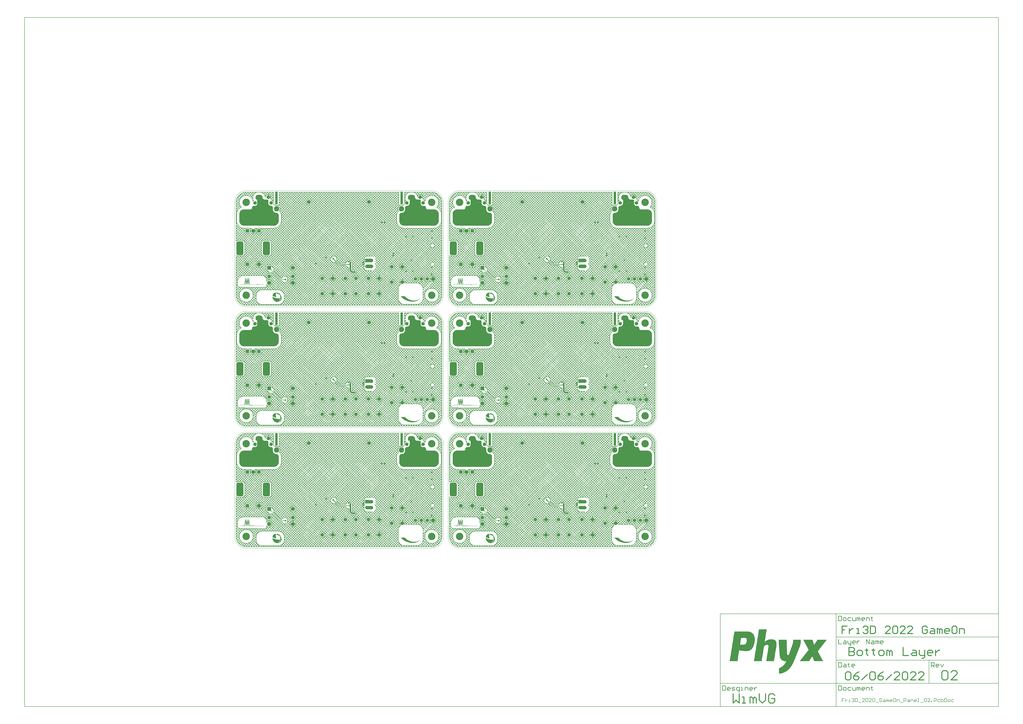
<source format=gbl>
G04*
G04 #@! TF.GenerationSoftware,Altium Limited,Altium Designer,22.6.0 (29)*
G04*
G04 Layer_Physical_Order=2*
G04 Layer_Color=3381759*
%FSLAX25Y25*%
%MOIN*%
G70*
G04*
G04 #@! TF.SameCoordinates,10DF7CA3-E9B9-4642-BBA7-13C8921E1616*
G04*
G04*
G04 #@! TF.FilePolarity,Positive*
G04*
G01*
G75*
%ADD10C,0.01575*%
%ADD11C,0.00591*%
%ADD13C,0.02756*%
%ADD14C,0.00984*%
%ADD25C,0.00394*%
%ADD26C,0.00787*%
%ADD27C,0.07087*%
%ADD28C,0.06299*%
%ADD29R,0.07087X0.07087*%
%ADD30C,0.05906*%
%ADD31R,0.05906X0.05906*%
G04:AMPARAMS|DCode=32|XSize=43.31mil|YSize=216.54mil|CornerRadius=10.83mil|HoleSize=0mil|Usage=FLASHONLY|Rotation=0.000|XOffset=0mil|YOffset=0mil|HoleType=Round|Shape=RoundedRectangle|*
%AMROUNDEDRECTD32*
21,1,0.04331,0.19488,0,0,0.0*
21,1,0.02165,0.21654,0,0,0.0*
1,1,0.02165,0.01083,-0.09744*
1,1,0.02165,-0.01083,-0.09744*
1,1,0.02165,-0.01083,0.09744*
1,1,0.02165,0.01083,0.09744*
%
%ADD32ROUNDEDRECTD32*%
%ADD33C,0.06693*%
%ADD34C,0.09055*%
G04:AMPARAMS|DCode=35|XSize=118.11mil|YSize=236.22mil|CornerRadius=29.53mil|HoleSize=0mil|Usage=FLASHONLY|Rotation=0.000|XOffset=0mil|YOffset=0mil|HoleType=Round|Shape=RoundedRectangle|*
%AMROUNDEDRECTD35*
21,1,0.11811,0.17717,0,0,0.0*
21,1,0.05906,0.23622,0,0,0.0*
1,1,0.05906,0.02953,-0.08858*
1,1,0.05906,-0.02953,-0.08858*
1,1,0.05906,-0.02953,0.08858*
1,1,0.05906,0.02953,0.08858*
%
%ADD35ROUNDEDRECTD35*%
G04:AMPARAMS|DCode=36|XSize=62.99mil|YSize=62.99mil|CornerRadius=15.75mil|HoleSize=0mil|Usage=FLASHONLY|Rotation=0.000|XOffset=0mil|YOffset=0mil|HoleType=Round|Shape=RoundedRectangle|*
%AMROUNDEDRECTD36*
21,1,0.06299,0.03150,0,0,0.0*
21,1,0.03150,0.06299,0,0,0.0*
1,1,0.03150,0.01575,-0.01575*
1,1,0.03150,-0.01575,-0.01575*
1,1,0.03150,-0.01575,0.01575*
1,1,0.03150,0.01575,0.01575*
%
%ADD36ROUNDEDRECTD36*%
%ADD37R,0.06299X0.06299*%
%ADD38R,0.05906X0.05906*%
%ADD39C,0.12598*%
%ADD40C,0.02756*%
%ADD41C,0.04724*%
%ADD42C,0.01000*%
G36*
X419600Y599597D02*
X419639Y599402D01*
X419704Y599210D01*
X419795Y599021D01*
X419912Y598835D01*
X420056Y598652D01*
X420225Y598473D01*
X420421Y598297D01*
X420643Y598124D01*
X420890Y597955D01*
X417692D01*
X417940Y598124D01*
X418162Y598297D01*
X418357Y598473D01*
X418527Y598652D01*
X418670Y598835D01*
X418787Y599021D01*
X418879Y599210D01*
X418944Y599402D01*
X418983Y599597D01*
X418996Y599796D01*
X419587D01*
X419600Y599597D01*
D02*
G37*
G36*
X57395D02*
X57434Y599402D01*
X57499Y599210D01*
X57591Y599021D01*
X57708Y598835D01*
X57851Y598652D01*
X58021Y598473D01*
X58216Y598297D01*
X58438Y598124D01*
X58686Y597955D01*
X55488D01*
X55735Y598124D01*
X55957Y598297D01*
X56152Y598473D01*
X56322Y598652D01*
X56465Y598835D01*
X56583Y599021D01*
X56674Y599210D01*
X56739Y599402D01*
X56778Y599597D01*
X56791Y599796D01*
X57382D01*
X57395Y599597D01*
D02*
G37*
G36*
X677474Y599642D02*
X677515Y599443D01*
X677583Y599246D01*
X677678Y599051D01*
X677800Y598858D01*
X677949Y598667D01*
X678126Y598477D01*
X678329Y598290D01*
X678560Y598104D01*
X678818Y597919D01*
X675513D01*
X675771Y598104D01*
X676001Y598290D01*
X676205Y598477D01*
X676381Y598667D01*
X676531Y598858D01*
X676653Y599051D01*
X676748Y599246D01*
X676816Y599443D01*
X676857Y599642D01*
X676870Y599842D01*
X677461D01*
X677474Y599642D01*
D02*
G37*
G36*
X315269D02*
X315310Y599443D01*
X315378Y599246D01*
X315473Y599051D01*
X315595Y598858D01*
X315744Y598667D01*
X315921Y598477D01*
X316125Y598290D01*
X316355Y598104D01*
X316613Y597919D01*
X313308D01*
X313566Y598104D01*
X313797Y598290D01*
X314000Y598477D01*
X314177Y598667D01*
X314326Y598858D01*
X314448Y599051D01*
X314543Y599246D01*
X314611Y599443D01*
X314652Y599642D01*
X314665Y599842D01*
X315256D01*
X315269Y599642D01*
D02*
G37*
G36*
X679878Y596687D02*
X680014Y596494D01*
X680156Y596324D01*
X680305Y596176D01*
X680462Y596051D01*
X680624Y595949D01*
X680794Y595870D01*
X680970Y595813D01*
X681154Y595779D01*
X681344Y595768D01*
Y595177D01*
X681154Y595166D01*
X680970Y595132D01*
X680794Y595075D01*
X680624Y594996D01*
X680462Y594894D01*
X680305Y594769D01*
X680156Y594621D01*
X680014Y594451D01*
X679878Y594258D01*
X679749Y594043D01*
Y596902D01*
X679878Y596687D01*
D02*
G37*
G36*
X317673D02*
X317809Y596494D01*
X317951Y596324D01*
X318101Y596176D01*
X318257Y596051D01*
X318420Y595949D01*
X318589Y595870D01*
X318766Y595813D01*
X318949Y595779D01*
X319139Y595768D01*
Y595177D01*
X318949Y595166D01*
X318766Y595132D01*
X318589Y595075D01*
X318420Y594996D01*
X318257Y594894D01*
X318101Y594769D01*
X317951Y594621D01*
X317809Y594451D01*
X317673Y594258D01*
X317544Y594043D01*
Y596902D01*
X317673Y596687D01*
D02*
G37*
G36*
X421903Y596906D02*
X422102Y596667D01*
X422301Y596456D01*
X422500Y596274D01*
X422699Y596119D01*
X422899Y595993D01*
X423100Y595894D01*
X423300Y595824D01*
X423501Y595782D01*
X423702Y595768D01*
Y595177D01*
X423501Y595163D01*
X423300Y595121D01*
X423100Y595051D01*
X422899Y594952D01*
X422699Y594826D01*
X422500Y594671D01*
X422301Y594488D01*
X422102Y594278D01*
X421903Y594039D01*
X421705Y593772D01*
Y597173D01*
X421903Y596906D01*
D02*
G37*
G36*
X59699D02*
X59897Y596667D01*
X60096Y596456D01*
X60295Y596274D01*
X60495Y596119D01*
X60695Y595993D01*
X60895Y595894D01*
X61095Y595824D01*
X61296Y595782D01*
X61497Y595768D01*
Y595177D01*
X61296Y595163D01*
X61095Y595121D01*
X60895Y595051D01*
X60695Y594952D01*
X60495Y594826D01*
X60295Y594671D01*
X60096Y594488D01*
X59897Y594278D01*
X59699Y594039D01*
X59500Y593772D01*
Y597173D01*
X59699Y596906D01*
D02*
G37*
G36*
X665519Y599258D02*
X666235Y598961D01*
X666880Y598530D01*
X667428Y597982D01*
X667859Y597337D01*
X668156Y596621D01*
X668307Y595860D01*
Y595472D01*
X668326Y595086D01*
X668477Y594330D01*
X668772Y593616D01*
X669201Y592975D01*
X669746Y592429D01*
X670388Y592000D01*
X671101Y591705D01*
X671858Y591554D01*
X672244Y591535D01*
X676573D01*
X677296Y591236D01*
X677850Y590682D01*
X678150Y589958D01*
Y589567D01*
Y588583D01*
X678150D01*
Y584646D01*
X678169Y584260D01*
X678319Y583503D01*
X678615Y582790D01*
X679043Y582148D01*
X679589Y581602D01*
X680231Y581174D01*
X680944Y580878D01*
X681701Y580728D01*
X682087Y580709D01*
X684346D01*
X684916Y580595D01*
X685454Y580373D01*
X685937Y580050D01*
X686349Y579638D01*
X686672Y579155D01*
X686894Y578617D01*
X687008Y578047D01*
Y577756D01*
X687022Y577466D01*
X687135Y576899D01*
X687357Y576364D01*
X687678Y575883D01*
X688087Y575473D01*
X688569Y575152D01*
X689104Y574930D01*
X689671Y574817D01*
X689961Y574803D01*
X689961D01*
X700787Y574803D01*
X701563Y574803D01*
X703084Y574501D01*
X704517Y573907D01*
X705807Y573045D01*
X706904Y571948D01*
X707765Y570659D01*
X708359Y569226D01*
X708661Y567705D01*
X708661Y566929D01*
X708661Y566929D01*
X708661Y555118D01*
X708661Y554343D01*
X708359Y552821D01*
X707765Y551388D01*
X706904Y550099D01*
X705807Y549002D01*
X704517Y548140D01*
X703084Y547547D01*
X701563Y547244D01*
X700787Y547244D01*
X649606D01*
X648831Y547244D01*
X647309Y547547D01*
X645877Y548140D01*
X644587Y549002D01*
X643490Y550099D01*
X642628Y551388D01*
X642035Y552821D01*
X641732Y554343D01*
X641732Y555118D01*
Y555118D01*
Y564961D01*
X641732Y565348D01*
X641884Y566109D01*
X642180Y566825D01*
X642611Y567470D01*
X643160Y568019D01*
X643804Y568449D01*
X644521Y568746D01*
X645282Y568898D01*
X645669Y568898D01*
X645669Y568898D01*
X646248Y568926D01*
X647384Y569152D01*
X648453Y569595D01*
X649416Y570238D01*
X650234Y571057D01*
X650878Y572019D01*
X651321Y573089D01*
X651546Y574224D01*
X651575Y574803D01*
Y577756D01*
Y578047D01*
X651688Y578617D01*
X651911Y579155D01*
X652234Y579638D01*
X652645Y580050D01*
X653129Y580373D01*
X653666Y580595D01*
X654237Y580709D01*
X654528D01*
X655010Y580732D01*
X655956Y580921D01*
X656847Y581290D01*
X657650Y581826D01*
X658332Y582508D01*
X658868Y583310D01*
X659237Y584201D01*
X659425Y585147D01*
X659449Y585630D01*
X659449Y585630D01*
Y588583D01*
X659449D01*
Y590551D01*
X659430Y590743D01*
X659283Y591098D01*
X659011Y591369D01*
X658657Y591516D01*
X658465Y591535D01*
X658073D01*
X657349Y591835D01*
X656796Y592389D01*
X656496Y593112D01*
Y593504D01*
Y595472D01*
Y595860D01*
X656647Y596621D01*
X656944Y597337D01*
X657375Y597982D01*
X657923Y598530D01*
X658568Y598961D01*
X659285Y599258D01*
X660045Y599409D01*
X664758D01*
X665519Y599258D01*
D02*
G37*
G36*
X303314D02*
X304030Y598961D01*
X304675Y598530D01*
X305223Y597982D01*
X305654Y597337D01*
X305951Y596621D01*
X306102Y595860D01*
Y595472D01*
X306121Y595086D01*
X306272Y594330D01*
X306567Y593616D01*
X306996Y592975D01*
X307542Y592429D01*
X308184Y592000D01*
X308896Y591705D01*
X309653Y591554D01*
X310039Y591535D01*
X314368D01*
X315091Y591236D01*
X315645Y590682D01*
X315945Y589958D01*
Y589567D01*
Y588583D01*
X315945D01*
Y584646D01*
X315964Y584260D01*
X316114Y583503D01*
X316410Y582790D01*
X316839Y582148D01*
X317384Y581602D01*
X318026Y581174D01*
X318739Y580878D01*
X319496Y580728D01*
X319882Y580709D01*
X322141D01*
X322712Y580595D01*
X323249Y580373D01*
X323733Y580050D01*
X324144Y579638D01*
X324467Y579155D01*
X324690Y578617D01*
X324803Y578047D01*
Y577756D01*
X324817Y577466D01*
X324930Y576899D01*
X325152Y576364D01*
X325473Y575883D01*
X325883Y575473D01*
X326364Y575152D01*
X326899Y574930D01*
X327467Y574817D01*
X327756Y574803D01*
X327756D01*
X338583Y574803D01*
X339358Y574803D01*
X340879Y574501D01*
X342312Y573907D01*
X343602Y573045D01*
X344699Y571948D01*
X345561Y570659D01*
X346154Y569226D01*
X346457Y567705D01*
X346457Y566929D01*
X346457Y566929D01*
X346457Y555118D01*
X346457Y554343D01*
X346154Y552821D01*
X345561Y551388D01*
X344699Y550099D01*
X343602Y549002D01*
X342312Y548140D01*
X340879Y547547D01*
X339358Y547244D01*
X338583Y547244D01*
X287402D01*
X286626Y547244D01*
X285105Y547547D01*
X283672Y548140D01*
X282382Y549002D01*
X281285Y550099D01*
X280424Y551388D01*
X279830Y552821D01*
X279528Y554343D01*
X279528Y555118D01*
Y555118D01*
Y564961D01*
X279528Y565348D01*
X279679Y566109D01*
X279976Y566825D01*
X280406Y567470D01*
X280955Y568019D01*
X281600Y568449D01*
X282316Y568746D01*
X283077Y568898D01*
X283465Y568898D01*
X283465Y568898D01*
X284043Y568926D01*
X285179Y569152D01*
X286248Y569595D01*
X287211Y570238D01*
X288030Y571057D01*
X288673Y572019D01*
X289116Y573089D01*
X289342Y574224D01*
X289370Y574803D01*
Y577756D01*
Y578047D01*
X289484Y578617D01*
X289706Y579155D01*
X290029Y579638D01*
X290441Y580050D01*
X290924Y580373D01*
X291461Y580595D01*
X292032Y580709D01*
X292323D01*
X292805Y580732D01*
X293751Y580921D01*
X294643Y581290D01*
X295445Y581826D01*
X296127Y582508D01*
X296663Y583310D01*
X297032Y584201D01*
X297220Y585147D01*
X297244Y585630D01*
X297244Y585630D01*
Y588583D01*
X297244D01*
Y590551D01*
X297225Y590743D01*
X297078Y591098D01*
X296807Y591369D01*
X296452Y591516D01*
X296260Y591535D01*
X295868D01*
X295145Y591835D01*
X294591Y592389D01*
X294291Y593112D01*
Y593504D01*
Y595472D01*
Y595860D01*
X294443Y596621D01*
X294739Y597337D01*
X295170Y597982D01*
X295719Y598530D01*
X296363Y598961D01*
X297080Y599258D01*
X297841Y599409D01*
X302553D01*
X303314Y599258D01*
D02*
G37*
G36*
X406660D02*
X407377Y598961D01*
X408021Y598530D01*
X408570Y597982D01*
X409001Y597337D01*
X409298Y596621D01*
X409449Y595860D01*
Y595472D01*
X409468Y595086D01*
X409618Y594330D01*
X409914Y593616D01*
X410343Y592975D01*
X410888Y592429D01*
X411530Y592000D01*
X412243Y591705D01*
X413000Y591554D01*
X413386Y591535D01*
X417714D01*
X418438Y591236D01*
X418992Y590682D01*
X419291Y589958D01*
Y589567D01*
Y588583D01*
Y585630D01*
X419315Y585147D01*
X419503Y584201D01*
X419872Y583310D01*
X420408Y582508D01*
X421091Y581826D01*
X421893Y581290D01*
X422784Y580921D01*
X423730Y580732D01*
X424213Y580709D01*
X424503D01*
X425074Y580595D01*
X425611Y580373D01*
X426095Y580050D01*
X426506Y579638D01*
X426829Y579155D01*
X427052Y578617D01*
X427165Y578047D01*
Y577756D01*
Y574803D01*
X427194Y574224D01*
X427420Y573089D01*
X427863Y572019D01*
X428506Y571057D01*
X429324Y570238D01*
X430287Y569595D01*
X431357Y569152D01*
X432492Y568926D01*
X433071Y568898D01*
X433459D01*
X434219Y568746D01*
X434936Y568450D01*
X435581Y568019D01*
X436129Y567470D01*
X436560Y566825D01*
X436857Y566109D01*
X437008Y565348D01*
Y564961D01*
Y555118D01*
Y554343D01*
X436705Y552821D01*
X436112Y551388D01*
X435250Y550099D01*
X434153Y549002D01*
X432864Y548140D01*
X431431Y547547D01*
X429909Y547244D01*
X377177D01*
X375656Y547547D01*
X374223Y548140D01*
X372933Y549002D01*
X371837Y550099D01*
X370975Y551388D01*
X370381Y552821D01*
X370079Y554343D01*
Y555118D01*
Y566929D01*
Y567705D01*
X370381Y569226D01*
X370975Y570659D01*
X371837Y571948D01*
X372933Y573045D01*
X374223Y573907D01*
X375656Y574501D01*
X377177Y574803D01*
X388779D01*
X389069Y574817D01*
X389637Y574930D01*
X390171Y575152D01*
X390653Y575473D01*
X391062Y575883D01*
X391384Y576364D01*
X391605Y576899D01*
X391718Y577466D01*
X391732Y577756D01*
Y578047D01*
X391846Y578617D01*
X392068Y579155D01*
X392391Y579638D01*
X392803Y580050D01*
X393286Y580373D01*
X393824Y580595D01*
X394394Y580709D01*
X396654D01*
X397039Y580728D01*
X397796Y580878D01*
X398509Y581174D01*
X399151Y581602D01*
X399697Y582148D01*
X400126Y582790D01*
X400421Y583503D01*
X400572Y584260D01*
X400591Y584646D01*
Y588583D01*
X400591D01*
Y590551D01*
X400572Y590743D01*
X400425Y591098D01*
X400153Y591369D01*
X399798Y591516D01*
X399606Y591535D01*
X399215D01*
X398491Y591835D01*
X397937Y592389D01*
X397638Y593112D01*
Y593504D01*
Y595472D01*
Y595860D01*
X397789Y596621D01*
X398086Y597337D01*
X398517Y597982D01*
X399065Y598530D01*
X399710Y598961D01*
X400426Y599258D01*
X401187Y599409D01*
X405900D01*
X406660Y599258D01*
D02*
G37*
G36*
X44456D02*
X45172Y598961D01*
X45817Y598530D01*
X46365Y597982D01*
X46796Y597337D01*
X47093Y596621D01*
X47244Y595860D01*
Y595472D01*
X47263Y595086D01*
X47414Y594330D01*
X47709Y593616D01*
X48138Y592975D01*
X48684Y592429D01*
X49325Y592000D01*
X50038Y591705D01*
X50795Y591554D01*
X51181Y591535D01*
X55510D01*
X56233Y591236D01*
X56787Y590682D01*
X57087Y589958D01*
Y589567D01*
Y588583D01*
Y585630D01*
X57110Y585147D01*
X57298Y584201D01*
X57668Y583310D01*
X58204Y582508D01*
X58886Y581826D01*
X59688Y581290D01*
X60579Y580921D01*
X61525Y580732D01*
X62008Y580709D01*
X62299D01*
X62869Y580595D01*
X63406Y580373D01*
X63890Y580050D01*
X64301Y579638D01*
X64625Y579155D01*
X64847Y578617D01*
X64961Y578047D01*
Y577756D01*
Y574803D01*
X64989Y574224D01*
X65215Y573089D01*
X65658Y572019D01*
X66301Y571057D01*
X67120Y570238D01*
X68082Y569595D01*
X69152Y569152D01*
X70287Y568926D01*
X70866Y568898D01*
X71254D01*
X72014Y568746D01*
X72731Y568450D01*
X73376Y568019D01*
X73924Y567470D01*
X74355Y566825D01*
X74652Y566109D01*
X74803Y565348D01*
Y564961D01*
Y555118D01*
Y554343D01*
X74501Y552821D01*
X73907Y551388D01*
X73045Y550099D01*
X71948Y549002D01*
X70659Y548140D01*
X69226Y547547D01*
X67705Y547244D01*
X14973D01*
X13451Y547547D01*
X12018Y548140D01*
X10729Y549002D01*
X9632Y550099D01*
X8770Y551388D01*
X8177Y552821D01*
X7874Y554343D01*
Y555118D01*
Y566929D01*
Y567705D01*
X8177Y569226D01*
X8770Y570659D01*
X9632Y571948D01*
X10729Y573045D01*
X12018Y573907D01*
X13451Y574501D01*
X14973Y574803D01*
X26575D01*
X26864Y574817D01*
X27432Y574930D01*
X27967Y575152D01*
X28448Y575473D01*
X28857Y575883D01*
X29179Y576364D01*
X29400Y576899D01*
X29513Y577466D01*
X29528Y577756D01*
Y578047D01*
X29641Y578617D01*
X29864Y579155D01*
X30187Y579638D01*
X30598Y580050D01*
X31082Y580373D01*
X31619Y580595D01*
X32190Y580709D01*
X34449D01*
X34835Y580728D01*
X35592Y580878D01*
X36305Y581174D01*
X36946Y581602D01*
X37492Y582148D01*
X37921Y582790D01*
X38216Y583503D01*
X38367Y584260D01*
X38386Y584646D01*
Y588583D01*
X38386D01*
Y590551D01*
X38367Y590743D01*
X38220Y591098D01*
X37948Y591369D01*
X37594Y591516D01*
X37402Y591535D01*
X37010D01*
X36287Y591835D01*
X35733Y592389D01*
X35433Y593112D01*
Y593504D01*
Y595472D01*
Y595860D01*
X35584Y596621D01*
X35881Y597337D01*
X36312Y597982D01*
X36860Y598530D01*
X37505Y598961D01*
X38222Y599258D01*
X38982Y599409D01*
X43695D01*
X44456Y599258D01*
D02*
G37*
G36*
X530909Y490998D02*
X530922Y490871D01*
X530944Y490748D01*
X530977Y490629D01*
X531018Y490514D01*
X531070Y490403D01*
X531130Y490295D01*
X531201Y490191D01*
X531281Y490091D01*
X531370Y489995D01*
X530674Y489299D01*
X530578Y489389D01*
X530478Y489468D01*
X530374Y489539D01*
X530267Y489600D01*
X530155Y489651D01*
X530040Y489693D01*
X529921Y489725D01*
X529798Y489747D01*
X529672Y489760D01*
X529541Y489764D01*
X530905Y491128D01*
X530909Y490998D01*
D02*
G37*
G36*
X168704D02*
X168717Y490871D01*
X168740Y490748D01*
X168772Y490629D01*
X168814Y490514D01*
X168865Y490403D01*
X168926Y490295D01*
X168996Y490191D01*
X169076Y490091D01*
X169166Y489995D01*
X168470Y489299D01*
X168373Y489389D01*
X168273Y489468D01*
X168170Y489539D01*
X168062Y489600D01*
X167951Y489651D01*
X167835Y489693D01*
X167716Y489725D01*
X167594Y489747D01*
X167467Y489760D01*
X167337Y489764D01*
X168701Y491128D01*
X168704Y490998D01*
D02*
G37*
G36*
X594922Y490995D02*
X595206Y490939D01*
X595484Y490854D01*
X595752Y490743D01*
X596008Y490607D01*
X596249Y490445D01*
X596474Y490261D01*
X596679Y490056D01*
X596863Y489832D01*
X597024Y489591D01*
X597161Y489335D01*
X597272Y489067D01*
X597356Y488789D01*
X597412Y488505D01*
X597441Y488216D01*
Y488071D01*
Y487926D01*
X597412Y487637D01*
X597356Y487353D01*
X597272Y487075D01*
X597161Y486807D01*
X597024Y486551D01*
X596863Y486310D01*
X596679Y486086D01*
X596474Y485880D01*
X596249Y485696D01*
X596008Y485535D01*
X595752Y485398D01*
X595484Y485287D01*
X595206Y485203D01*
X594922Y485147D01*
X594633Y485118D01*
X586614D01*
Y491024D01*
X594633D01*
X594922Y490995D01*
D02*
G37*
G36*
X232717D02*
X233002Y490939D01*
X233279Y490854D01*
X233547Y490743D01*
X233803Y490607D01*
X234045Y490445D01*
X234269Y490261D01*
X234474Y490056D01*
X234658Y489832D01*
X234819Y489591D01*
X234956Y489335D01*
X235067Y489067D01*
X235151Y488789D01*
X235208Y488505D01*
X235236Y488216D01*
Y488071D01*
Y487926D01*
X235208Y487637D01*
X235151Y487353D01*
X235067Y487075D01*
X234956Y486807D01*
X234819Y486551D01*
X234658Y486310D01*
X234474Y486086D01*
X234269Y485880D01*
X234045Y485696D01*
X233803Y485535D01*
X233547Y485398D01*
X233279Y485287D01*
X233002Y485203D01*
X232717Y485147D01*
X232429Y485118D01*
X224410D01*
Y491024D01*
X232429D01*
X232717Y490995D01*
D02*
G37*
G36*
X557885Y480521D02*
X557767Y480613D01*
X557607Y480695D01*
X557405Y480767D01*
X557161Y480830D01*
X556876Y480883D01*
X556178Y480961D01*
X555311Y480999D01*
X554815Y481004D01*
Y481988D01*
X555311Y481993D01*
X556876Y482109D01*
X557161Y482162D01*
X557405Y482225D01*
X557607Y482297D01*
X557767Y482379D01*
X557885Y482471D01*
Y480521D01*
D02*
G37*
G36*
X195680D02*
X195562Y480613D01*
X195402Y480695D01*
X195201Y480767D01*
X194957Y480830D01*
X194671Y480883D01*
X193973Y480961D01*
X193107Y480999D01*
X192611Y481004D01*
Y481988D01*
X193107Y481993D01*
X194671Y482109D01*
X194957Y482162D01*
X195201Y482225D01*
X195402Y482297D01*
X195562Y482379D01*
X195680Y482471D01*
Y480521D01*
D02*
G37*
G36*
X594922Y480995D02*
X595206Y480939D01*
X595484Y480854D01*
X595752Y480743D01*
X596008Y480607D01*
X596249Y480445D01*
X596474Y480261D01*
X596679Y480056D01*
X596863Y479832D01*
X597024Y479591D01*
X597161Y479335D01*
X597272Y479067D01*
X597356Y478789D01*
X597412Y478505D01*
X597441Y478216D01*
Y478071D01*
Y477926D01*
X597412Y477637D01*
X597356Y477353D01*
X597272Y477075D01*
X597161Y476807D01*
X597024Y476551D01*
X596863Y476310D01*
X596679Y476086D01*
X596474Y475880D01*
X596249Y475696D01*
X596008Y475535D01*
X595752Y475398D01*
X595484Y475287D01*
X595206Y475203D01*
X594922Y475146D01*
X594633Y475118D01*
X586614D01*
Y481024D01*
X594633D01*
X594922Y480995D01*
D02*
G37*
G36*
X232717D02*
X233002Y480939D01*
X233279Y480854D01*
X233547Y480743D01*
X233803Y480607D01*
X234045Y480445D01*
X234269Y480261D01*
X234474Y480056D01*
X234658Y479832D01*
X234819Y479591D01*
X234956Y479335D01*
X235067Y479067D01*
X235151Y478789D01*
X235208Y478505D01*
X235236Y478216D01*
Y478071D01*
Y477926D01*
X235208Y477637D01*
X235151Y477353D01*
X235067Y477075D01*
X234956Y476807D01*
X234819Y476551D01*
X234658Y476310D01*
X234474Y476086D01*
X234269Y475880D01*
X234045Y475696D01*
X233803Y475535D01*
X233547Y475398D01*
X233279Y475287D01*
X233002Y475203D01*
X232717Y475146D01*
X232429Y475118D01*
X224410D01*
Y481024D01*
X232429D01*
X232717Y480995D01*
D02*
G37*
G36*
X424167Y473045D02*
X424151Y472991D01*
Y472928D01*
X424167Y472857D01*
X424201Y472778D01*
X424251Y472690D01*
X424318Y472594D01*
X424401Y472490D01*
X424618Y472256D01*
X424201Y471839D01*
X424080Y471955D01*
X423862Y472139D01*
X423766Y472206D01*
X423679Y472256D01*
X423599Y472290D01*
X423528Y472306D01*
X423466D01*
X423411Y472290D01*
X423365Y472256D01*
X424201Y473091D01*
X424167Y473045D01*
D02*
G37*
G36*
X61962D02*
X61946Y472991D01*
Y472928D01*
X61962Y472857D01*
X61996Y472778D01*
X62046Y472690D01*
X62113Y472594D01*
X62196Y472490D01*
X62414Y472256D01*
X61996Y471839D01*
X61875Y471955D01*
X61658Y472139D01*
X61562Y472206D01*
X61474Y472256D01*
X61395Y472290D01*
X61324Y472306D01*
X61261D01*
X61207Y472290D01*
X61161Y472256D01*
X61996Y473091D01*
X61962Y473045D01*
D02*
G37*
G36*
X380476Y458033D02*
X380475Y457950D01*
X380558Y457949D01*
X380559Y458033D01*
X380642Y458032D01*
X380641Y457949D01*
X380724Y457948D01*
X380724Y457865D01*
X380890Y457864D01*
X380889Y457781D01*
X380888Y457698D01*
X380971Y457697D01*
X380971Y457614D01*
X380970Y457531D01*
X380969Y457448D01*
X381052Y457447D01*
X381051Y457364D01*
X381051Y457281D01*
X381050Y457198D01*
X381049Y457115D01*
X381048Y457032D01*
X381132Y457031D01*
X381131Y456948D01*
X381048Y456949D01*
X381047Y456866D01*
X381130Y456865D01*
X381129Y456782D01*
X381046Y456783D01*
X381046Y456700D01*
X381129Y456699D01*
X381128Y456616D01*
X381127Y456533D01*
X381126Y456450D01*
X381126Y456367D01*
X381125Y456284D01*
X381208Y456283D01*
X381207Y456200D01*
X381124Y456201D01*
X381124Y456118D01*
X381207Y456117D01*
X381206Y456034D01*
X381205Y455951D01*
X381204Y455868D01*
X381288Y455867D01*
X381287Y455785D01*
X381204Y455785D01*
X381203Y455702D01*
X381286Y455701D01*
X381285Y455618D01*
X381202Y455619D01*
X381202Y455536D01*
X381285Y455535D01*
X381284Y455452D01*
X381201Y455453D01*
X381200Y455370D01*
X381283Y455369D01*
X381282Y455286D01*
X381282Y455203D01*
X381281Y455120D01*
X381364Y455120D01*
X381363Y455037D01*
X381363Y454954D01*
X381362Y454871D01*
X381361Y454787D01*
X381360Y454705D01*
X381443Y454704D01*
X381443Y454621D01*
X381360Y454622D01*
X381359Y454538D01*
X381442Y454538D01*
X381441Y454455D01*
X381358Y454455D01*
X381357Y454372D01*
X381440Y454372D01*
X381440Y454289D01*
X381357Y454289D01*
X381356Y454206D01*
X381439Y454206D01*
X381438Y454123D01*
X381438Y454040D01*
X381437Y453957D01*
X381520Y453956D01*
X381519Y453873D01*
X381436Y453874D01*
X381435Y453791D01*
X381518Y453790D01*
X381518Y453707D01*
X381517Y453624D01*
X381516Y453541D01*
X381516Y453458D01*
X381515Y453375D01*
X381598Y453374D01*
X381597Y453291D01*
X381514Y453292D01*
X381513Y453209D01*
X381596Y453208D01*
X381596Y453125D01*
X381513Y453126D01*
X381512Y453043D01*
X381595Y453042D01*
X381594Y452959D01*
X381593Y452876D01*
X381593Y452793D01*
X381592Y452710D01*
X381591Y452627D01*
X381674Y452626D01*
X381674Y452543D01*
X381673Y452460D01*
X381672Y452377D01*
X381671Y452294D01*
X381671Y452211D01*
X381754Y452210D01*
X381753Y452127D01*
X381670Y452128D01*
X381669Y452045D01*
X381752Y452044D01*
X381751Y451961D01*
X381668Y451962D01*
X381668Y451879D01*
X381751Y451878D01*
X381750Y451795D01*
X381749Y451712D01*
X381749Y451629D01*
X381748Y451546D01*
X381747Y451463D01*
X381830Y451462D01*
X381830Y451379D01*
X381829Y451296D01*
X381828Y451213D01*
X381827Y451130D01*
X381827Y451047D01*
X381910Y451047D01*
X381909Y450963D01*
X381992Y450963D01*
X381993Y451046D01*
X381910Y451047D01*
X381910Y451129D01*
X381993Y451129D01*
X381994Y451212D01*
X381995Y451295D01*
X381996Y451378D01*
X381996Y451461D01*
X381997Y451544D01*
X382080Y451543D01*
X382081Y451626D01*
X381998Y451627D01*
X381998Y451710D01*
X382081Y451709D01*
X382082Y451792D01*
X381999Y451793D01*
X382000Y451876D01*
X382083Y451875D01*
X382084Y451958D01*
X382084Y452041D01*
X382085Y452124D01*
X382168Y452124D01*
X382169Y452207D01*
X382086Y452207D01*
X382086Y452290D01*
X382170Y452290D01*
X382170Y452373D01*
X382171Y452456D01*
X382172Y452539D01*
X382172Y452622D01*
X382173Y452705D01*
X382256Y452704D01*
X382257Y452787D01*
X382174Y452788D01*
X382175Y452871D01*
X382258Y452870D01*
X382258Y452953D01*
X382175Y452954D01*
X382176Y453037D01*
X382259Y453036D01*
X382260Y453119D01*
X382260Y453202D01*
X382261Y453285D01*
X382262Y453368D01*
X382263Y453451D01*
X382346Y453450D01*
X382347Y453534D01*
X382347Y453617D01*
X382348Y453699D01*
X382349Y453783D01*
X382349Y453866D01*
X382432Y453865D01*
X382433Y453948D01*
X382350Y453949D01*
X382351Y454032D01*
X382434Y454031D01*
X382435Y454114D01*
X382351Y454115D01*
X382352Y454198D01*
X382435Y454197D01*
X382436Y454280D01*
X382437Y454363D01*
X382437Y454446D01*
X382438Y454529D01*
X382439Y454612D01*
X382440Y454695D01*
X382523Y454694D01*
X382523Y454777D01*
X382524Y454860D01*
X382525Y454943D01*
X382525Y455026D01*
X382609Y455026D01*
X382609Y455109D01*
X382526Y455110D01*
X382527Y455193D01*
X382610Y455192D01*
X382611Y455275D01*
X382528Y455275D01*
X382528Y455359D01*
X382611Y455358D01*
X382612Y455441D01*
X382613Y455524D01*
X382614Y455607D01*
X382614Y455690D01*
X382615Y455773D01*
X382616Y455856D01*
X382616Y455939D01*
X382699Y455938D01*
X382700Y456021D01*
X382701Y456104D01*
X382702Y456187D01*
X382702Y456270D01*
X382703Y456353D01*
X382786Y456353D01*
X382787Y456436D01*
X382704Y456436D01*
X382705Y456519D01*
X382788Y456519D01*
X382788Y456602D01*
X382705Y456602D01*
X382706Y456685D01*
X382789Y456685D01*
X382790Y456768D01*
X382790Y456851D01*
X382791Y456934D01*
X382792Y457017D01*
X382793Y457100D01*
X382876Y457099D01*
X382876Y457182D01*
X382793Y457183D01*
X382794Y457266D01*
X382877Y457265D01*
X382878Y457348D01*
X382879Y457431D01*
X382879Y457514D01*
X382962Y457514D01*
X382963Y457596D01*
X382880Y457597D01*
X382881Y457680D01*
X382964Y457680D01*
X382964Y457762D01*
X383048Y457762D01*
X383048Y457845D01*
X383131Y457844D01*
X383132Y457927D01*
X383215Y457926D01*
X383216Y458009D01*
X383299Y458009D01*
X383298Y457926D01*
X383381Y457925D01*
X383382Y458008D01*
X383465Y458007D01*
X383464Y457924D01*
X383547Y457924D01*
X383546Y457840D01*
X383629Y457840D01*
X383629Y457757D01*
X383712Y457756D01*
X383711Y457673D01*
X383794Y457672D01*
X383793Y457589D01*
X383793Y457506D01*
X383792Y457423D01*
X383791Y457340D01*
X383790Y457257D01*
X383873Y457256D01*
X383873Y457173D01*
X383790Y457174D01*
X383789Y457091D01*
X383872Y457090D01*
X383871Y457007D01*
X383871Y456924D01*
X383870Y456841D01*
X383869Y456758D01*
X383868Y456675D01*
X383951Y456674D01*
X383951Y456592D01*
X383868Y456592D01*
X383867Y456509D01*
X383950Y456508D01*
X383949Y456426D01*
X383866Y456426D01*
X383865Y456343D01*
X383948Y456343D01*
X383948Y456259D01*
X383947Y456176D01*
X383946Y456093D01*
X384029Y456093D01*
X384029Y456010D01*
X383946Y456010D01*
X383945Y455927D01*
X384028Y455927D01*
X384027Y455844D01*
X384026Y455761D01*
X384026Y455678D01*
X384025Y455594D01*
X384024Y455512D01*
X384107Y455511D01*
X384106Y455428D01*
X384023Y455429D01*
X384023Y455345D01*
X384106Y455345D01*
X384105Y455262D01*
X384022Y455263D01*
X384021Y455179D01*
X384104Y455179D01*
X384104Y455096D01*
X384103Y455013D01*
X384102Y454930D01*
X384185Y454929D01*
X384185Y454846D01*
X384102Y454847D01*
X384101Y454764D01*
X384184Y454763D01*
X384183Y454680D01*
X384182Y454597D01*
X384182Y454514D01*
X384181Y454431D01*
X384180Y454348D01*
X384263Y454347D01*
X384262Y454264D01*
X384179Y454265D01*
X384179Y454182D01*
X384262Y454181D01*
X384261Y454098D01*
X384178Y454099D01*
X384177Y454016D01*
X384260Y454015D01*
X384260Y453932D01*
X384259Y453849D01*
X384258Y453766D01*
X384257Y453683D01*
X384257Y453600D01*
X384340Y453599D01*
X384339Y453516D01*
X384338Y453433D01*
X384337Y453350D01*
X384337Y453267D01*
X384336Y453184D01*
X384419Y453183D01*
X384418Y453100D01*
X384335Y453101D01*
X384335Y453018D01*
X384418Y453017D01*
X384417Y452934D01*
X384334Y452935D01*
X384333Y452852D01*
X384416Y452851D01*
X384415Y452768D01*
X384332Y452769D01*
X384332Y452686D01*
X384415Y452685D01*
X384414Y452602D01*
X384413Y452519D01*
X384413Y452436D01*
X384412Y452353D01*
X384411Y452270D01*
X384494Y452269D01*
X384493Y452186D01*
X384493Y452103D01*
X384492Y452020D01*
X384575Y452020D01*
X384574Y451936D01*
X384491Y451937D01*
X384490Y451854D01*
X384574Y451854D01*
X384573Y451770D01*
X384490Y451771D01*
X384489Y451688D01*
X384572Y451687D01*
X384571Y451605D01*
X384488Y451605D01*
X384488Y451522D01*
X384571Y451521D01*
X384570Y451438D01*
X384569Y451355D01*
X384568Y451272D01*
X384568Y451189D01*
X384567Y451106D01*
X384650Y451106D01*
X384649Y451023D01*
X384649Y450940D01*
X384648Y450857D01*
X384731Y450856D01*
X384732Y450939D01*
X384732Y451022D01*
X384733Y451105D01*
X384734Y451188D01*
X384735Y451271D01*
X384818Y451270D01*
X384818Y451353D01*
X384819Y451436D01*
X384820Y451519D01*
X384820Y451602D01*
X384821Y451685D01*
X384904Y451685D01*
X384905Y451768D01*
X384822Y451768D01*
X384823Y451851D01*
X384906Y451851D01*
X384906Y451934D01*
X384823Y451934D01*
X384824Y452017D01*
X384907Y452017D01*
X384908Y452100D01*
X384909Y452183D01*
X384909Y452266D01*
X384910Y452349D01*
X384911Y452432D01*
X384994Y452431D01*
X384994Y452514D01*
X384911Y452515D01*
X384912Y452598D01*
X384995Y452597D01*
X384996Y452680D01*
X384997Y452763D01*
X384997Y452846D01*
X385080Y452845D01*
X385081Y452928D01*
X384998Y452929D01*
X384999Y453012D01*
X385082Y453012D01*
X385083Y453094D01*
X384999Y453095D01*
X385000Y453178D01*
X385083Y453177D01*
X385084Y453261D01*
X385001Y453261D01*
X385002Y453344D01*
X385085Y453343D01*
X385085Y453427D01*
X385086Y453510D01*
X385087Y453593D01*
X385088Y453676D01*
X385088Y453759D01*
X385171Y453758D01*
X385172Y453841D01*
X385089Y453842D01*
X385090Y453925D01*
X385173Y453924D01*
X385174Y454007D01*
X385174Y454090D01*
X385175Y454173D01*
X385258Y454172D01*
X385259Y454255D01*
X385176Y454256D01*
X385176Y454339D01*
X385259Y454338D01*
X385260Y454421D01*
X385177Y454422D01*
X385178Y454505D01*
X385261Y454504D01*
X385262Y454587D01*
X385179Y454588D01*
X385179Y454671D01*
X385262Y454670D01*
X385263Y454753D01*
X385264Y454837D01*
X385264Y454919D01*
X385348Y454919D01*
X385348Y455002D01*
X385265Y455002D01*
X385266Y455086D01*
X385349Y455085D01*
X385350Y455168D01*
X385350Y455251D01*
X385351Y455334D01*
X385434Y455333D01*
X385435Y455416D01*
X385352Y455417D01*
X385353Y455500D01*
X385436Y455499D01*
X385436Y455582D01*
X385353Y455583D01*
X385354Y455666D01*
X385437Y455665D01*
X385438Y455748D01*
X385355Y455749D01*
X385355Y455832D01*
X385438Y455831D01*
X385439Y455914D01*
X385440Y455997D01*
X385441Y456080D01*
X385524Y456080D01*
X385524Y456163D01*
X385441Y456163D01*
X385442Y456246D01*
X385525Y456246D01*
X385526Y456329D01*
X385527Y456412D01*
X385527Y456495D01*
X385528Y456578D01*
X385529Y456661D01*
X385612Y456660D01*
X385613Y456743D01*
X385529Y456744D01*
X385530Y456827D01*
X385613Y456826D01*
X385614Y456909D01*
X385531Y456910D01*
X385532Y456993D01*
X385615Y456992D01*
X385615Y457075D01*
X385616Y457158D01*
X385617Y457241D01*
X385618Y457324D01*
X385618Y457407D01*
X385701Y457407D01*
X385702Y457489D01*
X385703Y457573D01*
X385703Y457656D01*
X385787Y457655D01*
X385787Y457738D01*
X385788Y457821D01*
X385954Y457819D01*
X385955Y457902D01*
X386038Y457902D01*
X386038Y457985D01*
X386122Y457984D01*
X386121Y457901D01*
X386204Y457900D01*
X386205Y457983D01*
X386287Y457983D01*
X386287Y457900D01*
X386370Y457899D01*
X386369Y457816D01*
X386452Y457815D01*
X386451Y457732D01*
X386534Y457731D01*
X386534Y457648D01*
X386617Y457648D01*
X386616Y457565D01*
X386533Y457565D01*
X386532Y457482D01*
X386615Y457482D01*
X386614Y457399D01*
X386531Y457399D01*
X386531Y457316D01*
X386614Y457315D01*
X386613Y457233D01*
X386612Y457150D01*
X386612Y457066D01*
X386611Y456983D01*
X386610Y456900D01*
X386693Y456900D01*
X386693Y456817D01*
X386692Y456734D01*
X386691Y456651D01*
X386690Y456568D01*
X386690Y456485D01*
X386773Y456484D01*
X386772Y456401D01*
X386689Y456402D01*
X386688Y456319D01*
X386771Y456318D01*
X386770Y456235D01*
X386687Y456236D01*
X386687Y456152D01*
X386770Y456152D01*
X386769Y456069D01*
X386768Y455986D01*
X386768Y455903D01*
X386767Y455820D01*
X386766Y455737D01*
X386765Y455654D01*
X386765Y455571D01*
X386848Y455570D01*
X386847Y455487D01*
X386846Y455404D01*
X386845Y455321D01*
X386845Y455238D01*
X386844Y455155D01*
X386927Y455154D01*
X386926Y455071D01*
X386843Y455072D01*
X386843Y454989D01*
X386926Y454988D01*
X386925Y454905D01*
X386842Y454906D01*
X386841Y454823D01*
X386924Y454822D01*
X386924Y454739D01*
X386923Y454656D01*
X386922Y454573D01*
X386921Y454490D01*
X386920Y454407D01*
X387004Y454406D01*
X387003Y454323D01*
X386920Y454324D01*
X386919Y454241D01*
X387002Y454240D01*
X387001Y454157D01*
X387001Y454074D01*
X387000Y453991D01*
X387083Y453990D01*
X387082Y453907D01*
X386999Y453908D01*
X386999Y453825D01*
X387082Y453824D01*
X387081Y453741D01*
X386998Y453742D01*
X386997Y453659D01*
X387080Y453658D01*
X387079Y453575D01*
X386996Y453576D01*
X386996Y453493D01*
X387079Y453492D01*
X387078Y453409D01*
X387077Y453326D01*
X387076Y453243D01*
X387159Y453242D01*
X387159Y453159D01*
X387076Y453160D01*
X387075Y453077D01*
X387158Y453076D01*
X387157Y452993D01*
X387157Y452910D01*
X387156Y452827D01*
X387155Y452744D01*
X387154Y452661D01*
X387237Y452661D01*
X387237Y452577D01*
X387154Y452578D01*
X387153Y452495D01*
X387236Y452494D01*
X387235Y452412D01*
X387152Y452412D01*
X387152Y452329D01*
X387234Y452328D01*
X387234Y452245D01*
X387233Y452162D01*
X387232Y452079D01*
X387232Y451996D01*
X387231Y451913D01*
X387314Y451913D01*
X387313Y451830D01*
X387230Y451830D01*
X387229Y451747D01*
X387313Y451747D01*
X387312Y451664D01*
X387311Y451581D01*
X387310Y451498D01*
X387393Y451497D01*
X387393Y451414D01*
X387310Y451414D01*
X387309Y451332D01*
X387392Y451331D01*
X387391Y451248D01*
X387308Y451249D01*
X387307Y451165D01*
X387390Y451165D01*
X387390Y451082D01*
X387307Y451082D01*
X387306Y450999D01*
X387389Y450999D01*
X387388Y450916D01*
X387387Y450833D01*
X387387Y450750D01*
X387386Y450667D01*
X387385Y450584D01*
X387468Y450583D01*
X387468Y450500D01*
X387385Y450501D01*
X387384Y450418D01*
X387467Y450417D01*
X387466Y450334D01*
X387466Y450251D01*
X387465Y450168D01*
X387548Y450167D01*
X387547Y450084D01*
X387464Y450085D01*
X387463Y450002D01*
X387546Y450001D01*
X387546Y449918D01*
X387463Y449919D01*
X387462Y449836D01*
X387545Y449835D01*
X387544Y449752D01*
X387461Y449753D01*
X387460Y449670D01*
X387543Y449669D01*
X387543Y449586D01*
X387542Y449503D01*
X387541Y449420D01*
X387624Y449419D01*
X387624Y449336D01*
X387541Y449337D01*
X387540Y449254D01*
X387623Y449253D01*
X387622Y449170D01*
X387621Y449087D01*
X387621Y449004D01*
X387620Y448921D01*
X387619Y448838D01*
X387702Y448837D01*
X387702Y448754D01*
X387618Y448755D01*
X387618Y448672D01*
X387701Y448671D01*
X387700Y448588D01*
X387617Y448589D01*
X387616Y448506D01*
X387699Y448505D01*
X387699Y448422D01*
X387698Y448339D01*
X387697Y448256D01*
X387780Y448255D01*
X387779Y448172D01*
X387696Y448173D01*
X387696Y448090D01*
X387779Y448089D01*
X387778Y448006D01*
X387777Y447923D01*
X387776Y447840D01*
X387776Y447757D01*
X387775Y447674D01*
X387858Y447674D01*
X387857Y447590D01*
X387774Y447591D01*
X387774Y447508D01*
X387857Y447507D01*
X387856Y447425D01*
X388105Y447422D01*
X388104Y447339D01*
X388187Y447338D01*
X388188Y447422D01*
X388437Y447419D01*
X388436Y447336D01*
X388519Y447336D01*
X388520Y447419D01*
X388769Y447416D01*
X388768Y447333D01*
X388851Y447333D01*
X388852Y447416D01*
X389101Y447414D01*
X389101Y447331D01*
X389184Y447330D01*
X389184Y447413D01*
X389433Y447411D01*
X389433Y447328D01*
X389516Y447327D01*
X389516Y447410D01*
X389599Y447409D01*
X389599Y447326D01*
X389682Y447326D01*
X389682Y447408D01*
X389765Y447408D01*
X389765Y447325D01*
X389848Y447324D01*
X389848Y447407D01*
X389932Y447406D01*
X389931Y447323D01*
X390014Y447323D01*
X390015Y447406D01*
X390097Y447405D01*
X390097Y447322D01*
X390180Y447321D01*
X390180Y447404D01*
X390264Y447403D01*
X390263Y447320D01*
X390346Y447320D01*
X390347Y447403D01*
X390430Y447402D01*
X390429Y447319D01*
X390512Y447318D01*
X390513Y447401D01*
X390596Y447401D01*
X390595Y447318D01*
X390678Y447317D01*
X390679Y447400D01*
X390762Y447399D01*
X390761Y447316D01*
X390844Y447315D01*
X390845Y447398D01*
X390928Y447398D01*
X390927Y447315D01*
X391010Y447314D01*
X391011Y447397D01*
X391094Y447396D01*
X391093Y447313D01*
X391176Y447312D01*
X391177Y447396D01*
X391260Y447395D01*
X391259Y447312D01*
X391342Y447311D01*
X391343Y447394D01*
X391426Y447393D01*
X391425Y447310D01*
X391508Y447310D01*
X391509Y447393D01*
X391592Y447392D01*
X391591Y447309D01*
X391674Y447308D01*
X391675Y447391D01*
X391758Y447390D01*
X391757Y447307D01*
X391840Y447307D01*
X391841Y447390D01*
X391924Y447389D01*
X391923Y447306D01*
X392006Y447305D01*
X392007Y447388D01*
X392090Y447388D01*
X392089Y447304D01*
X392172Y447304D01*
X392173Y447387D01*
X392256Y447386D01*
X392255Y447303D01*
X392338Y447302D01*
X392339Y447385D01*
X392422Y447385D01*
X392421Y447302D01*
X392504Y447301D01*
X392505Y447384D01*
X392588Y447383D01*
X392587Y447300D01*
X392670Y447299D01*
X392671Y447382D01*
X392754Y447382D01*
X392753Y447299D01*
X392836Y447298D01*
X392837Y447381D01*
X392920Y447380D01*
X392919Y447297D01*
X393003Y447296D01*
X393003Y447380D01*
X393086Y447379D01*
X393086Y447296D01*
X393168Y447295D01*
X393169Y447378D01*
X393252Y447377D01*
X393252Y447294D01*
X393335Y447294D01*
X393335Y447377D01*
X393418Y447376D01*
X393418Y447293D01*
X393501Y447292D01*
X393501Y447375D01*
X393584Y447374D01*
X393584Y447291D01*
X393667Y447291D01*
X393667Y447374D01*
X393750Y447373D01*
X393750Y447290D01*
X393833Y447289D01*
X393833Y447372D01*
X393917Y447372D01*
X393916Y447289D01*
X393999Y447288D01*
X394000Y447371D01*
X394082Y447370D01*
X394082Y447287D01*
X394165Y447286D01*
X394165Y447369D01*
X394249Y447369D01*
X394248Y447286D01*
X394331Y447285D01*
X394332Y447368D01*
X394415Y447367D01*
X394414Y447284D01*
X394497Y447284D01*
X394498Y447367D01*
X394581Y447366D01*
X394580Y447283D01*
X394663Y447282D01*
X394664Y447365D01*
X394747Y447364D01*
X394746Y447281D01*
X394829Y447281D01*
X394830Y447364D01*
X394913Y447363D01*
X394912Y447280D01*
X394995Y447279D01*
X394996Y447362D01*
X395079Y447361D01*
X395078Y447278D01*
X395161Y447278D01*
X395162Y447361D01*
X395245Y447360D01*
X395244Y447277D01*
X395327Y447276D01*
X395328Y447359D01*
X395411Y447359D01*
X395410Y447275D01*
X395493Y447275D01*
X395494Y447358D01*
X395577Y447357D01*
X395576Y447274D01*
X395659Y447273D01*
X395660Y447356D01*
X395743Y447356D01*
X395742Y447273D01*
X395825Y447272D01*
X395826Y447355D01*
X395909Y447354D01*
X395908Y447271D01*
X395991Y447270D01*
X395992Y447354D01*
X396075Y447353D01*
X396074Y447270D01*
X396157Y447269D01*
X396158Y447352D01*
X396241Y447351D01*
X396240Y447268D01*
X396323Y447268D01*
X396324Y447351D01*
X396407Y447350D01*
X396406Y447267D01*
X396489Y447266D01*
X396490Y447349D01*
X396573Y447348D01*
X396572Y447265D01*
X396655Y447265D01*
X396656Y447348D01*
X396739Y447347D01*
X396738Y447264D01*
X396821Y447263D01*
X396822Y447346D01*
X396905Y447345D01*
X396904Y447262D01*
X396988Y447262D01*
X396988Y447345D01*
X397071Y447344D01*
X397071Y447261D01*
X397153Y447260D01*
X397154Y447343D01*
X397237Y447343D01*
X397236Y447260D01*
X397320Y447259D01*
X397320Y447342D01*
X397403Y447341D01*
X397403Y447258D01*
X397486Y447257D01*
X397486Y447340D01*
X397569Y447340D01*
X397569Y447257D01*
X397652Y447256D01*
X397652Y447339D01*
X397735Y447338D01*
X397735Y447255D01*
X397818Y447255D01*
X397818Y447337D01*
X397901Y447337D01*
X397901Y447254D01*
X397984Y447253D01*
X397985Y447336D01*
X398067Y447335D01*
X398067Y447252D01*
X398150Y447252D01*
X398150Y447335D01*
X398234Y447334D01*
X398233Y447251D01*
X398316Y447250D01*
X398317Y447333D01*
X398400Y447332D01*
X398399Y447249D01*
X398482Y447249D01*
X398483Y447332D01*
X398566Y447331D01*
X398565Y447248D01*
X398648Y447247D01*
X398649Y447330D01*
X398732Y447330D01*
X398731Y447247D01*
X398814Y447246D01*
X398815Y447329D01*
X398898Y447328D01*
X398897Y447245D01*
X398980Y447244D01*
X398981Y447327D01*
X399064Y447327D01*
X399063Y447244D01*
X399146Y447243D01*
X399147Y447326D01*
X399230Y447325D01*
X399229Y447242D01*
X399312Y447241D01*
X399313Y447325D01*
X399396Y447324D01*
X399395Y447241D01*
X399478Y447240D01*
X399479Y447323D01*
X399562Y447322D01*
X399561Y447239D01*
X399644Y447239D01*
X399645Y447322D01*
X399728Y447321D01*
X399727Y447238D01*
X399810Y447237D01*
X399811Y447320D01*
X399894Y447319D01*
X399893Y447236D01*
X399976Y447236D01*
X399977Y447319D01*
X400060Y447318D01*
X400059Y447235D01*
X400142Y447234D01*
X400143Y447317D01*
X400226Y447317D01*
X400225Y447233D01*
X400474Y447231D01*
X400475Y447314D01*
X400558Y447314D01*
X400557Y447231D01*
X400806Y447228D01*
X400807Y447311D01*
X400890Y447311D01*
X400889Y447228D01*
X401138Y447226D01*
X401139Y447308D01*
X401222Y447308D01*
X401222Y447225D01*
X401471Y447223D01*
X401471Y447306D01*
X401554Y447305D01*
X401554Y447222D01*
X401803Y447220D01*
X401803Y447303D01*
X401886Y447302D01*
X401886Y447219D01*
X402135Y447217D01*
X402136Y447300D01*
X402218Y447299D01*
X402218Y447216D01*
X402467Y447214D01*
X402468Y447297D01*
X402551Y447296D01*
X402550Y447213D01*
X402799Y447211D01*
X402800Y447294D01*
X402883Y447293D01*
X402882Y447210D01*
X403131Y447208D01*
X403132Y447291D01*
X403215Y447290D01*
X403214Y447207D01*
X403463Y447205D01*
X403464Y447288D01*
X403547Y447288D01*
X403546Y447204D01*
X412263Y447128D01*
X412263Y447045D01*
X412180Y447046D01*
X412179Y446963D01*
X412096Y446964D01*
X412095Y446881D01*
X412178Y446880D01*
X412177Y446797D01*
X412094Y446798D01*
X412094Y446715D01*
X387104Y446933D01*
X387105Y447016D01*
X387022Y447017D01*
X387023Y447100D01*
X386940Y447100D01*
X386941Y447183D01*
X387023Y447183D01*
X387024Y447266D01*
X386941Y447266D01*
X386942Y447349D01*
X387025Y447349D01*
X387026Y447432D01*
X386943Y447432D01*
X386943Y447515D01*
X386944Y447599D01*
X386945Y447682D01*
X386946Y447764D01*
X386946Y447848D01*
X386863Y447848D01*
X386864Y447931D01*
X386865Y448014D01*
X386865Y448097D01*
X386866Y448180D01*
X386867Y448263D01*
X386784Y448264D01*
X386785Y448347D01*
X386868Y448346D01*
X386868Y448429D01*
X386785Y448430D01*
X386786Y448513D01*
X386869Y448512D01*
X386870Y448595D01*
X386787Y448596D01*
X386788Y448679D01*
X386871Y448678D01*
X386871Y448762D01*
X386788Y448762D01*
X386789Y448845D01*
X386790Y448928D01*
X386790Y449011D01*
X386791Y449094D01*
X386792Y449177D01*
X386709Y449178D01*
X386710Y449261D01*
X386710Y449344D01*
X386711Y449427D01*
X386628Y449428D01*
X386629Y449511D01*
X386712Y449510D01*
X386713Y449593D01*
X386630Y449594D01*
X386630Y449677D01*
X386713Y449676D01*
X386714Y449759D01*
X386631Y449760D01*
X386632Y449843D01*
X386715Y449842D01*
X386715Y449925D01*
X386632Y449926D01*
X386633Y450009D01*
X386634Y450092D01*
X386634Y450175D01*
X386551Y450176D01*
X386552Y450259D01*
X386635Y450258D01*
X386636Y450341D01*
X386553Y450342D01*
X386554Y450425D01*
X386554Y450508D01*
X386555Y450591D01*
X386472Y450592D01*
X386473Y450675D01*
X386556Y450674D01*
X386557Y450757D01*
X386474Y450758D01*
X386474Y450841D01*
X386557Y450840D01*
X386558Y450923D01*
X386475Y450924D01*
X386476Y451007D01*
X386559Y451006D01*
X386560Y451089D01*
X386476Y451090D01*
X386477Y451173D01*
X386478Y451256D01*
X386479Y451339D01*
X386479Y451422D01*
X386480Y451505D01*
X386397Y451506D01*
X386398Y451588D01*
X386399Y451672D01*
X386399Y451755D01*
X386400Y451838D01*
X386401Y451921D01*
X386318Y451921D01*
X386318Y452004D01*
X386401Y452004D01*
X386402Y452087D01*
X386319Y452087D01*
X386320Y452170D01*
X386403Y452170D01*
X386404Y452253D01*
X386321Y452253D01*
X386321Y452336D01*
X386322Y452420D01*
X386323Y452502D01*
X386323Y452586D01*
X386324Y452669D01*
X386241Y452669D01*
X386242Y452752D01*
X386325Y452752D01*
X386326Y452835D01*
X386243Y452835D01*
X386243Y452918D01*
X386244Y453001D01*
X386245Y453084D01*
X386245Y453167D01*
X386246Y453250D01*
X386163Y453251D01*
X386164Y453334D01*
X386247Y453333D01*
X386248Y453416D01*
X386165Y453417D01*
X386165Y453500D01*
X386166Y453583D01*
X386167Y453666D01*
X386168Y453749D01*
X386168Y453832D01*
X386085Y453833D01*
X386085Y453750D01*
X386001Y453751D01*
X386001Y453668D01*
X386084Y453667D01*
X386083Y453584D01*
X386000Y453585D01*
X385999Y453502D01*
X385999Y453419D01*
X385998Y453336D01*
X385997Y453253D01*
X385997Y453170D01*
X385913Y453170D01*
X385913Y453087D01*
X385912Y453004D01*
X385911Y452921D01*
X385911Y452838D01*
X385910Y452755D01*
X385827Y452756D01*
X385826Y452673D01*
X385909Y452672D01*
X385908Y452589D01*
X385825Y452590D01*
X385825Y452507D01*
X385908Y452506D01*
X385907Y452423D01*
X385824Y452424D01*
X385823Y452341D01*
X385906Y452340D01*
X385906Y452257D01*
X385822Y452258D01*
X385822Y452175D01*
X385821Y452092D01*
X385820Y452009D01*
X385737Y452009D01*
X385736Y451926D01*
X385820Y451926D01*
X385819Y451843D01*
X385736Y451843D01*
X385735Y451760D01*
X385734Y451677D01*
X385734Y451594D01*
X385651Y451595D01*
X385650Y451512D01*
X385733Y451511D01*
X385732Y451428D01*
X385649Y451429D01*
X385648Y451346D01*
X385731Y451345D01*
X385731Y451262D01*
X385648Y451263D01*
X385647Y451180D01*
X385730Y451179D01*
X385729Y451096D01*
X385646Y451097D01*
X385646Y451014D01*
X385645Y450931D01*
X385644Y450848D01*
X385561Y450849D01*
X385560Y450766D01*
X385643Y450765D01*
X385643Y450682D01*
X385560Y450683D01*
X385559Y450599D01*
X385558Y450517D01*
X385557Y450433D01*
X385474Y450434D01*
X385474Y450351D01*
X385557Y450351D01*
X385556Y450267D01*
X385473Y450268D01*
X385472Y450185D01*
X385555Y450184D01*
X385555Y450101D01*
X385472Y450102D01*
X385471Y450019D01*
X385554Y450018D01*
X385553Y449935D01*
X385470Y449936D01*
X385469Y449853D01*
X385469Y449770D01*
X385468Y449687D01*
X385467Y449604D01*
X385466Y449521D01*
X385383Y449522D01*
X385383Y449439D01*
X385382Y449356D01*
X385381Y449273D01*
X385381Y449190D01*
X385380Y449107D01*
X385297Y449107D01*
X385296Y449024D01*
X385379Y449024D01*
X385378Y448941D01*
X385295Y448941D01*
X385295Y448858D01*
X385378Y448857D01*
X385377Y448774D01*
X385294Y448775D01*
X385293Y448692D01*
X385292Y448609D01*
X385292Y448526D01*
X385291Y448443D01*
X385290Y448360D01*
X385207Y448361D01*
X385207Y448278D01*
X385206Y448195D01*
X385205Y448112D01*
X385204Y448029D01*
X385204Y447946D01*
X385203Y447863D01*
X385202Y447780D01*
X385119Y447781D01*
X385118Y447697D01*
X385202Y447697D01*
X385201Y447614D01*
X385118Y447614D01*
X385117Y447531D01*
X385116Y447448D01*
X385116Y447365D01*
X385115Y447282D01*
X385114Y447199D01*
X385031Y447200D01*
X385030Y447117D01*
X385030Y447034D01*
X385029Y446951D01*
X384282Y446957D01*
X384282Y447041D01*
X384199Y447041D01*
X384200Y447124D01*
X384201Y447207D01*
X384202Y447290D01*
X384119Y447291D01*
X384119Y447374D01*
X384202Y447373D01*
X384203Y447456D01*
X384120Y447457D01*
X384121Y447540D01*
X384204Y447539D01*
X384205Y447622D01*
X384121Y447623D01*
X384122Y447706D01*
X384205Y447705D01*
X384206Y447788D01*
X384123Y447789D01*
X384124Y447872D01*
X384124Y447955D01*
X384125Y448038D01*
X384126Y448121D01*
X384126Y448204D01*
X384044Y448205D01*
X384044Y448288D01*
X384045Y448371D01*
X384046Y448454D01*
X384046Y448537D01*
X384047Y448620D01*
X383964Y448621D01*
X383965Y448704D01*
X384048Y448703D01*
X384049Y448786D01*
X383966Y448787D01*
X383966Y448870D01*
X384049Y448869D01*
X384050Y448952D01*
X383967Y448953D01*
X383968Y449036D01*
X383968Y449119D01*
X383969Y449202D01*
X383970Y449285D01*
X383971Y449368D01*
X383888Y449369D01*
X383888Y449452D01*
X383889Y449535D01*
X383890Y449618D01*
X383891Y449701D01*
X383891Y449784D01*
X383808Y449785D01*
X383809Y449867D01*
X383892Y449867D01*
X383893Y449950D01*
X383810Y449951D01*
X383810Y450034D01*
X383893Y450033D01*
X383894Y450116D01*
X383811Y450117D01*
X383812Y450200D01*
X383813Y450283D01*
X383813Y450366D01*
X383814Y450449D01*
X383815Y450532D01*
X383732Y450532D01*
X383732Y450616D01*
X383733Y450699D01*
X383734Y450781D01*
X383735Y450865D01*
X383735Y450948D01*
X383652Y450948D01*
X383653Y451031D01*
X383736Y451031D01*
X383737Y451114D01*
X383654Y451114D01*
X383654Y451197D01*
X383737Y451197D01*
X383738Y451280D01*
X383655Y451280D01*
X383656Y451363D01*
X383657Y451446D01*
X383657Y451529D01*
X383658Y451612D01*
X383659Y451695D01*
X383576Y451696D01*
X383576Y451779D01*
X383660Y451779D01*
X383660Y451861D01*
X383577Y451862D01*
X383578Y451945D01*
X383579Y452028D01*
X383579Y452111D01*
X383580Y452194D01*
X383581Y452277D01*
X383498Y452278D01*
X383499Y452361D01*
X383582Y452360D01*
X383582Y452443D01*
X383499Y452444D01*
X383500Y452527D01*
X383583Y452526D01*
X383584Y452609D01*
X383501Y452610D01*
X383502Y452693D01*
X383502Y452776D01*
X383503Y452859D01*
X383420Y452860D01*
X383421Y452943D01*
X383504Y452942D01*
X383504Y453025D01*
X383421Y453026D01*
X383422Y453109D01*
X383505Y453108D01*
X383506Y453191D01*
X383423Y453192D01*
X383423Y453275D01*
X383424Y453358D01*
X383425Y453441D01*
X383342Y453442D01*
X383343Y453525D01*
X383426Y453524D01*
X383426Y453607D01*
X383343Y453608D01*
X383344Y453691D01*
X383427Y453690D01*
X383428Y453773D01*
X383345Y453774D01*
X383346Y453857D01*
X383346Y453940D01*
X383347Y454023D01*
X383264Y454024D01*
X383263Y453941D01*
X383263Y453858D01*
X383262Y453775D01*
X383179Y453775D01*
X383178Y453692D01*
X383261Y453692D01*
X383260Y453609D01*
X383177Y453609D01*
X383177Y453526D01*
X383260Y453525D01*
X383259Y453442D01*
X383176Y453443D01*
X383175Y453360D01*
X383258Y453360D01*
X383258Y453276D01*
X383174Y453277D01*
X383174Y453194D01*
X383173Y453111D01*
X383172Y453028D01*
X383172Y452945D01*
X383171Y452862D01*
X383088Y452863D01*
X383087Y452780D01*
X383086Y452697D01*
X383086Y452614D01*
X383085Y452531D01*
X383084Y452448D01*
X383001Y452448D01*
X383000Y452365D01*
X383084Y452365D01*
X383083Y452282D01*
X383000Y452282D01*
X382999Y452199D01*
X383082Y452199D01*
X383081Y452116D01*
X382998Y452116D01*
X382998Y452033D01*
X382997Y451950D01*
X382996Y451867D01*
X382995Y451784D01*
X382995Y451701D01*
X382912Y451702D01*
X382911Y451619D01*
X382910Y451536D01*
X382909Y451453D01*
X382909Y451370D01*
X382908Y451287D01*
X382825Y451288D01*
X382824Y451205D01*
X382907Y451204D01*
X382907Y451121D01*
X382824Y451122D01*
X382823Y451039D01*
X382906Y451038D01*
X382905Y450955D01*
X382822Y450955D01*
X382821Y450873D01*
X382821Y450789D01*
X382820Y450706D01*
X382819Y450623D01*
X382819Y450540D01*
X382735Y450541D01*
X382735Y450458D01*
X382734Y450375D01*
X382733Y450292D01*
X382733Y450209D01*
X382732Y450126D01*
X382649Y450127D01*
X382648Y450044D01*
X382731Y450043D01*
X382730Y449960D01*
X382647Y449961D01*
X382647Y449878D01*
X382730Y449877D01*
X382729Y449794D01*
X382646Y449795D01*
X382645Y449712D01*
X382728Y449711D01*
X382728Y449628D01*
X382645Y449629D01*
X382644Y449546D01*
X382643Y449463D01*
X382642Y449380D01*
X382559Y449380D01*
X382559Y449297D01*
X382642Y449297D01*
X382641Y449214D01*
X382558Y449214D01*
X382557Y449131D01*
X382556Y449048D01*
X382556Y448965D01*
X382555Y448882D01*
X382554Y448799D01*
X382471Y448800D01*
X382470Y448717D01*
X382554Y448716D01*
X382553Y448633D01*
X382470Y448634D01*
X382469Y448551D01*
X382552Y448550D01*
X382551Y448467D01*
X382468Y448468D01*
X382468Y448385D01*
X382467Y448302D01*
X382466Y448219D01*
X382383Y448219D01*
X382382Y448136D01*
X382465Y448136D01*
X382465Y448053D01*
X382382Y448053D01*
X382381Y447970D01*
X382464Y447970D01*
X382463Y447887D01*
X382380Y447887D01*
X382380Y447804D01*
X382379Y447721D01*
X382378Y447638D01*
X382295Y447639D01*
X382294Y447556D01*
X382377Y447555D01*
X382377Y447472D01*
X382294Y447473D01*
X382293Y447390D01*
X382376Y447389D01*
X382375Y447306D01*
X382292Y447307D01*
X382291Y447224D01*
X382291Y447141D01*
X382290Y447058D01*
X382207Y447059D01*
X382206Y446976D01*
X381459Y446982D01*
X381460Y447065D01*
X381543Y447064D01*
X381543Y447147D01*
X381460Y447148D01*
X381461Y447231D01*
X381378Y447232D01*
X381379Y447315D01*
X381380Y447398D01*
X381380Y447481D01*
X381381Y447564D01*
X381382Y447647D01*
X381299Y447648D01*
X381299Y447731D01*
X381382Y447730D01*
X381383Y447813D01*
X381300Y447814D01*
X381301Y447897D01*
X381384Y447896D01*
X381385Y447979D01*
X381302Y447980D01*
X381302Y448063D01*
X381303Y448146D01*
X381304Y448229D01*
X381305Y448312D01*
X381305Y448395D01*
X381222Y448396D01*
X381223Y448479D01*
X381306Y448478D01*
X381307Y448561D01*
X381224Y448562D01*
X381224Y448645D01*
X381225Y448728D01*
X381226Y448811D01*
X381227Y448894D01*
X381227Y448977D01*
X381144Y448978D01*
X381145Y449060D01*
X381228Y449060D01*
X381229Y449143D01*
X381146Y449144D01*
X381147Y449227D01*
X381147Y449310D01*
X381148Y449393D01*
X381149Y449476D01*
X381149Y449559D01*
X381066Y449559D01*
X381067Y449642D01*
X381150Y449642D01*
X381151Y449725D01*
X381068Y449725D01*
X381068Y449808D01*
X381069Y449892D01*
X381070Y449974D01*
X381071Y450058D01*
X381071Y450140D01*
X380988Y450141D01*
X380989Y450224D01*
X381072Y450223D01*
X381073Y450307D01*
X380990Y450307D01*
X380991Y450390D01*
X381074Y450390D01*
X381074Y450473D01*
X380991Y450473D01*
X380992Y450556D01*
X380993Y450639D01*
X380994Y450722D01*
X380994Y450805D01*
X380995Y450888D01*
X380912Y450889D01*
X380913Y450972D01*
X380913Y451055D01*
X380914Y451138D01*
X380915Y451221D01*
X380915Y451304D01*
X380833Y451305D01*
X380833Y451388D01*
X380916Y451387D01*
X380917Y451470D01*
X380834Y451471D01*
X380835Y451554D01*
X380918Y451553D01*
X380918Y451636D01*
X380835Y451637D01*
X380836Y451720D01*
X380919Y451719D01*
X380920Y451802D01*
X380837Y451803D01*
X380838Y451886D01*
X380838Y451969D01*
X380839Y452052D01*
X380756Y452053D01*
X380757Y452136D01*
X380840Y452135D01*
X380840Y452218D01*
X380757Y452219D01*
X380758Y452302D01*
X380759Y452385D01*
X380760Y452468D01*
X380677Y452469D01*
X380677Y452552D01*
X380760Y452551D01*
X380761Y452634D01*
X380678Y452635D01*
X380679Y452718D01*
X380762Y452717D01*
X380763Y452800D01*
X380679Y452801D01*
X380680Y452884D01*
X380763Y452883D01*
X380764Y452966D01*
X380681Y452967D01*
X380682Y453050D01*
X380682Y453133D01*
X380683Y453216D01*
X380684Y453299D01*
X380685Y453382D01*
X380602Y453383D01*
X380602Y453466D01*
X380603Y453549D01*
X380604Y453632D01*
X380521Y453632D01*
X380521Y453716D01*
X380604Y453715D01*
X380605Y453798D01*
X380522Y453798D01*
X380523Y453882D01*
X380440Y453882D01*
X380439Y453799D01*
X380438Y453716D01*
X380438Y453633D01*
X380437Y453550D01*
X380436Y453467D01*
X380353Y453468D01*
X380352Y453385D01*
X380435Y453384D01*
X380435Y453301D01*
X380352Y453302D01*
X380351Y453219D01*
X380434Y453218D01*
X380433Y453135D01*
X380350Y453136D01*
X380350Y453053D01*
X380349Y452970D01*
X380348Y452887D01*
X380347Y452804D01*
X380347Y452721D01*
X380264Y452721D01*
X380263Y452638D01*
X380262Y452555D01*
X380261Y452472D01*
X380261Y452389D01*
X380260Y452306D01*
X380259Y452223D01*
X380259Y452140D01*
X380176Y452141D01*
X380175Y452058D01*
X380258Y452057D01*
X380257Y451974D01*
X380174Y451975D01*
X380173Y451892D01*
X380173Y451809D01*
X380172Y451726D01*
X380171Y451643D01*
X380170Y451560D01*
X380087Y451561D01*
X380087Y451477D01*
X380170Y451477D01*
X380169Y451394D01*
X380086Y451395D01*
X380085Y451311D01*
X380085Y451229D01*
X380084Y451146D01*
X380083Y451062D01*
X380082Y450979D01*
X379999Y450980D01*
X379999Y450897D01*
X380082Y450896D01*
X380081Y450813D01*
X379998Y450814D01*
X379997Y450731D01*
X380080Y450730D01*
X380080Y450647D01*
X379996Y450648D01*
X379996Y450565D01*
X379995Y450482D01*
X379994Y450399D01*
X379994Y450316D01*
X379993Y450233D01*
X379910Y450234D01*
X379909Y450151D01*
X379908Y450068D01*
X379908Y449985D01*
X379907Y449902D01*
X379906Y449819D01*
X379823Y449819D01*
X379822Y449736D01*
X379906Y449736D01*
X379905Y449652D01*
X379822Y449653D01*
X379821Y449570D01*
X379904Y449570D01*
X379903Y449486D01*
X379820Y449487D01*
X379820Y449404D01*
X379903Y449403D01*
X379902Y449321D01*
X379819Y449321D01*
X379818Y449238D01*
X379817Y449155D01*
X379817Y449072D01*
X379734Y449073D01*
X379733Y448990D01*
X379816Y448989D01*
X379815Y448906D01*
X379732Y448907D01*
X379731Y448824D01*
X379731Y448741D01*
X379730Y448658D01*
X379647Y448659D01*
X379646Y448575D01*
X379729Y448575D01*
X379729Y448492D01*
X379646Y448492D01*
X379645Y448409D01*
X379728Y448409D01*
X379727Y448326D01*
X379644Y448326D01*
X379643Y448243D01*
X379726Y448243D01*
X379726Y448160D01*
X379643Y448160D01*
X379642Y448077D01*
X379641Y447994D01*
X379641Y447911D01*
X379640Y447828D01*
X379639Y447745D01*
X379556Y447746D01*
X379555Y447663D01*
X379555Y447580D01*
X379554Y447497D01*
X379471Y447498D01*
X379470Y447415D01*
X379553Y447414D01*
X379552Y447331D01*
X379469Y447332D01*
X379469Y447249D01*
X379552Y447248D01*
X379551Y447165D01*
X379468Y447166D01*
X379467Y447083D01*
X379384Y447083D01*
X379383Y447000D01*
X371330Y447071D01*
X371331Y447154D01*
X371414Y447153D01*
X371415Y447236D01*
X371332Y447236D01*
X371333Y447320D01*
X371416Y447319D01*
X371416Y447402D01*
X371333Y447403D01*
X371334Y447486D01*
X374240Y447460D01*
X374240Y447543D01*
X374324Y447543D01*
X374323Y447460D01*
X374572Y447457D01*
X374573Y447540D01*
X374656Y447540D01*
X374655Y447457D01*
X374904Y447455D01*
X374905Y447538D01*
X374988Y447537D01*
X374987Y447454D01*
X375070Y447453D01*
X375071Y447536D01*
X375154Y447535D01*
X375153Y447452D01*
X375236Y447452D01*
X375237Y447535D01*
X375320Y447534D01*
X375319Y447451D01*
X375402Y447450D01*
X375403Y447533D01*
X375486Y447532D01*
X375485Y447449D01*
X375568Y447449D01*
X375569Y447532D01*
X375652Y447531D01*
X375651Y447448D01*
X375734Y447447D01*
X375735Y447530D01*
X375818Y447530D01*
X375817Y447446D01*
X375900Y447446D01*
X375901Y447529D01*
X375984Y447528D01*
X375983Y447445D01*
X376066Y447444D01*
X376067Y447527D01*
X376150Y447527D01*
X376149Y447444D01*
X376232Y447443D01*
X376233Y447526D01*
X376316Y447525D01*
X376315Y447442D01*
X376398Y447441D01*
X376399Y447524D01*
X376482Y447524D01*
X376481Y447441D01*
X376564Y447440D01*
X376565Y447523D01*
X376648Y447522D01*
X376647Y447439D01*
X376730Y447438D01*
X376731Y447521D01*
X376814Y447521D01*
X376814Y447438D01*
X376897Y447437D01*
X376897Y447520D01*
X376980Y447519D01*
X376979Y447436D01*
X377063Y447436D01*
X377063Y447519D01*
X377146Y447518D01*
X377146Y447435D01*
X377228Y447434D01*
X377229Y447517D01*
X377312Y447516D01*
X377312Y447433D01*
X377395Y447433D01*
X377395Y447516D01*
X377478Y447515D01*
X377478Y447432D01*
X377561Y447431D01*
X377561Y447514D01*
X377644Y447514D01*
X377644Y447431D01*
X377727Y447430D01*
X377727Y447513D01*
X377810Y447512D01*
X377810Y447429D01*
X377893Y447428D01*
X377893Y447511D01*
X377976Y447511D01*
X377976Y447428D01*
X378059Y447427D01*
X378060Y447510D01*
X378142Y447509D01*
X378142Y447426D01*
X378225Y447426D01*
X378225Y447508D01*
X378475Y447506D01*
X378474Y447423D01*
X378557Y447423D01*
X378558Y447506D01*
X378641Y447505D01*
X378641Y447588D01*
X378724Y447587D01*
X378725Y447670D01*
X378726Y447753D01*
X378727Y447836D01*
X378727Y447919D01*
X378728Y448002D01*
X378729Y448085D01*
X378812Y448085D01*
X378813Y448168D01*
X378813Y448251D01*
X378814Y448334D01*
X378815Y448417D01*
X378898Y448416D01*
X378898Y448499D01*
X378815Y448500D01*
X378816Y448583D01*
X378899Y448582D01*
X378900Y448665D01*
X378817Y448666D01*
X378818Y448749D01*
X378901Y448748D01*
X378901Y448831D01*
X378818Y448832D01*
X378819Y448915D01*
X378902Y448914D01*
X378903Y448997D01*
X378904Y449080D01*
X378904Y449163D01*
X378905Y449246D01*
X378906Y449329D01*
X378989Y449328D01*
X378989Y449411D01*
X378990Y449495D01*
X378991Y449578D01*
X378992Y449660D01*
X378992Y449744D01*
X379075Y449743D01*
X379076Y449826D01*
X378993Y449827D01*
X378994Y449910D01*
X379077Y449909D01*
X379078Y449992D01*
X378994Y449993D01*
X378995Y450076D01*
X379078Y450075D01*
X379079Y450158D01*
X378996Y450159D01*
X378997Y450242D01*
X379080Y450241D01*
X379080Y450324D01*
X379081Y450407D01*
X379082Y450490D01*
X379165Y450489D01*
X379166Y450572D01*
X379083Y450573D01*
X379083Y450656D01*
X379166Y450655D01*
X379167Y450738D01*
X379168Y450821D01*
X379169Y450904D01*
X379169Y450987D01*
X379170Y451070D01*
X379253Y451070D01*
X379254Y451153D01*
X379171Y451153D01*
X379171Y451236D01*
X379254Y451236D01*
X379255Y451319D01*
X379172Y451320D01*
X379173Y451403D01*
X379256Y451402D01*
X379257Y451485D01*
X379257Y451568D01*
X379258Y451651D01*
X379259Y451734D01*
X379259Y451817D01*
X379343Y451816D01*
X379343Y451899D01*
X379344Y451982D01*
X379345Y452065D01*
X379345Y452148D01*
X379346Y452231D01*
X379429Y452231D01*
X379430Y452314D01*
X379347Y452314D01*
X379347Y452397D01*
X379431Y452397D01*
X379431Y452480D01*
X379348Y452480D01*
X379349Y452563D01*
X379432Y452563D01*
X379433Y452646D01*
X379433Y452729D01*
X379434Y452812D01*
X379435Y452895D01*
X379436Y452978D01*
X379436Y453061D01*
X379437Y453144D01*
X379520Y453143D01*
X379521Y453226D01*
X379522Y453309D01*
X379522Y453392D01*
X379523Y453475D01*
X379524Y453558D01*
X379607Y453557D01*
X379608Y453640D01*
X379524Y453641D01*
X379525Y453724D01*
X379608Y453723D01*
X379609Y453806D01*
X379526Y453807D01*
X379527Y453890D01*
X379610Y453890D01*
X379610Y453972D01*
X379611Y454056D01*
X379612Y454139D01*
X379612Y454222D01*
X379613Y454305D01*
X379696Y454304D01*
X379697Y454387D01*
X379614Y454388D01*
X379615Y454471D01*
X379698Y454470D01*
X379698Y454553D01*
X379699Y454636D01*
X379700Y454719D01*
X379783Y454718D01*
X379784Y454801D01*
X379701Y454802D01*
X379701Y454885D01*
X379784Y454884D01*
X379785Y454967D01*
X379702Y454968D01*
X379703Y455051D01*
X379786Y455050D01*
X379787Y455133D01*
X379703Y455134D01*
X379704Y455217D01*
X379787Y455216D01*
X379788Y455299D01*
X379789Y455382D01*
X379789Y455466D01*
X379872Y455465D01*
X379873Y455548D01*
X379790Y455548D01*
X379791Y455631D01*
X379874Y455631D01*
X379875Y455714D01*
X379875Y455797D01*
X379876Y455880D01*
X379877Y455963D01*
X379878Y456046D01*
X379961Y456045D01*
X379961Y456128D01*
X379878Y456129D01*
X379879Y456212D01*
X379962Y456211D01*
X379963Y456294D01*
X379880Y456295D01*
X379880Y456378D01*
X379963Y456377D01*
X379964Y456460D01*
X379965Y456543D01*
X379966Y456626D01*
X379966Y456709D01*
X379967Y456792D01*
X380050Y456792D01*
X380051Y456875D01*
X379968Y456875D01*
X379969Y456958D01*
X380052Y456958D01*
X380052Y457041D01*
X380053Y457124D01*
X380054Y457207D01*
X380137Y457206D01*
X380137Y457289D01*
X380054Y457290D01*
X380055Y457373D01*
X380138Y457372D01*
X380139Y457455D01*
X380056Y457456D01*
X380057Y457539D01*
X380140Y457538D01*
X380140Y457621D01*
X380141Y457704D01*
X380142Y457787D01*
X380225Y457786D01*
X380226Y457869D01*
X380309Y457869D01*
X380309Y457952D01*
X380392Y457951D01*
X380393Y458034D01*
X380476Y458033D01*
D02*
G37*
G36*
X18271D02*
X18271Y457950D01*
X18354Y457949D01*
X18354Y458033D01*
X18437Y458032D01*
X18437Y457949D01*
X18520Y457948D01*
X18519Y457865D01*
X18685Y457864D01*
X18684Y457781D01*
X18684Y457698D01*
X18767Y457697D01*
X18766Y457614D01*
X18765Y457531D01*
X18764Y457448D01*
X18847Y457447D01*
X18847Y457364D01*
X18846Y457281D01*
X18845Y457198D01*
X18845Y457115D01*
X18844Y457032D01*
X18927Y457031D01*
X18926Y456948D01*
X18843Y456949D01*
X18842Y456866D01*
X18925Y456865D01*
X18925Y456782D01*
X18842Y456783D01*
X18841Y456700D01*
X18924Y456699D01*
X18923Y456616D01*
X18923Y456533D01*
X18922Y456450D01*
X18921Y456367D01*
X18920Y456284D01*
X19003Y456283D01*
X19003Y456200D01*
X18920Y456201D01*
X18919Y456118D01*
X19002Y456117D01*
X19001Y456034D01*
X19000Y455951D01*
X19000Y455868D01*
X19083Y455867D01*
X19082Y455785D01*
X18999Y455785D01*
X18998Y455702D01*
X19081Y455701D01*
X19081Y455618D01*
X18997Y455619D01*
X18997Y455536D01*
X19080Y455535D01*
X19079Y455452D01*
X18996Y455453D01*
X18995Y455370D01*
X19078Y455369D01*
X19078Y455286D01*
X19077Y455203D01*
X19076Y455120D01*
X19159Y455120D01*
X19159Y455037D01*
X19158Y454954D01*
X19157Y454871D01*
X19156Y454787D01*
X19156Y454705D01*
X19239Y454704D01*
X19238Y454621D01*
X19155Y454622D01*
X19154Y454538D01*
X19237Y454538D01*
X19237Y454455D01*
X19153Y454455D01*
X19153Y454372D01*
X19236Y454372D01*
X19235Y454289D01*
X19152Y454289D01*
X19151Y454206D01*
X19234Y454206D01*
X19233Y454123D01*
X19233Y454040D01*
X19232Y453957D01*
X19315Y453956D01*
X19314Y453873D01*
X19231Y453874D01*
X19231Y453791D01*
X19314Y453790D01*
X19313Y453707D01*
X19312Y453624D01*
X19311Y453541D01*
X19311Y453458D01*
X19310Y453375D01*
X19393Y453374D01*
X19392Y453291D01*
X19309Y453292D01*
X19309Y453209D01*
X19392Y453208D01*
X19391Y453125D01*
X19308Y453126D01*
X19307Y453043D01*
X19390Y453042D01*
X19389Y452959D01*
X19389Y452876D01*
X19388Y452793D01*
X19387Y452710D01*
X19387Y452627D01*
X19470Y452626D01*
X19469Y452543D01*
X19468Y452460D01*
X19467Y452377D01*
X19467Y452294D01*
X19466Y452211D01*
X19549Y452210D01*
X19548Y452127D01*
X19465Y452128D01*
X19465Y452045D01*
X19547Y452044D01*
X19547Y451961D01*
X19464Y451962D01*
X19463Y451879D01*
X19546Y451878D01*
X19545Y451795D01*
X19545Y451712D01*
X19544Y451629D01*
X19543Y451546D01*
X19542Y451463D01*
X19625Y451462D01*
X19625Y451379D01*
X19624Y451296D01*
X19623Y451213D01*
X19623Y451130D01*
X19622Y451047D01*
X19705Y451047D01*
X19704Y450963D01*
X19787Y450963D01*
X19788Y451046D01*
X19705Y451047D01*
X19706Y451129D01*
X19789Y451129D01*
X19789Y451212D01*
X19790Y451295D01*
X19791Y451378D01*
X19792Y451461D01*
X19792Y451544D01*
X19875Y451543D01*
X19876Y451626D01*
X19793Y451627D01*
X19794Y451710D01*
X19877Y451709D01*
X19877Y451792D01*
X19794Y451793D01*
X19795Y451876D01*
X19878Y451875D01*
X19879Y451958D01*
X19880Y452041D01*
X19880Y452124D01*
X19963Y452124D01*
X19964Y452207D01*
X19881Y452207D01*
X19882Y452290D01*
X19965Y452290D01*
X19965Y452373D01*
X19966Y452456D01*
X19967Y452539D01*
X19968Y452622D01*
X19968Y452705D01*
X20051Y452704D01*
X20052Y452787D01*
X19969Y452788D01*
X19970Y452871D01*
X20053Y452870D01*
X20054Y452953D01*
X19971Y452954D01*
X19971Y453037D01*
X20054Y453036D01*
X20055Y453119D01*
X20056Y453202D01*
X20056Y453285D01*
X20057Y453368D01*
X20058Y453451D01*
X20141Y453450D01*
X20142Y453534D01*
X20142Y453617D01*
X20143Y453699D01*
X20144Y453783D01*
X20145Y453866D01*
X20228Y453865D01*
X20228Y453948D01*
X20145Y453949D01*
X20146Y454032D01*
X20229Y454031D01*
X20230Y454114D01*
X20147Y454115D01*
X20147Y454198D01*
X20231Y454197D01*
X20231Y454280D01*
X20232Y454363D01*
X20233Y454446D01*
X20233Y454529D01*
X20234Y454612D01*
X20235Y454695D01*
X20318Y454694D01*
X20319Y454777D01*
X20319Y454860D01*
X20320Y454943D01*
X20321Y455026D01*
X20404Y455026D01*
X20404Y455109D01*
X20322Y455110D01*
X20322Y455193D01*
X20405Y455192D01*
X20406Y455275D01*
X20323Y455275D01*
X20324Y455359D01*
X20407Y455358D01*
X20407Y455441D01*
X20408Y455524D01*
X20409Y455607D01*
X20410Y455690D01*
X20410Y455773D01*
X20411Y455856D01*
X20412Y455939D01*
X20495Y455938D01*
X20495Y456021D01*
X20496Y456104D01*
X20497Y456187D01*
X20498Y456270D01*
X20498Y456353D01*
X20581Y456353D01*
X20582Y456436D01*
X20499Y456436D01*
X20500Y456519D01*
X20583Y456519D01*
X20584Y456602D01*
X20501Y456602D01*
X20501Y456685D01*
X20584Y456685D01*
X20585Y456768D01*
X20586Y456851D01*
X20586Y456934D01*
X20587Y457017D01*
X20588Y457100D01*
X20671Y457099D01*
X20672Y457182D01*
X20589Y457183D01*
X20589Y457266D01*
X20672Y457265D01*
X20673Y457348D01*
X20674Y457431D01*
X20675Y457514D01*
X20758Y457514D01*
X20758Y457596D01*
X20675Y457597D01*
X20676Y457680D01*
X20759Y457680D01*
X20760Y457762D01*
X20843Y457762D01*
X20843Y457845D01*
X20927Y457844D01*
X20927Y457927D01*
X21010Y457926D01*
X21011Y458009D01*
X21094Y458009D01*
X21093Y457926D01*
X21176Y457925D01*
X21177Y458008D01*
X21260Y458007D01*
X21259Y457924D01*
X21342Y457924D01*
X21342Y457840D01*
X21425Y457840D01*
X21424Y457757D01*
X21507Y457756D01*
X21506Y457673D01*
X21589Y457672D01*
X21589Y457589D01*
X21588Y457506D01*
X21587Y457423D01*
X21586Y457340D01*
X21586Y457257D01*
X21669Y457256D01*
X21668Y457173D01*
X21585Y457174D01*
X21584Y457091D01*
X21667Y457090D01*
X21666Y457007D01*
X21666Y456924D01*
X21665Y456841D01*
X21664Y456758D01*
X21664Y456675D01*
X21747Y456674D01*
X21746Y456592D01*
X21663Y456592D01*
X21662Y456509D01*
X21745Y456508D01*
X21745Y456426D01*
X21661Y456426D01*
X21661Y456343D01*
X21744Y456343D01*
X21743Y456259D01*
X21742Y456176D01*
X21742Y456093D01*
X21825Y456093D01*
X21824Y456010D01*
X21741Y456010D01*
X21740Y455927D01*
X21823Y455927D01*
X21822Y455844D01*
X21822Y455761D01*
X21821Y455678D01*
X21820Y455594D01*
X21820Y455512D01*
X21903Y455511D01*
X21902Y455428D01*
X21819Y455429D01*
X21818Y455345D01*
X21901Y455345D01*
X21900Y455262D01*
X21817Y455263D01*
X21817Y455179D01*
X21900Y455179D01*
X21899Y455096D01*
X21898Y455013D01*
X21897Y454930D01*
X21981Y454929D01*
X21980Y454846D01*
X21897Y454847D01*
X21896Y454764D01*
X21979Y454763D01*
X21978Y454680D01*
X21978Y454597D01*
X21977Y454514D01*
X21976Y454431D01*
X21975Y454348D01*
X22058Y454347D01*
X22058Y454264D01*
X21975Y454265D01*
X21974Y454182D01*
X22057Y454181D01*
X22056Y454098D01*
X21973Y454099D01*
X21972Y454016D01*
X22055Y454015D01*
X22055Y453932D01*
X22054Y453849D01*
X22053Y453766D01*
X22053Y453683D01*
X22052Y453600D01*
X22135Y453599D01*
X22134Y453516D01*
X22133Y453433D01*
X22133Y453350D01*
X22132Y453267D01*
X22131Y453184D01*
X22214Y453183D01*
X22214Y453100D01*
X22131Y453101D01*
X22130Y453018D01*
X22213Y453017D01*
X22212Y452934D01*
X22129Y452935D01*
X22128Y452852D01*
X22211Y452851D01*
X22211Y452768D01*
X22128Y452769D01*
X22127Y452686D01*
X22210Y452685D01*
X22209Y452602D01*
X22208Y452519D01*
X22208Y452436D01*
X22207Y452353D01*
X22206Y452270D01*
X22289Y452269D01*
X22289Y452186D01*
X22288Y452103D01*
X22287Y452020D01*
X22370Y452020D01*
X22369Y451936D01*
X22287Y451937D01*
X22286Y451854D01*
X22369Y451854D01*
X22368Y451770D01*
X22285Y451771D01*
X22284Y451688D01*
X22367Y451687D01*
X22367Y451605D01*
X22284Y451605D01*
X22283Y451522D01*
X22366Y451521D01*
X22365Y451438D01*
X22364Y451355D01*
X22364Y451272D01*
X22363Y451189D01*
X22362Y451106D01*
X22445Y451106D01*
X22445Y451023D01*
X22444Y450940D01*
X22443Y450857D01*
X22526Y450856D01*
X22527Y450939D01*
X22528Y451022D01*
X22528Y451105D01*
X22529Y451188D01*
X22530Y451271D01*
X22613Y451270D01*
X22614Y451353D01*
X22614Y451436D01*
X22615Y451519D01*
X22616Y451602D01*
X22616Y451685D01*
X22699Y451685D01*
X22700Y451768D01*
X22617Y451768D01*
X22618Y451851D01*
X22701Y451851D01*
X22702Y451934D01*
X22619Y451934D01*
X22619Y452017D01*
X22702Y452017D01*
X22703Y452100D01*
X22704Y452183D01*
X22704Y452266D01*
X22705Y452349D01*
X22706Y452432D01*
X22789Y452431D01*
X22790Y452514D01*
X22707Y452515D01*
X22707Y452598D01*
X22790Y452597D01*
X22791Y452680D01*
X22792Y452763D01*
X22793Y452846D01*
X22876Y452845D01*
X22876Y452928D01*
X22793Y452929D01*
X22794Y453012D01*
X22877Y453012D01*
X22878Y453094D01*
X22795Y453095D01*
X22795Y453178D01*
X22878Y453177D01*
X22879Y453261D01*
X22796Y453261D01*
X22797Y453344D01*
X22880Y453343D01*
X22881Y453427D01*
X22881Y453510D01*
X22882Y453593D01*
X22883Y453676D01*
X22884Y453759D01*
X22967Y453758D01*
X22967Y453841D01*
X22884Y453842D01*
X22885Y453925D01*
X22968Y453924D01*
X22969Y454007D01*
X22970Y454090D01*
X22970Y454173D01*
X23053Y454172D01*
X23054Y454255D01*
X22971Y454256D01*
X22972Y454339D01*
X23055Y454338D01*
X23055Y454421D01*
X22972Y454422D01*
X22973Y454505D01*
X23056Y454504D01*
X23057Y454587D01*
X22974Y454588D01*
X22975Y454671D01*
X23058Y454670D01*
X23058Y454753D01*
X23059Y454837D01*
X23060Y454919D01*
X23143Y454919D01*
X23144Y455002D01*
X23061Y455002D01*
X23061Y455086D01*
X23144Y455085D01*
X23145Y455168D01*
X23146Y455251D01*
X23146Y455334D01*
X23229Y455333D01*
X23230Y455416D01*
X23147Y455417D01*
X23148Y455500D01*
X23231Y455499D01*
X23232Y455582D01*
X23149Y455583D01*
X23149Y455666D01*
X23232Y455665D01*
X23233Y455748D01*
X23150Y455749D01*
X23151Y455832D01*
X23234Y455831D01*
X23234Y455914D01*
X23235Y455997D01*
X23236Y456080D01*
X23319Y456080D01*
X23320Y456163D01*
X23237Y456163D01*
X23237Y456246D01*
X23320Y456246D01*
X23321Y456329D01*
X23322Y456412D01*
X23323Y456495D01*
X23323Y456578D01*
X23324Y456661D01*
X23407Y456660D01*
X23408Y456743D01*
X23325Y456744D01*
X23325Y456827D01*
X23408Y456826D01*
X23409Y456909D01*
X23326Y456910D01*
X23327Y456993D01*
X23410Y456992D01*
X23411Y457075D01*
X23411Y457158D01*
X23412Y457241D01*
X23413Y457324D01*
X23414Y457407D01*
X23497Y457407D01*
X23497Y457489D01*
X23498Y457573D01*
X23499Y457656D01*
X23582Y457655D01*
X23583Y457738D01*
X23583Y457821D01*
X23749Y457819D01*
X23750Y457902D01*
X23833Y457902D01*
X23834Y457985D01*
X23917Y457984D01*
X23916Y457901D01*
X23999Y457900D01*
X24000Y457983D01*
X24083Y457983D01*
X24082Y457900D01*
X24165Y457899D01*
X24164Y457816D01*
X24247Y457815D01*
X24247Y457732D01*
X24330Y457731D01*
X24329Y457648D01*
X24412Y457648D01*
X24411Y457565D01*
X24328Y457565D01*
X24328Y457482D01*
X24410Y457482D01*
X24410Y457399D01*
X24327Y457399D01*
X24326Y457316D01*
X24409Y457315D01*
X24408Y457233D01*
X24408Y457150D01*
X24407Y457066D01*
X24406Y456983D01*
X24406Y456900D01*
X24488Y456900D01*
X24488Y456817D01*
X24487Y456734D01*
X24486Y456651D01*
X24486Y456568D01*
X24485Y456485D01*
X24568Y456484D01*
X24567Y456401D01*
X24484Y456402D01*
X24483Y456319D01*
X24566Y456318D01*
X24566Y456235D01*
X24483Y456236D01*
X24482Y456152D01*
X24565Y456152D01*
X24564Y456069D01*
X24564Y455986D01*
X24563Y455903D01*
X24562Y455820D01*
X24561Y455737D01*
X24561Y455654D01*
X24560Y455571D01*
X24643Y455570D01*
X24642Y455487D01*
X24642Y455404D01*
X24641Y455321D01*
X24640Y455238D01*
X24639Y455155D01*
X24722Y455154D01*
X24722Y455071D01*
X24639Y455072D01*
X24638Y454989D01*
X24721Y454988D01*
X24720Y454905D01*
X24637Y454906D01*
X24636Y454823D01*
X24720Y454822D01*
X24719Y454739D01*
X24718Y454656D01*
X24717Y454573D01*
X24716Y454490D01*
X24716Y454407D01*
X24799Y454406D01*
X24798Y454323D01*
X24715Y454324D01*
X24714Y454241D01*
X24797Y454240D01*
X24797Y454157D01*
X24796Y454074D01*
X24795Y453991D01*
X24878Y453990D01*
X24878Y453907D01*
X24794Y453908D01*
X24794Y453825D01*
X24877Y453824D01*
X24876Y453741D01*
X24793Y453742D01*
X24792Y453659D01*
X24875Y453658D01*
X24875Y453575D01*
X24792Y453576D01*
X24791Y453493D01*
X24874Y453492D01*
X24873Y453409D01*
X24872Y453326D01*
X24872Y453243D01*
X24955Y453242D01*
X24954Y453159D01*
X24871Y453160D01*
X24870Y453077D01*
X24953Y453076D01*
X24953Y452993D01*
X24952Y452910D01*
X24951Y452827D01*
X24950Y452744D01*
X24950Y452661D01*
X25033Y452661D01*
X25032Y452577D01*
X24949Y452578D01*
X24948Y452495D01*
X25031Y452494D01*
X25030Y452412D01*
X24948Y452412D01*
X24947Y452329D01*
X25030Y452328D01*
X25029Y452245D01*
X25028Y452162D01*
X25028Y452079D01*
X25027Y451996D01*
X25026Y451913D01*
X25109Y451913D01*
X25109Y451830D01*
X25025Y451830D01*
X25025Y451747D01*
X25108Y451747D01*
X25107Y451664D01*
X25106Y451581D01*
X25106Y451498D01*
X25189Y451497D01*
X25188Y451414D01*
X25105Y451414D01*
X25104Y451332D01*
X25187Y451331D01*
X25186Y451248D01*
X25103Y451249D01*
X25103Y451165D01*
X25186Y451165D01*
X25185Y451082D01*
X25102Y451082D01*
X25101Y450999D01*
X25184Y450999D01*
X25183Y450916D01*
X25183Y450833D01*
X25182Y450750D01*
X25181Y450667D01*
X25181Y450584D01*
X25264Y450583D01*
X25263Y450500D01*
X25180Y450501D01*
X25179Y450418D01*
X25262Y450417D01*
X25262Y450334D01*
X25261Y450251D01*
X25260Y450168D01*
X25343Y450167D01*
X25342Y450084D01*
X25259Y450085D01*
X25259Y450002D01*
X25342Y450001D01*
X25341Y449918D01*
X25258Y449919D01*
X25257Y449836D01*
X25340Y449835D01*
X25339Y449752D01*
X25256Y449753D01*
X25256Y449670D01*
X25339Y449669D01*
X25338Y449586D01*
X25337Y449503D01*
X25337Y449420D01*
X25420Y449419D01*
X25419Y449336D01*
X25336Y449337D01*
X25335Y449254D01*
X25418Y449253D01*
X25417Y449170D01*
X25417Y449087D01*
X25416Y449004D01*
X25415Y448921D01*
X25414Y448838D01*
X25497Y448837D01*
X25497Y448754D01*
X25414Y448755D01*
X25413Y448672D01*
X25496Y448671D01*
X25495Y448588D01*
X25412Y448589D01*
X25412Y448506D01*
X25495Y448505D01*
X25494Y448422D01*
X25493Y448339D01*
X25492Y448256D01*
X25575Y448255D01*
X25575Y448172D01*
X25492Y448173D01*
X25491Y448090D01*
X25574Y448089D01*
X25573Y448006D01*
X25572Y447923D01*
X25572Y447840D01*
X25571Y447757D01*
X25570Y447674D01*
X25653Y447674D01*
X25653Y447590D01*
X25570Y447591D01*
X25569Y447508D01*
X25652Y447507D01*
X25651Y447425D01*
X25900Y447422D01*
X25899Y447339D01*
X25983Y447338D01*
X25983Y447422D01*
X26232Y447419D01*
X26232Y447336D01*
X26315Y447336D01*
X26315Y447419D01*
X26564Y447416D01*
X26564Y447333D01*
X26647Y447333D01*
X26647Y447416D01*
X26897Y447414D01*
X26896Y447331D01*
X26979Y447330D01*
X26980Y447413D01*
X27229Y447411D01*
X27228Y447328D01*
X27311Y447327D01*
X27312Y447410D01*
X27395Y447409D01*
X27394Y447326D01*
X27477Y447326D01*
X27478Y447408D01*
X27561Y447408D01*
X27560Y447325D01*
X27643Y447324D01*
X27644Y447407D01*
X27727Y447406D01*
X27726Y447323D01*
X27809Y447323D01*
X27810Y447406D01*
X27893Y447405D01*
X27892Y447322D01*
X27975Y447321D01*
X27976Y447404D01*
X28059Y447403D01*
X28058Y447320D01*
X28141Y447320D01*
X28142Y447403D01*
X28225Y447402D01*
X28224Y447319D01*
X28307Y447318D01*
X28308Y447401D01*
X28391Y447401D01*
X28390Y447318D01*
X28473Y447317D01*
X28474Y447400D01*
X28557Y447399D01*
X28556Y447316D01*
X28639Y447315D01*
X28640Y447398D01*
X28723Y447398D01*
X28722Y447315D01*
X28805Y447314D01*
X28806Y447397D01*
X28889Y447396D01*
X28888Y447313D01*
X28971Y447312D01*
X28972Y447396D01*
X29055Y447395D01*
X29054Y447312D01*
X29137Y447311D01*
X29138Y447394D01*
X29221Y447393D01*
X29220Y447310D01*
X29303Y447310D01*
X29304Y447393D01*
X29387Y447392D01*
X29386Y447309D01*
X29469Y447308D01*
X29470Y447391D01*
X29553Y447390D01*
X29553Y447307D01*
X29636Y447307D01*
X29636Y447390D01*
X29719Y447389D01*
X29719Y447306D01*
X29801Y447305D01*
X29802Y447388D01*
X29885Y447388D01*
X29884Y447304D01*
X29968Y447304D01*
X29968Y447387D01*
X30051Y447386D01*
X30051Y447303D01*
X30134Y447302D01*
X30134Y447385D01*
X30217Y447385D01*
X30217Y447302D01*
X30300Y447301D01*
X30300Y447384D01*
X30383Y447383D01*
X30383Y447300D01*
X30466Y447299D01*
X30466Y447382D01*
X30549Y447382D01*
X30549Y447299D01*
X30632Y447298D01*
X30632Y447381D01*
X30716Y447380D01*
X30715Y447297D01*
X30798Y447296D01*
X30799Y447380D01*
X30882Y447379D01*
X30881Y447296D01*
X30964Y447295D01*
X30964Y447378D01*
X31048Y447377D01*
X31047Y447294D01*
X31130Y447294D01*
X31131Y447377D01*
X31214Y447376D01*
X31213Y447293D01*
X31296Y447292D01*
X31297Y447375D01*
X31380Y447374D01*
X31379Y447291D01*
X31462Y447291D01*
X31463Y447374D01*
X31546Y447373D01*
X31545Y447290D01*
X31628Y447289D01*
X31629Y447372D01*
X31712Y447372D01*
X31711Y447289D01*
X31794Y447288D01*
X31795Y447371D01*
X31878Y447370D01*
X31877Y447287D01*
X31960Y447286D01*
X31961Y447369D01*
X32044Y447369D01*
X32043Y447286D01*
X32126Y447285D01*
X32127Y447368D01*
X32210Y447367D01*
X32209Y447284D01*
X32292Y447284D01*
X32293Y447367D01*
X32376Y447366D01*
X32375Y447283D01*
X32458Y447282D01*
X32459Y447365D01*
X32542Y447364D01*
X32541Y447281D01*
X32624Y447281D01*
X32625Y447364D01*
X32708Y447363D01*
X32707Y447280D01*
X32790Y447279D01*
X32791Y447362D01*
X32874Y447361D01*
X32873Y447278D01*
X32956Y447278D01*
X32957Y447361D01*
X33040Y447360D01*
X33039Y447277D01*
X33122Y447276D01*
X33123Y447359D01*
X33206Y447359D01*
X33205Y447275D01*
X33288Y447275D01*
X33289Y447358D01*
X33372Y447357D01*
X33371Y447274D01*
X33454Y447273D01*
X33455Y447356D01*
X33538Y447356D01*
X33537Y447273D01*
X33621Y447272D01*
X33621Y447355D01*
X33704Y447354D01*
X33704Y447271D01*
X33786Y447270D01*
X33787Y447354D01*
X33870Y447353D01*
X33869Y447270D01*
X33953Y447269D01*
X33953Y447352D01*
X34036Y447351D01*
X34036Y447268D01*
X34119Y447268D01*
X34119Y447351D01*
X34202Y447350D01*
X34202Y447267D01*
X34285Y447266D01*
X34285Y447349D01*
X34368Y447348D01*
X34368Y447265D01*
X34451Y447265D01*
X34451Y447348D01*
X34534Y447347D01*
X34534Y447264D01*
X34617Y447263D01*
X34617Y447346D01*
X34701Y447345D01*
X34700Y447262D01*
X34783Y447262D01*
X34784Y447345D01*
X34866Y447344D01*
X34866Y447261D01*
X34949Y447260D01*
X34949Y447343D01*
X35032Y447343D01*
X35032Y447260D01*
X35115Y447259D01*
X35116Y447342D01*
X35199Y447341D01*
X35198Y447258D01*
X35281Y447257D01*
X35282Y447340D01*
X35365Y447340D01*
X35364Y447257D01*
X35447Y447256D01*
X35448Y447339D01*
X35531Y447338D01*
X35530Y447255D01*
X35613Y447255D01*
X35614Y447337D01*
X35697Y447337D01*
X35696Y447254D01*
X35779Y447253D01*
X35780Y447336D01*
X35863Y447335D01*
X35862Y447252D01*
X35945Y447252D01*
X35946Y447335D01*
X36029Y447334D01*
X36028Y447251D01*
X36111Y447250D01*
X36112Y447333D01*
X36195Y447332D01*
X36194Y447249D01*
X36277Y447249D01*
X36278Y447332D01*
X36361Y447331D01*
X36360Y447248D01*
X36443Y447247D01*
X36444Y447330D01*
X36527Y447330D01*
X36526Y447247D01*
X36609Y447246D01*
X36610Y447329D01*
X36693Y447328D01*
X36692Y447245D01*
X36775Y447244D01*
X36776Y447327D01*
X36859Y447327D01*
X36858Y447244D01*
X36941Y447243D01*
X36942Y447326D01*
X37025Y447325D01*
X37024Y447242D01*
X37107Y447241D01*
X37108Y447325D01*
X37191Y447324D01*
X37190Y447241D01*
X37273Y447240D01*
X37274Y447323D01*
X37357Y447322D01*
X37356Y447239D01*
X37439Y447239D01*
X37440Y447322D01*
X37523Y447321D01*
X37522Y447238D01*
X37606Y447237D01*
X37606Y447320D01*
X37689Y447319D01*
X37688Y447236D01*
X37771Y447236D01*
X37772Y447319D01*
X37855Y447318D01*
X37854Y447235D01*
X37938Y447234D01*
X37938Y447317D01*
X38021Y447317D01*
X38021Y447233D01*
X38270Y447231D01*
X38270Y447314D01*
X38353Y447314D01*
X38353Y447231D01*
X38602Y447228D01*
X38602Y447311D01*
X38685Y447311D01*
X38685Y447228D01*
X38934Y447226D01*
X38934Y447308D01*
X39018Y447308D01*
X39017Y447225D01*
X39266Y447223D01*
X39267Y447306D01*
X39350Y447305D01*
X39349Y447222D01*
X39598Y447220D01*
X39599Y447303D01*
X39682Y447302D01*
X39681Y447219D01*
X39930Y447217D01*
X39931Y447300D01*
X40014Y447299D01*
X40013Y447216D01*
X40262Y447214D01*
X40263Y447297D01*
X40346Y447296D01*
X40345Y447213D01*
X40594Y447211D01*
X40595Y447294D01*
X40678Y447293D01*
X40677Y447210D01*
X40926Y447208D01*
X40927Y447291D01*
X41010Y447290D01*
X41009Y447207D01*
X41258Y447205D01*
X41259Y447288D01*
X41342Y447288D01*
X41341Y447204D01*
X50059Y447128D01*
X50058Y447045D01*
X49975Y447046D01*
X49974Y446963D01*
X49891Y446964D01*
X49890Y446881D01*
X49973Y446880D01*
X49973Y446797D01*
X49890Y446798D01*
X49889Y446715D01*
X24900Y446933D01*
X24900Y447016D01*
X24817Y447017D01*
X24818Y447100D01*
X24735Y447100D01*
X24736Y447183D01*
X24819Y447183D01*
X24820Y447266D01*
X24736Y447266D01*
X24737Y447349D01*
X24820Y447349D01*
X24821Y447432D01*
X24738Y447432D01*
X24739Y447515D01*
X24739Y447599D01*
X24740Y447682D01*
X24741Y447764D01*
X24742Y447848D01*
X24659Y447848D01*
X24659Y447931D01*
X24660Y448014D01*
X24661Y448097D01*
X24661Y448180D01*
X24662Y448263D01*
X24579Y448264D01*
X24580Y448347D01*
X24663Y448346D01*
X24664Y448429D01*
X24581Y448430D01*
X24581Y448513D01*
X24664Y448512D01*
X24665Y448595D01*
X24582Y448596D01*
X24583Y448679D01*
X24666Y448678D01*
X24667Y448762D01*
X24584Y448762D01*
X24584Y448845D01*
X24585Y448928D01*
X24586Y449011D01*
X24586Y449094D01*
X24587Y449177D01*
X24504Y449178D01*
X24505Y449261D01*
X24506Y449344D01*
X24506Y449427D01*
X24423Y449428D01*
X24424Y449511D01*
X24507Y449510D01*
X24508Y449593D01*
X24425Y449594D01*
X24426Y449677D01*
X24509Y449676D01*
X24509Y449759D01*
X24426Y449760D01*
X24427Y449843D01*
X24510Y449842D01*
X24511Y449925D01*
X24428Y449926D01*
X24428Y450009D01*
X24429Y450092D01*
X24430Y450175D01*
X24347Y450176D01*
X24348Y450259D01*
X24430Y450258D01*
X24431Y450341D01*
X24348Y450342D01*
X24349Y450425D01*
X24350Y450508D01*
X24350Y450591D01*
X24267Y450592D01*
X24268Y450675D01*
X24351Y450674D01*
X24352Y450757D01*
X24269Y450758D01*
X24270Y450841D01*
X24353Y450840D01*
X24353Y450923D01*
X24270Y450924D01*
X24271Y451007D01*
X24354Y451006D01*
X24355Y451089D01*
X24272Y451090D01*
X24272Y451173D01*
X24273Y451256D01*
X24274Y451339D01*
X24275Y451422D01*
X24275Y451505D01*
X24192Y451506D01*
X24193Y451588D01*
X24194Y451672D01*
X24194Y451755D01*
X24195Y451838D01*
X24196Y451921D01*
X24113Y451921D01*
X24114Y452004D01*
X24197Y452004D01*
X24197Y452087D01*
X24114Y452087D01*
X24115Y452170D01*
X24198Y452170D01*
X24199Y452253D01*
X24116Y452253D01*
X24117Y452336D01*
X24117Y452420D01*
X24118Y452502D01*
X24119Y452586D01*
X24119Y452669D01*
X24036Y452669D01*
X24037Y452752D01*
X24120Y452752D01*
X24121Y452835D01*
X24038Y452835D01*
X24039Y452918D01*
X24039Y453001D01*
X24040Y453084D01*
X24041Y453167D01*
X24042Y453250D01*
X23958Y453251D01*
X23959Y453334D01*
X24042Y453333D01*
X24043Y453416D01*
X23960Y453417D01*
X23961Y453500D01*
X23961Y453583D01*
X23962Y453666D01*
X23963Y453749D01*
X23964Y453832D01*
X23880Y453833D01*
X23880Y453750D01*
X23797Y453751D01*
X23796Y453668D01*
X23879Y453667D01*
X23878Y453584D01*
X23795Y453585D01*
X23795Y453502D01*
X23794Y453419D01*
X23793Y453336D01*
X23792Y453253D01*
X23792Y453170D01*
X23709Y453170D01*
X23708Y453087D01*
X23707Y453004D01*
X23707Y452921D01*
X23706Y452838D01*
X23705Y452755D01*
X23622Y452756D01*
X23621Y452673D01*
X23704Y452672D01*
X23704Y452589D01*
X23621Y452590D01*
X23620Y452507D01*
X23703Y452506D01*
X23702Y452423D01*
X23619Y452424D01*
X23618Y452341D01*
X23701Y452340D01*
X23701Y452257D01*
X23618Y452258D01*
X23617Y452175D01*
X23616Y452092D01*
X23616Y452009D01*
X23532Y452009D01*
X23532Y451926D01*
X23615Y451926D01*
X23614Y451843D01*
X23531Y451843D01*
X23530Y451760D01*
X23530Y451677D01*
X23529Y451594D01*
X23446Y451595D01*
X23445Y451512D01*
X23528Y451511D01*
X23527Y451428D01*
X23444Y451429D01*
X23444Y451346D01*
X23527Y451345D01*
X23526Y451262D01*
X23443Y451263D01*
X23442Y451180D01*
X23525Y451179D01*
X23525Y451096D01*
X23441Y451097D01*
X23441Y451014D01*
X23440Y450931D01*
X23439Y450848D01*
X23356Y450849D01*
X23356Y450766D01*
X23439Y450765D01*
X23438Y450682D01*
X23355Y450683D01*
X23354Y450599D01*
X23353Y450517D01*
X23353Y450433D01*
X23270Y450434D01*
X23269Y450351D01*
X23352Y450351D01*
X23351Y450267D01*
X23268Y450268D01*
X23268Y450185D01*
X23350Y450184D01*
X23350Y450101D01*
X23267Y450102D01*
X23266Y450019D01*
X23349Y450018D01*
X23348Y449935D01*
X23265Y449936D01*
X23265Y449853D01*
X23264Y449770D01*
X23263Y449687D01*
X23262Y449604D01*
X23262Y449521D01*
X23179Y449522D01*
X23178Y449439D01*
X23177Y449356D01*
X23177Y449273D01*
X23176Y449190D01*
X23175Y449107D01*
X23092Y449107D01*
X23091Y449024D01*
X23174Y449024D01*
X23174Y448941D01*
X23091Y448941D01*
X23090Y448858D01*
X23173Y448857D01*
X23172Y448774D01*
X23089Y448775D01*
X23088Y448692D01*
X23088Y448609D01*
X23087Y448526D01*
X23086Y448443D01*
X23086Y448360D01*
X23002Y448361D01*
X23002Y448278D01*
X23001Y448195D01*
X23000Y448112D01*
X23000Y448029D01*
X22999Y447946D01*
X22998Y447863D01*
X22998Y447780D01*
X22914Y447781D01*
X22914Y447697D01*
X22997Y447697D01*
X22996Y447614D01*
X22913Y447614D01*
X22912Y447531D01*
X22911Y447448D01*
X22911Y447365D01*
X22910Y447282D01*
X22909Y447199D01*
X22826Y447200D01*
X22826Y447117D01*
X22825Y447034D01*
X22824Y446951D01*
X22077Y446957D01*
X22078Y447041D01*
X21995Y447041D01*
X21995Y447124D01*
X21996Y447207D01*
X21997Y447290D01*
X21914Y447291D01*
X21915Y447374D01*
X21998Y447373D01*
X21998Y447456D01*
X21915Y447457D01*
X21916Y447540D01*
X21999Y447539D01*
X22000Y447622D01*
X21917Y447623D01*
X21917Y447706D01*
X22001Y447705D01*
X22001Y447788D01*
X21918Y447789D01*
X21919Y447872D01*
X21920Y447955D01*
X21920Y448038D01*
X21921Y448121D01*
X21922Y448204D01*
X21839Y448205D01*
X21839Y448288D01*
X21840Y448371D01*
X21841Y448454D01*
X21842Y448537D01*
X21842Y448620D01*
X21759Y448621D01*
X21760Y448704D01*
X21843Y448703D01*
X21844Y448786D01*
X21761Y448787D01*
X21761Y448870D01*
X21845Y448869D01*
X21845Y448952D01*
X21762Y448953D01*
X21763Y449036D01*
X21764Y449119D01*
X21765Y449202D01*
X21765Y449285D01*
X21766Y449368D01*
X21683Y449369D01*
X21684Y449452D01*
X21684Y449535D01*
X21685Y449618D01*
X21686Y449701D01*
X21687Y449784D01*
X21603Y449785D01*
X21604Y449867D01*
X21687Y449867D01*
X21688Y449950D01*
X21605Y449951D01*
X21606Y450034D01*
X21689Y450033D01*
X21689Y450116D01*
X21606Y450117D01*
X21607Y450200D01*
X21608Y450283D01*
X21609Y450366D01*
X21609Y450449D01*
X21610Y450532D01*
X21527Y450532D01*
X21528Y450616D01*
X21528Y450699D01*
X21529Y450781D01*
X21530Y450865D01*
X21531Y450948D01*
X21448Y450948D01*
X21448Y451031D01*
X21531Y451031D01*
X21532Y451114D01*
X21449Y451114D01*
X21450Y451197D01*
X21533Y451197D01*
X21533Y451280D01*
X21451Y451280D01*
X21451Y451363D01*
X21452Y451446D01*
X21453Y451529D01*
X21453Y451612D01*
X21454Y451695D01*
X21371Y451696D01*
X21372Y451779D01*
X21455Y451779D01*
X21455Y451861D01*
X21373Y451862D01*
X21373Y451945D01*
X21374Y452028D01*
X21375Y452111D01*
X21375Y452194D01*
X21376Y452277D01*
X21293Y452278D01*
X21294Y452361D01*
X21377Y452360D01*
X21378Y452443D01*
X21295Y452444D01*
X21295Y452527D01*
X21378Y452526D01*
X21379Y452609D01*
X21296Y452610D01*
X21297Y452693D01*
X21297Y452776D01*
X21298Y452859D01*
X21215Y452860D01*
X21216Y452943D01*
X21299Y452942D01*
X21300Y453025D01*
X21217Y453026D01*
X21217Y453109D01*
X21300Y453108D01*
X21301Y453191D01*
X21218Y453192D01*
X21219Y453275D01*
X21219Y453358D01*
X21220Y453441D01*
X21137Y453442D01*
X21138Y453525D01*
X21221Y453524D01*
X21222Y453607D01*
X21139Y453608D01*
X21139Y453691D01*
X21222Y453690D01*
X21223Y453773D01*
X21140Y453774D01*
X21141Y453857D01*
X21142Y453940D01*
X21142Y454023D01*
X21059Y454024D01*
X21058Y453941D01*
X21058Y453858D01*
X21057Y453775D01*
X20974Y453775D01*
X20973Y453692D01*
X21056Y453692D01*
X21056Y453609D01*
X20973Y453609D01*
X20972Y453526D01*
X21055Y453525D01*
X21054Y453442D01*
X20971Y453443D01*
X20970Y453360D01*
X21054Y453360D01*
X21053Y453276D01*
X20970Y453277D01*
X20969Y453194D01*
X20968Y453111D01*
X20968Y453028D01*
X20967Y452945D01*
X20966Y452862D01*
X20883Y452863D01*
X20882Y452780D01*
X20882Y452697D01*
X20881Y452614D01*
X20880Y452531D01*
X20879Y452448D01*
X20797Y452448D01*
X20796Y452365D01*
X20879Y452365D01*
X20878Y452282D01*
X20795Y452282D01*
X20794Y452199D01*
X20877Y452199D01*
X20877Y452116D01*
X20794Y452116D01*
X20793Y452033D01*
X20792Y451950D01*
X20791Y451867D01*
X20791Y451784D01*
X20790Y451701D01*
X20707Y451702D01*
X20706Y451619D01*
X20706Y451536D01*
X20705Y451453D01*
X20704Y451370D01*
X20703Y451287D01*
X20620Y451288D01*
X20619Y451205D01*
X20703Y451204D01*
X20702Y451121D01*
X20619Y451122D01*
X20618Y451039D01*
X20701Y451038D01*
X20700Y450955D01*
X20617Y450955D01*
X20617Y450873D01*
X20616Y450789D01*
X20615Y450706D01*
X20615Y450623D01*
X20614Y450540D01*
X20531Y450541D01*
X20530Y450458D01*
X20529Y450375D01*
X20529Y450292D01*
X20528Y450209D01*
X20527Y450126D01*
X20444Y450127D01*
X20443Y450044D01*
X20526Y450043D01*
X20526Y449960D01*
X20443Y449961D01*
X20442Y449878D01*
X20525Y449877D01*
X20524Y449794D01*
X20441Y449795D01*
X20440Y449712D01*
X20524Y449711D01*
X20523Y449628D01*
X20440Y449629D01*
X20439Y449546D01*
X20438Y449463D01*
X20438Y449380D01*
X20355Y449380D01*
X20354Y449297D01*
X20437Y449297D01*
X20436Y449214D01*
X20353Y449214D01*
X20352Y449131D01*
X20352Y449048D01*
X20351Y448965D01*
X20350Y448882D01*
X20349Y448799D01*
X20267Y448800D01*
X20266Y448717D01*
X20349Y448716D01*
X20348Y448633D01*
X20265Y448634D01*
X20264Y448551D01*
X20347Y448550D01*
X20347Y448467D01*
X20264Y448468D01*
X20263Y448385D01*
X20262Y448302D01*
X20261Y448219D01*
X20178Y448219D01*
X20178Y448136D01*
X20261Y448136D01*
X20260Y448053D01*
X20177Y448053D01*
X20176Y447970D01*
X20259Y447970D01*
X20258Y447887D01*
X20176Y447887D01*
X20175Y447804D01*
X20174Y447721D01*
X20173Y447638D01*
X20090Y447639D01*
X20089Y447556D01*
X20173Y447555D01*
X20172Y447472D01*
X20089Y447473D01*
X20088Y447390D01*
X20171Y447389D01*
X20170Y447306D01*
X20087Y447307D01*
X20087Y447224D01*
X20086Y447141D01*
X20085Y447058D01*
X20002Y447059D01*
X20001Y446976D01*
X19254Y446982D01*
X19255Y447065D01*
X19338Y447064D01*
X19339Y447147D01*
X19256Y447148D01*
X19256Y447231D01*
X19173Y447232D01*
X19174Y447315D01*
X19175Y447398D01*
X19176Y447481D01*
X19176Y447564D01*
X19177Y447647D01*
X19094Y447648D01*
X19095Y447731D01*
X19178Y447730D01*
X19178Y447813D01*
X19095Y447814D01*
X19096Y447897D01*
X19179Y447896D01*
X19180Y447979D01*
X19097Y447980D01*
X19098Y448063D01*
X19098Y448146D01*
X19099Y448229D01*
X19100Y448312D01*
X19101Y448395D01*
X19017Y448396D01*
X19018Y448479D01*
X19101Y448478D01*
X19102Y448561D01*
X19019Y448562D01*
X19020Y448645D01*
X19020Y448728D01*
X19021Y448811D01*
X19022Y448894D01*
X19023Y448977D01*
X18940Y448978D01*
X18940Y449060D01*
X19023Y449060D01*
X19024Y449143D01*
X18941Y449144D01*
X18942Y449227D01*
X18943Y449310D01*
X18943Y449393D01*
X18944Y449476D01*
X18945Y449559D01*
X18862Y449559D01*
X18862Y449642D01*
X18945Y449642D01*
X18946Y449725D01*
X18863Y449725D01*
X18864Y449808D01*
X18865Y449892D01*
X18865Y449974D01*
X18866Y450058D01*
X18867Y450140D01*
X18784Y450141D01*
X18784Y450224D01*
X18867Y450223D01*
X18868Y450307D01*
X18785Y450307D01*
X18786Y450390D01*
X18869Y450390D01*
X18870Y450473D01*
X18787Y450473D01*
X18787Y450556D01*
X18788Y450639D01*
X18789Y450722D01*
X18789Y450805D01*
X18790Y450888D01*
X18707Y450889D01*
X18708Y450972D01*
X18709Y451055D01*
X18709Y451138D01*
X18710Y451221D01*
X18711Y451304D01*
X18628Y451305D01*
X18629Y451388D01*
X18711Y451387D01*
X18712Y451470D01*
X18629Y451471D01*
X18630Y451554D01*
X18713Y451553D01*
X18714Y451636D01*
X18631Y451637D01*
X18631Y451720D01*
X18714Y451719D01*
X18715Y451802D01*
X18632Y451803D01*
X18633Y451886D01*
X18634Y451969D01*
X18634Y452052D01*
X18551Y452053D01*
X18552Y452136D01*
X18635Y452135D01*
X18636Y452218D01*
X18553Y452219D01*
X18553Y452302D01*
X18554Y452385D01*
X18555Y452468D01*
X18472Y452469D01*
X18473Y452552D01*
X18556Y452551D01*
X18556Y452634D01*
X18473Y452635D01*
X18474Y452718D01*
X18557Y452717D01*
X18558Y452800D01*
X18475Y452801D01*
X18475Y452884D01*
X18559Y452883D01*
X18559Y452966D01*
X18476Y452967D01*
X18477Y453050D01*
X18478Y453133D01*
X18478Y453216D01*
X18479Y453299D01*
X18480Y453382D01*
X18397Y453383D01*
X18398Y453466D01*
X18398Y453549D01*
X18399Y453632D01*
X18316Y453632D01*
X18317Y453716D01*
X18400Y453715D01*
X18401Y453798D01*
X18317Y453798D01*
X18318Y453882D01*
X18235Y453882D01*
X18234Y453799D01*
X18234Y453716D01*
X18233Y453633D01*
X18232Y453550D01*
X18232Y453467D01*
X18148Y453468D01*
X18148Y453385D01*
X18231Y453384D01*
X18230Y453301D01*
X18147Y453302D01*
X18146Y453219D01*
X18229Y453218D01*
X18229Y453135D01*
X18146Y453136D01*
X18145Y453053D01*
X18144Y452970D01*
X18143Y452887D01*
X18143Y452804D01*
X18142Y452721D01*
X18059Y452721D01*
X18058Y452638D01*
X18057Y452555D01*
X18057Y452472D01*
X18056Y452389D01*
X18055Y452306D01*
X18055Y452223D01*
X18054Y452140D01*
X17971Y452141D01*
X17970Y452058D01*
X18053Y452057D01*
X18052Y451974D01*
X17969Y451975D01*
X17969Y451892D01*
X17968Y451809D01*
X17967Y451726D01*
X17966Y451643D01*
X17966Y451560D01*
X17883Y451561D01*
X17882Y451477D01*
X17965Y451477D01*
X17964Y451394D01*
X17881Y451395D01*
X17881Y451311D01*
X17880Y451229D01*
X17879Y451146D01*
X17878Y451062D01*
X17878Y450979D01*
X17795Y450980D01*
X17794Y450897D01*
X17877Y450896D01*
X17876Y450813D01*
X17793Y450814D01*
X17793Y450731D01*
X17876Y450730D01*
X17875Y450647D01*
X17792Y450648D01*
X17791Y450565D01*
X17790Y450482D01*
X17790Y450399D01*
X17789Y450316D01*
X17788Y450233D01*
X17705Y450234D01*
X17704Y450151D01*
X17704Y450068D01*
X17703Y449985D01*
X17702Y449902D01*
X17702Y449819D01*
X17618Y449819D01*
X17618Y449736D01*
X17701Y449736D01*
X17700Y449652D01*
X17617Y449653D01*
X17616Y449570D01*
X17699Y449570D01*
X17699Y449486D01*
X17616Y449487D01*
X17615Y449404D01*
X17698Y449403D01*
X17697Y449321D01*
X17614Y449321D01*
X17613Y449238D01*
X17613Y449155D01*
X17612Y449072D01*
X17529Y449073D01*
X17528Y448990D01*
X17611Y448989D01*
X17610Y448906D01*
X17527Y448907D01*
X17527Y448824D01*
X17526Y448741D01*
X17525Y448658D01*
X17442Y448659D01*
X17442Y448575D01*
X17525Y448575D01*
X17524Y448492D01*
X17441Y448492D01*
X17440Y448409D01*
X17523Y448409D01*
X17522Y448326D01*
X17439Y448326D01*
X17439Y448243D01*
X17522Y448243D01*
X17521Y448160D01*
X17438Y448160D01*
X17437Y448077D01*
X17436Y447994D01*
X17436Y447911D01*
X17435Y447828D01*
X17434Y447745D01*
X17351Y447746D01*
X17351Y447663D01*
X17350Y447580D01*
X17349Y447497D01*
X17266Y447498D01*
X17265Y447415D01*
X17348Y447414D01*
X17348Y447331D01*
X17265Y447332D01*
X17264Y447249D01*
X17347Y447248D01*
X17346Y447165D01*
X17263Y447166D01*
X17263Y447083D01*
X17179Y447083D01*
X17179Y447000D01*
X9126Y447071D01*
X9126Y447154D01*
X9210Y447153D01*
X9210Y447236D01*
X9127Y447236D01*
X9128Y447320D01*
X9211Y447319D01*
X9212Y447402D01*
X9129Y447403D01*
X9129Y447486D01*
X12035Y447460D01*
X12036Y447543D01*
X12119Y447543D01*
X12118Y447460D01*
X12367Y447457D01*
X12368Y447540D01*
X12451Y447540D01*
X12450Y447457D01*
X12699Y447455D01*
X12700Y447538D01*
X12783Y447537D01*
X12782Y447454D01*
X12865Y447453D01*
X12866Y447536D01*
X12949Y447535D01*
X12948Y447452D01*
X13031Y447452D01*
X13032Y447535D01*
X13115Y447534D01*
X13114Y447451D01*
X13197Y447450D01*
X13198Y447533D01*
X13281Y447532D01*
X13280Y447449D01*
X13363Y447449D01*
X13364Y447532D01*
X13447Y447531D01*
X13446Y447448D01*
X13529Y447447D01*
X13530Y447530D01*
X13613Y447530D01*
X13612Y447446D01*
X13695Y447446D01*
X13696Y447529D01*
X13779Y447528D01*
X13779Y447445D01*
X13861Y447444D01*
X13862Y447527D01*
X13945Y447527D01*
X13945Y447444D01*
X14028Y447443D01*
X14028Y447526D01*
X14111Y447525D01*
X14111Y447442D01*
X14194Y447441D01*
X14194Y447524D01*
X14277Y447524D01*
X14277Y447441D01*
X14360Y447440D01*
X14360Y447523D01*
X14443Y447522D01*
X14443Y447439D01*
X14526Y447438D01*
X14526Y447521D01*
X14609Y447521D01*
X14609Y447438D01*
X14692Y447437D01*
X14693Y447520D01*
X14775Y447519D01*
X14775Y447436D01*
X14858Y447436D01*
X14859Y447519D01*
X14942Y447518D01*
X14941Y447435D01*
X15024Y447434D01*
X15024Y447517D01*
X15108Y447516D01*
X15107Y447433D01*
X15190Y447433D01*
X15191Y447516D01*
X15274Y447515D01*
X15273Y447432D01*
X15356Y447431D01*
X15357Y447514D01*
X15440Y447514D01*
X15439Y447431D01*
X15522Y447430D01*
X15523Y447513D01*
X15606Y447512D01*
X15605Y447429D01*
X15688Y447428D01*
X15689Y447511D01*
X15772Y447511D01*
X15771Y447428D01*
X15854Y447427D01*
X15855Y447510D01*
X15938Y447509D01*
X15937Y447426D01*
X16020Y447426D01*
X16021Y447508D01*
X16270Y447506D01*
X16269Y447423D01*
X16352Y447423D01*
X16353Y447506D01*
X16436Y447505D01*
X16437Y447588D01*
X16520Y447587D01*
X16520Y447670D01*
X16521Y447753D01*
X16522Y447836D01*
X16523Y447919D01*
X16523Y448002D01*
X16524Y448085D01*
X16607Y448085D01*
X16608Y448168D01*
X16609Y448251D01*
X16609Y448334D01*
X16610Y448417D01*
X16693Y448416D01*
X16694Y448499D01*
X16611Y448500D01*
X16611Y448583D01*
X16694Y448582D01*
X16695Y448665D01*
X16612Y448666D01*
X16613Y448749D01*
X16696Y448748D01*
X16696Y448831D01*
X16613Y448832D01*
X16614Y448915D01*
X16697Y448914D01*
X16698Y448997D01*
X16699Y449080D01*
X16700Y449163D01*
X16700Y449246D01*
X16701Y449329D01*
X16784Y449328D01*
X16785Y449411D01*
X16785Y449495D01*
X16786Y449578D01*
X16787Y449660D01*
X16788Y449744D01*
X16871Y449743D01*
X16871Y449826D01*
X16788Y449827D01*
X16789Y449910D01*
X16872Y449909D01*
X16873Y449992D01*
X16790Y449993D01*
X16791Y450076D01*
X16873Y450075D01*
X16874Y450158D01*
X16791Y450159D01*
X16792Y450242D01*
X16875Y450241D01*
X16876Y450324D01*
X16876Y450407D01*
X16877Y450490D01*
X16960Y450489D01*
X16961Y450572D01*
X16878Y450573D01*
X16879Y450656D01*
X16962Y450655D01*
X16962Y450738D01*
X16963Y450821D01*
X16964Y450904D01*
X16964Y450987D01*
X16965Y451070D01*
X17048Y451070D01*
X17049Y451153D01*
X16966Y451153D01*
X16967Y451236D01*
X17050Y451236D01*
X17050Y451319D01*
X16967Y451320D01*
X16968Y451403D01*
X17051Y451402D01*
X17052Y451485D01*
X17052Y451568D01*
X17053Y451651D01*
X17054Y451734D01*
X17055Y451817D01*
X17138Y451816D01*
X17139Y451899D01*
X17139Y451982D01*
X17140Y452065D01*
X17141Y452148D01*
X17141Y452231D01*
X17224Y452231D01*
X17225Y452314D01*
X17142Y452314D01*
X17143Y452397D01*
X17226Y452397D01*
X17227Y452480D01*
X17143Y452480D01*
X17144Y452563D01*
X17227Y452563D01*
X17228Y452646D01*
X17229Y452729D01*
X17229Y452812D01*
X17230Y452895D01*
X17231Y452978D01*
X17232Y453061D01*
X17232Y453144D01*
X17315Y453143D01*
X17316Y453226D01*
X17317Y453309D01*
X17318Y453392D01*
X17318Y453475D01*
X17319Y453558D01*
X17402Y453557D01*
X17403Y453640D01*
X17320Y453641D01*
X17321Y453724D01*
X17403Y453723D01*
X17404Y453806D01*
X17321Y453807D01*
X17322Y453890D01*
X17405Y453890D01*
X17406Y453972D01*
X17406Y454056D01*
X17407Y454139D01*
X17408Y454222D01*
X17409Y454305D01*
X17492Y454304D01*
X17492Y454387D01*
X17409Y454388D01*
X17410Y454471D01*
X17493Y454470D01*
X17494Y454553D01*
X17494Y454636D01*
X17495Y454719D01*
X17578Y454718D01*
X17579Y454801D01*
X17496Y454802D01*
X17497Y454885D01*
X17580Y454884D01*
X17580Y454967D01*
X17497Y454968D01*
X17498Y455051D01*
X17581Y455050D01*
X17582Y455133D01*
X17499Y455134D01*
X17500Y455217D01*
X17583Y455216D01*
X17583Y455299D01*
X17584Y455382D01*
X17585Y455466D01*
X17668Y455465D01*
X17669Y455548D01*
X17585Y455548D01*
X17586Y455631D01*
X17669Y455631D01*
X17670Y455714D01*
X17671Y455797D01*
X17671Y455880D01*
X17672Y455963D01*
X17673Y456046D01*
X17756Y456045D01*
X17757Y456128D01*
X17674Y456129D01*
X17674Y456212D01*
X17757Y456211D01*
X17758Y456294D01*
X17675Y456295D01*
X17676Y456378D01*
X17759Y456377D01*
X17760Y456460D01*
X17760Y456543D01*
X17761Y456626D01*
X17762Y456709D01*
X17762Y456792D01*
X17845Y456792D01*
X17846Y456875D01*
X17763Y456875D01*
X17764Y456958D01*
X17847Y456958D01*
X17848Y457041D01*
X17848Y457124D01*
X17849Y457207D01*
X17932Y457206D01*
X17933Y457289D01*
X17850Y457290D01*
X17851Y457373D01*
X17933Y457372D01*
X17934Y457455D01*
X17851Y457456D01*
X17852Y457539D01*
X17935Y457538D01*
X17936Y457621D01*
X17936Y457704D01*
X17937Y457787D01*
X18020Y457786D01*
X18021Y457869D01*
X18104Y457869D01*
X18105Y457952D01*
X18188Y457951D01*
X18188Y458034D01*
X18271Y458033D01*
D02*
G37*
G36*
X447441Y454941D02*
X447311Y455068D01*
X447059Y455282D01*
X446936Y455369D01*
X446816Y455443D01*
X446698Y455503D01*
X446583Y455550D01*
X446470Y455583D01*
X446360Y455604D01*
X446252Y455610D01*
Y456201D01*
X446360Y456208D01*
X446470Y456228D01*
X446583Y456261D01*
X446698Y456308D01*
X446816Y456368D01*
X446936Y456442D01*
X447059Y456529D01*
X447184Y456629D01*
X447441Y456870D01*
Y454941D01*
D02*
G37*
G36*
X85236D02*
X85106Y455068D01*
X84854Y455282D01*
X84731Y455369D01*
X84611Y455443D01*
X84494Y455503D01*
X84378Y455550D01*
X84266Y455583D01*
X84155Y455604D01*
X84048Y455610D01*
Y456201D01*
X84155Y456208D01*
X84266Y456228D01*
X84378Y456261D01*
X84494Y456308D01*
X84611Y456368D01*
X84731Y456442D01*
X84854Y456529D01*
X84979Y456629D01*
X85236Y456870D01*
Y454941D01*
D02*
G37*
G36*
X432184Y433666D02*
X432183Y433597D01*
X432251Y433597D01*
X432252Y433665D01*
X432320Y433665D01*
X432320Y433596D01*
X432388Y433595D01*
X432389Y433664D01*
X432457Y433663D01*
X432457Y433595D01*
X432525Y433594D01*
X432526Y433663D01*
X433690Y433653D01*
X433689Y433584D01*
X433484Y433586D01*
X433483Y433517D01*
X433415Y433518D01*
X433416Y433587D01*
X433347Y433587D01*
X433346Y433519D01*
X433278Y433519D01*
X433277Y433451D01*
X433209Y433451D01*
X433208Y433383D01*
X433140Y433383D01*
X433139Y433315D01*
X433002Y433316D01*
X433002Y433248D01*
X433001Y433179D01*
X432933Y433180D01*
X432932Y433111D01*
X432864Y433112D01*
X432863Y433043D01*
X432794Y433044D01*
X432794Y432976D01*
X432725Y432976D01*
X432725Y432908D01*
X432656Y432908D01*
X432656Y432840D01*
X432724Y432839D01*
X432724Y432771D01*
X432655Y432771D01*
X432654Y432703D01*
X432586Y432703D01*
X432585Y432635D01*
X432517Y432635D01*
X432516Y432567D01*
X432516Y432499D01*
X432515Y432430D01*
X432447Y432431D01*
X432446Y432362D01*
X432445Y432294D01*
X432445Y432225D01*
X432376Y432226D01*
X432376Y432157D01*
X432444Y432157D01*
X432444Y432088D01*
X432375Y432089D01*
X432374Y432020D01*
X432374Y431952D01*
X432373Y431883D01*
X432305Y431884D01*
X432304Y431816D01*
X432304Y431747D01*
X432303Y431679D01*
X432235Y431679D01*
X432234Y431611D01*
X432303Y431610D01*
X432302Y431542D01*
X432233Y431542D01*
X432233Y431474D01*
X432301Y431473D01*
X432301Y431405D01*
X432232Y431405D01*
X432232Y431337D01*
X432231Y431268D01*
X432230Y431200D01*
X432230Y431131D01*
X432229Y431063D01*
X432229Y430994D01*
X432228Y430926D01*
X432160Y430927D01*
X432159Y430858D01*
X432227Y430858D01*
X432227Y430789D01*
X432158Y430790D01*
X432158Y430721D01*
X432226Y430721D01*
X432226Y430652D01*
X432157Y430653D01*
X432157Y430584D01*
X432225Y430584D01*
X432224Y430515D01*
X432156Y430516D01*
X432155Y430447D01*
X432224Y430447D01*
X432223Y430378D01*
X432155Y430379D01*
X432154Y430310D01*
X432223Y430310D01*
X432222Y430241D01*
X432154Y430242D01*
X432153Y430173D01*
X432221Y430173D01*
X432221Y430104D01*
X432152Y430105D01*
X432152Y430036D01*
X432220Y430036D01*
X432220Y429967D01*
X432219Y429899D01*
X432218Y429830D01*
X432218Y429762D01*
X432217Y429693D01*
X432217Y429625D01*
X432216Y429556D01*
X432215Y429488D01*
X432215Y429419D01*
X432283Y429419D01*
X432283Y429350D01*
X432214Y429351D01*
X432214Y429282D01*
X432282Y429282D01*
X432282Y429213D01*
X432213Y429214D01*
X432212Y429145D01*
X432281Y429145D01*
X432280Y429076D01*
X432212Y429077D01*
X432211Y429008D01*
X432280Y429008D01*
X432279Y428939D01*
X432278Y428871D01*
X432278Y428802D01*
X432277Y428734D01*
X432277Y428665D01*
X432345Y428665D01*
X432345Y428596D01*
X432276Y428597D01*
X432276Y428529D01*
X432344Y428528D01*
X432343Y428460D01*
X432343Y428391D01*
X432342Y428323D01*
X432342Y428254D01*
X432341Y428186D01*
X432409Y428185D01*
X432409Y428117D01*
X432340Y428117D01*
X432340Y428049D01*
X432408Y428048D01*
X432408Y427980D01*
X432407Y427911D01*
X432407Y427843D01*
X432406Y427774D01*
X432405Y427706D01*
X432474Y427705D01*
X432473Y427636D01*
X432473Y427568D01*
X432472Y427500D01*
X432541Y427499D01*
X432540Y427430D01*
X432471Y427431D01*
X432471Y427363D01*
X432539Y427362D01*
X432539Y427293D01*
X432470Y427294D01*
X432470Y427226D01*
X432538Y427225D01*
X432538Y427157D01*
X432537Y427088D01*
X432536Y427020D01*
X432605Y427019D01*
X432604Y426951D01*
X432604Y426882D01*
X432603Y426814D01*
X432671Y426813D01*
X432671Y426745D01*
X432602Y426745D01*
X432602Y426677D01*
X432670Y426676D01*
X432670Y426608D01*
X432601Y426608D01*
X432601Y426540D01*
X432669Y426539D01*
X432668Y426471D01*
X432668Y426402D01*
X432667Y426334D01*
X432736Y426333D01*
X432735Y426265D01*
X432735Y426196D01*
X432734Y426128D01*
X432802Y426127D01*
X432802Y426058D01*
X432733Y426059D01*
X432733Y425991D01*
X432801Y425990D01*
X432801Y425922D01*
X432800Y425853D01*
X432799Y425785D01*
X432731Y425785D01*
X432732Y425854D01*
X432663Y425854D01*
X432663Y425786D01*
X432594Y425786D01*
X432595Y425855D01*
X432389Y425857D01*
X432390Y425925D01*
X432321Y425926D01*
X432321Y425857D01*
X432252Y425858D01*
X432253Y425926D01*
X431911Y425929D01*
X431911Y425998D01*
X431843Y425998D01*
X431842Y425930D01*
X431774Y425931D01*
X431774Y425999D01*
X431706Y426000D01*
X431706Y426068D01*
X431638Y426069D01*
X431637Y426000D01*
X431569Y426001D01*
X431569Y426069D01*
X431227Y426072D01*
X431227Y426141D01*
X431022Y426143D01*
X431023Y426211D01*
X430680Y426214D01*
X430681Y426283D01*
X430475Y426284D01*
X430476Y426353D01*
X430134Y426356D01*
X430134Y426424D01*
X430066Y426425D01*
X430066Y426493D01*
X429998Y426494D01*
X429997Y426425D01*
X429929Y426426D01*
X429929Y426495D01*
X429724Y426496D01*
X429725Y426565D01*
X429656Y426565D01*
X429657Y426634D01*
X429588Y426634D01*
X429588Y426566D01*
X429519Y426567D01*
X429520Y426635D01*
X429314Y426637D01*
X429315Y426705D01*
X429109Y426707D01*
X429110Y426776D01*
X428905Y426777D01*
X428905Y426846D01*
X428837Y426847D01*
X428837Y426915D01*
X428769Y426916D01*
X428768Y426847D01*
X428700Y426848D01*
X428700Y426916D01*
X428495Y426918D01*
X428496Y426986D01*
X428427Y426987D01*
X428428Y427056D01*
X428222Y427057D01*
X428223Y427126D01*
X428154Y427126D01*
X428155Y427195D01*
X427949Y427197D01*
X427950Y427265D01*
X427881Y427266D01*
X427882Y427334D01*
X427677Y427336D01*
X427677Y427404D01*
X427609Y427405D01*
X427609Y427473D01*
X427541Y427474D01*
X427541Y427543D01*
X427473Y427543D01*
X427474Y427612D01*
X427268Y427613D01*
X427269Y427682D01*
X427200Y427682D01*
X427201Y427751D01*
X427133Y427752D01*
X427133Y427820D01*
X427065Y427821D01*
X427065Y427889D01*
X426997Y427890D01*
X426997Y427958D01*
X426929Y427959D01*
X426929Y428027D01*
X426861Y428028D01*
X426861Y428096D01*
X426793Y428097D01*
X426794Y428165D01*
X426794Y428234D01*
X426795Y428302D01*
X426726Y428303D01*
X426727Y428372D01*
X426658Y428372D01*
X426659Y428441D01*
X426660Y428509D01*
X426660Y428578D01*
X426592Y428578D01*
X426592Y428647D01*
X426661Y428646D01*
X426661Y428715D01*
X426593Y428715D01*
X426594Y428784D01*
X426662Y428783D01*
X426663Y428852D01*
X426594Y428852D01*
X426595Y428921D01*
X426595Y428989D01*
X426596Y429058D01*
X426664Y429057D01*
X426665Y429125D01*
X426597Y429126D01*
X426597Y429194D01*
X426666Y429194D01*
X426666Y429262D01*
X426667Y429331D01*
X426667Y429399D01*
X426736Y429399D01*
X426736Y429467D01*
X426805Y429467D01*
X426806Y429535D01*
X426737Y429536D01*
X426738Y429604D01*
X426806Y429604D01*
X426807Y429672D01*
X426807Y429740D01*
X426808Y429809D01*
X426876Y429808D01*
X426877Y429877D01*
X426945Y429876D01*
X426946Y429945D01*
X426878Y429945D01*
X426878Y430014D01*
X426947Y430013D01*
X426947Y430082D01*
X426948Y430150D01*
X427016Y430150D01*
X427017Y430218D01*
X427018Y430287D01*
X427086Y430286D01*
X427087Y430354D01*
X427087Y430423D01*
X427088Y430491D01*
X427156Y430491D01*
X427157Y430559D01*
X427225Y430559D01*
X427226Y430627D01*
X427157Y430628D01*
X427158Y430696D01*
X427227Y430696D01*
X427227Y430764D01*
X427296Y430763D01*
X427296Y430832D01*
X427365Y430831D01*
X427365Y430900D01*
X427366Y430968D01*
X427434Y430968D01*
X427435Y431036D01*
X427436Y431105D01*
X427504Y431104D01*
X427505Y431173D01*
X427573Y431172D01*
X427574Y431241D01*
X427642Y431240D01*
X427643Y431308D01*
X427643Y431377D01*
X427712Y431376D01*
X427712Y431445D01*
X427713Y431513D01*
X427782Y431513D01*
X427782Y431581D01*
X427851Y431580D01*
X427851Y431649D01*
X427920Y431648D01*
X427920Y431717D01*
X427989Y431716D01*
X427989Y431785D01*
X428058Y431784D01*
X428059Y431853D01*
X428127Y431852D01*
X428128Y431920D01*
X428196Y431920D01*
X428197Y431988D01*
X428265Y431988D01*
X428266Y432056D01*
X428334Y432056D01*
X428335Y432124D01*
X428403Y432124D01*
X428404Y432192D01*
X428472Y432191D01*
X428473Y432260D01*
X428542Y432259D01*
X428542Y432328D01*
X428611Y432327D01*
X428611Y432396D01*
X428680Y432395D01*
X428680Y432464D01*
X428749Y432463D01*
X428749Y432531D01*
X428818Y432531D01*
X428818Y432599D01*
X429024Y432597D01*
X429024Y432666D01*
X429093Y432665D01*
X429094Y432734D01*
X429299Y432732D01*
X429299Y432801D01*
X429368Y432800D01*
X429369Y432868D01*
X429437Y432868D01*
X429438Y432936D01*
X429643Y432935D01*
X429644Y433003D01*
X429712Y433002D01*
X429713Y433071D01*
X429918Y433069D01*
X429919Y433138D01*
X430124Y433136D01*
X430125Y433204D01*
X430193Y433204D01*
X430194Y433272D01*
X430262Y433272D01*
X430262Y433203D01*
X430330Y433203D01*
X430331Y433271D01*
X430536Y433269D01*
X430537Y433338D01*
X430605Y433337D01*
X430606Y433406D01*
X430675Y433405D01*
X430674Y433336D01*
X430742Y433336D01*
X430743Y433404D01*
X430948Y433403D01*
X430949Y433471D01*
X431017Y433470D01*
X431017Y433402D01*
X431085Y433401D01*
X431086Y433470D01*
X431154Y433469D01*
X431155Y433538D01*
X431223Y433537D01*
X431223Y433469D01*
X431291Y433468D01*
X431292Y433536D01*
X431771Y433532D01*
X431772Y433601D01*
X431840Y433600D01*
X431840Y433532D01*
X431908Y433531D01*
X431909Y433600D01*
X432114Y433598D01*
X432115Y433666D01*
X432184Y433666D01*
D02*
G37*
G36*
X69979D02*
X69978Y433597D01*
X70047Y433597D01*
X70047Y433665D01*
X70116Y433665D01*
X70115Y433596D01*
X70183Y433595D01*
X70184Y433664D01*
X70253Y433663D01*
X70252Y433595D01*
X70320Y433594D01*
X70321Y433663D01*
X71485Y433653D01*
X71485Y433584D01*
X71279Y433586D01*
X71279Y433517D01*
X71210Y433518D01*
X71211Y433587D01*
X71142Y433587D01*
X71142Y433519D01*
X71073Y433519D01*
X71073Y433451D01*
X71004Y433451D01*
X71004Y433383D01*
X70935Y433383D01*
X70934Y433315D01*
X70797Y433316D01*
X70797Y433248D01*
X70796Y433179D01*
X70728Y433180D01*
X70727Y433111D01*
X70659Y433112D01*
X70658Y433043D01*
X70590Y433044D01*
X70589Y432976D01*
X70521Y432976D01*
X70520Y432908D01*
X70451Y432908D01*
X70451Y432840D01*
X70519Y432839D01*
X70519Y432771D01*
X70450Y432771D01*
X70450Y432703D01*
X70381Y432703D01*
X70381Y432635D01*
X70312Y432635D01*
X70311Y432567D01*
X70311Y432499D01*
X70310Y432430D01*
X70242Y432431D01*
X70241Y432362D01*
X70241Y432294D01*
X70240Y432225D01*
X70172Y432226D01*
X70171Y432157D01*
X70240Y432157D01*
X70239Y432088D01*
X70170Y432089D01*
X70170Y432020D01*
X70169Y431952D01*
X70169Y431883D01*
X70100Y431884D01*
X70100Y431816D01*
X70099Y431747D01*
X70098Y431679D01*
X70030Y431679D01*
X70029Y431611D01*
X70098Y431610D01*
X70097Y431542D01*
X70029Y431542D01*
X70028Y431474D01*
X70096Y431473D01*
X70096Y431405D01*
X70028Y431405D01*
X70027Y431337D01*
X70026Y431268D01*
X70026Y431200D01*
X70025Y431131D01*
X70025Y431063D01*
X70024Y430994D01*
X70023Y430926D01*
X69955Y430927D01*
X69954Y430858D01*
X70023Y430858D01*
X70022Y430789D01*
X69954Y430790D01*
X69953Y430721D01*
X70021Y430721D01*
X70021Y430652D01*
X69952Y430653D01*
X69952Y430584D01*
X70020Y430584D01*
X70020Y430515D01*
X69951Y430516D01*
X69951Y430447D01*
X70019Y430447D01*
X70019Y430378D01*
X69950Y430379D01*
X69949Y430310D01*
X70018Y430310D01*
X70017Y430241D01*
X69949Y430242D01*
X69948Y430173D01*
X70017Y430173D01*
X70016Y430104D01*
X69948Y430105D01*
X69947Y430036D01*
X70016Y430036D01*
X70015Y429967D01*
X70014Y429899D01*
X70014Y429830D01*
X70013Y429762D01*
X70012Y429693D01*
X70012Y429625D01*
X70011Y429556D01*
X70011Y429488D01*
X70010Y429419D01*
X70079Y429419D01*
X70078Y429350D01*
X70009Y429351D01*
X70009Y429282D01*
X70077Y429282D01*
X70077Y429213D01*
X70008Y429214D01*
X70008Y429145D01*
X70076Y429145D01*
X70076Y429076D01*
X70007Y429077D01*
X70007Y429008D01*
X70075Y429008D01*
X70074Y428939D01*
X70074Y428871D01*
X70073Y428802D01*
X70073Y428734D01*
X70072Y428665D01*
X70140Y428665D01*
X70140Y428596D01*
X70072Y428597D01*
X70071Y428529D01*
X70139Y428528D01*
X70139Y428460D01*
X70138Y428391D01*
X70138Y428323D01*
X70137Y428254D01*
X70136Y428186D01*
X70205Y428185D01*
X70204Y428117D01*
X70136Y428117D01*
X70135Y428049D01*
X70204Y428048D01*
X70203Y427980D01*
X70202Y427911D01*
X70202Y427843D01*
X70201Y427774D01*
X70201Y427706D01*
X70269Y427705D01*
X70268Y427636D01*
X70268Y427568D01*
X70267Y427500D01*
X70336Y427499D01*
X70335Y427430D01*
X70267Y427431D01*
X70266Y427363D01*
X70335Y427362D01*
X70334Y427293D01*
X70266Y427294D01*
X70265Y427226D01*
X70333Y427225D01*
X70333Y427157D01*
X70332Y427088D01*
X70332Y427020D01*
X70400Y427019D01*
X70399Y426951D01*
X70399Y426882D01*
X70398Y426814D01*
X70467Y426813D01*
X70466Y426745D01*
X70398Y426745D01*
X70397Y426677D01*
X70466Y426676D01*
X70465Y426608D01*
X70397Y426608D01*
X70396Y426540D01*
X70464Y426539D01*
X70464Y426471D01*
X70463Y426402D01*
X70463Y426334D01*
X70531Y426333D01*
X70530Y426265D01*
X70530Y426196D01*
X70529Y426128D01*
X70598Y426127D01*
X70597Y426058D01*
X70529Y426059D01*
X70528Y425991D01*
X70597Y425990D01*
X70596Y425922D01*
X70595Y425853D01*
X70595Y425785D01*
X70526Y425785D01*
X70527Y425854D01*
X70458Y425854D01*
X70458Y425786D01*
X70389Y425786D01*
X70390Y425855D01*
X70184Y425857D01*
X70185Y425925D01*
X70117Y425926D01*
X70116Y425857D01*
X70047Y425858D01*
X70048Y425926D01*
X69706Y425929D01*
X69706Y425998D01*
X69638Y425998D01*
X69637Y425930D01*
X69569Y425931D01*
X69569Y425999D01*
X69501Y426000D01*
X69502Y426068D01*
X69433Y426069D01*
X69432Y426000D01*
X69364Y426001D01*
X69365Y426069D01*
X69022Y426072D01*
X69023Y426141D01*
X68817Y426143D01*
X68818Y426211D01*
X68476Y426214D01*
X68476Y426283D01*
X68271Y426284D01*
X68271Y426353D01*
X67929Y426356D01*
X67929Y426424D01*
X67861Y426425D01*
X67862Y426493D01*
X67793Y426494D01*
X67792Y426425D01*
X67724Y426426D01*
X67725Y426495D01*
X67519Y426496D01*
X67520Y426565D01*
X67451Y426565D01*
X67452Y426634D01*
X67383Y426634D01*
X67383Y426566D01*
X67314Y426567D01*
X67315Y426635D01*
X67110Y426637D01*
X67110Y426705D01*
X66905Y426707D01*
X66905Y426776D01*
X66700Y426777D01*
X66700Y426846D01*
X66632Y426847D01*
X66632Y426915D01*
X66564Y426916D01*
X66563Y426847D01*
X66495Y426848D01*
X66496Y426916D01*
X66290Y426918D01*
X66291Y426986D01*
X66222Y426987D01*
X66223Y427056D01*
X66017Y427057D01*
X66018Y427126D01*
X65949Y427126D01*
X65950Y427195D01*
X65745Y427197D01*
X65745Y427265D01*
X65677Y427266D01*
X65677Y427334D01*
X65472Y427336D01*
X65473Y427404D01*
X65404Y427405D01*
X65405Y427473D01*
X65336Y427474D01*
X65337Y427543D01*
X65268Y427543D01*
X65269Y427612D01*
X65064Y427613D01*
X65064Y427682D01*
X64996Y427682D01*
X64996Y427751D01*
X64928Y427752D01*
X64928Y427820D01*
X64860Y427821D01*
X64860Y427889D01*
X64792Y427890D01*
X64793Y427958D01*
X64724Y427959D01*
X64725Y428027D01*
X64656Y428028D01*
X64657Y428096D01*
X64588Y428097D01*
X64589Y428165D01*
X64590Y428234D01*
X64590Y428302D01*
X64522Y428303D01*
X64522Y428372D01*
X64454Y428372D01*
X64454Y428441D01*
X64455Y428509D01*
X64455Y428578D01*
X64387Y428578D01*
X64388Y428647D01*
X64456Y428646D01*
X64457Y428715D01*
X64388Y428715D01*
X64389Y428784D01*
X64457Y428783D01*
X64458Y428852D01*
X64389Y428852D01*
X64390Y428921D01*
X64391Y428989D01*
X64391Y429058D01*
X64460Y429057D01*
X64460Y429125D01*
X64392Y429126D01*
X64392Y429194D01*
X64461Y429194D01*
X64461Y429262D01*
X64462Y429331D01*
X64463Y429399D01*
X64531Y429399D01*
X64532Y429467D01*
X64600Y429467D01*
X64601Y429535D01*
X64532Y429536D01*
X64533Y429604D01*
X64601Y429604D01*
X64602Y429672D01*
X64603Y429740D01*
X64603Y429809D01*
X64672Y429808D01*
X64672Y429877D01*
X64741Y429876D01*
X64741Y429945D01*
X64673Y429945D01*
X64674Y430014D01*
X64742Y430013D01*
X64743Y430082D01*
X64743Y430150D01*
X64812Y430150D01*
X64812Y430218D01*
X64813Y430287D01*
X64881Y430286D01*
X64882Y430354D01*
X64882Y430423D01*
X64883Y430491D01*
X64952Y430491D01*
X64952Y430559D01*
X65021Y430559D01*
X65021Y430627D01*
X64953Y430628D01*
X64953Y430696D01*
X65022Y430696D01*
X65022Y430764D01*
X65091Y430763D01*
X65092Y430832D01*
X65160Y430831D01*
X65161Y430900D01*
X65161Y430968D01*
X65230Y430968D01*
X65230Y431036D01*
X65231Y431105D01*
X65299Y431104D01*
X65300Y431173D01*
X65368Y431172D01*
X65369Y431241D01*
X65438Y431240D01*
X65438Y431308D01*
X65439Y431377D01*
X65507Y431376D01*
X65508Y431445D01*
X65508Y431513D01*
X65577Y431513D01*
X65578Y431581D01*
X65646Y431580D01*
X65647Y431649D01*
X65715Y431648D01*
X65716Y431717D01*
X65784Y431716D01*
X65785Y431785D01*
X65853Y431784D01*
X65854Y431853D01*
X65922Y431852D01*
X65923Y431920D01*
X65991Y431920D01*
X65992Y431988D01*
X66060Y431988D01*
X66061Y432056D01*
X66129Y432056D01*
X66130Y432124D01*
X66199Y432124D01*
X66199Y432192D01*
X66268Y432191D01*
X66268Y432260D01*
X66337Y432259D01*
X66337Y432328D01*
X66406Y432327D01*
X66406Y432396D01*
X66475Y432395D01*
X66475Y432464D01*
X66544Y432463D01*
X66545Y432531D01*
X66613Y432531D01*
X66614Y432599D01*
X66819Y432597D01*
X66820Y432666D01*
X66888Y432665D01*
X66889Y432734D01*
X67094Y432732D01*
X67095Y432801D01*
X67163Y432800D01*
X67164Y432868D01*
X67232Y432868D01*
X67233Y432936D01*
X67438Y432935D01*
X67439Y433003D01*
X67507Y433002D01*
X67508Y433071D01*
X67713Y433069D01*
X67714Y433138D01*
X67920Y433136D01*
X67920Y433204D01*
X67989Y433204D01*
X67989Y433272D01*
X68058Y433272D01*
X68057Y433203D01*
X68126Y433203D01*
X68126Y433271D01*
X68332Y433269D01*
X68332Y433338D01*
X68401Y433337D01*
X68401Y433406D01*
X68470Y433405D01*
X68469Y433336D01*
X68538Y433336D01*
X68538Y433404D01*
X68744Y433403D01*
X68744Y433471D01*
X68813Y433470D01*
X68812Y433402D01*
X68881Y433401D01*
X68881Y433470D01*
X68950Y433469D01*
X68950Y433538D01*
X69019Y433537D01*
X69018Y433469D01*
X69087Y433468D01*
X69087Y433536D01*
X69567Y433532D01*
X69567Y433601D01*
X69636Y433600D01*
X69635Y433532D01*
X69704Y433531D01*
X69704Y433600D01*
X69910Y433598D01*
X69910Y433666D01*
X69979Y433666D01*
D02*
G37*
G36*
X434715Y433438D02*
X434715Y433370D01*
X434783Y433369D01*
X434784Y433438D01*
X434852Y433437D01*
X434852Y433368D01*
X435194Y433365D01*
X435193Y433297D01*
X435262Y433296D01*
X435263Y433365D01*
X435331Y433364D01*
X435330Y433296D01*
X435536Y433294D01*
X435535Y433226D01*
X435741Y433224D01*
X435740Y433155D01*
X435809Y433155D01*
X435809Y433223D01*
X435878Y433223D01*
X435877Y433154D01*
X435946Y433153D01*
X435945Y433085D01*
X436014Y433084D01*
X436014Y433153D01*
X436083Y433152D01*
X436082Y433084D01*
X436287Y433082D01*
X436287Y433013D01*
X436355Y433013D01*
X436355Y432944D01*
X436560Y432943D01*
X436559Y432874D01*
X436765Y432872D01*
X436764Y432804D01*
X436833Y432803D01*
X436832Y432735D01*
X437038Y432733D01*
X437037Y432665D01*
X437243Y432663D01*
X437242Y432594D01*
X437310Y432594D01*
X437310Y432525D01*
X437378Y432525D01*
X437378Y432456D01*
X437583Y432454D01*
X437582Y432386D01*
X437651Y432385D01*
X437650Y432317D01*
X437719Y432316D01*
X437718Y432248D01*
X437924Y432246D01*
X437923Y432177D01*
X437992Y432177D01*
X437991Y432108D01*
X438060Y432108D01*
X438059Y432039D01*
X438127Y432039D01*
X438127Y431970D01*
X438332Y431968D01*
X438332Y431900D01*
X438400Y431899D01*
X438400Y431831D01*
X438468Y431830D01*
X438467Y431762D01*
X438536Y431761D01*
X438535Y431693D01*
X438604Y431692D01*
X438603Y431624D01*
X438672Y431623D01*
X438671Y431555D01*
X438808Y431553D01*
X438807Y431485D01*
X438807Y431416D01*
X439012Y431415D01*
X439012Y431346D01*
X439011Y431278D01*
X439148Y431276D01*
X439147Y431208D01*
X439147Y431140D01*
X439284Y431138D01*
X439283Y431070D01*
X439283Y431001D01*
X439420Y431000D01*
X439419Y430932D01*
X439418Y430863D01*
X439555Y430862D01*
X439555Y430794D01*
X439554Y430725D01*
X439691Y430724D01*
X439690Y430655D01*
X439622Y430656D01*
X439621Y430587D01*
X439758Y430586D01*
X439758Y430518D01*
X439757Y430449D01*
X439826Y430449D01*
X439825Y430380D01*
X439893Y430380D01*
X439893Y430311D01*
X439961Y430311D01*
X439961Y430242D01*
X440029Y430241D01*
X440029Y430173D01*
X440097Y430172D01*
X440097Y430104D01*
X440165Y430103D01*
X440165Y430035D01*
X440164Y429966D01*
X440163Y429898D01*
X440232Y429897D01*
X440231Y429829D01*
X440300Y429828D01*
X440299Y429760D01*
X440368Y429759D01*
X440367Y429691D01*
X440435Y429690D01*
X440435Y429622D01*
X440503Y429621D01*
X440503Y429553D01*
X440502Y429484D01*
X440571Y429483D01*
X440570Y429415D01*
X440569Y429347D01*
X440638Y429346D01*
X440637Y429277D01*
X440706Y429277D01*
X440705Y429208D01*
X440704Y429140D01*
X440704Y429071D01*
X440772Y429071D01*
X440772Y429002D01*
X440840Y429002D01*
X440840Y428933D01*
X440908Y428933D01*
X440908Y428864D01*
X440907Y428796D01*
X440906Y428727D01*
X440975Y428727D01*
X440974Y428658D01*
X441043Y428657D01*
X441042Y428589D01*
X441042Y428521D01*
X441041Y428452D01*
X441109Y428451D01*
X441109Y428383D01*
X441177Y428382D01*
X441177Y428314D01*
X441176Y428245D01*
X441176Y428177D01*
X441244Y428176D01*
X441243Y428108D01*
X441312Y428107D01*
X441311Y428039D01*
X441311Y427970D01*
X441310Y427902D01*
X441379Y427901D01*
X441378Y427833D01*
X441446Y427832D01*
X441446Y427764D01*
X441377Y427764D01*
X441377Y427696D01*
X441308Y427696D01*
X441309Y427765D01*
X441240Y427766D01*
X441241Y427834D01*
X441173Y427835D01*
X441173Y427903D01*
X441105Y427904D01*
X441105Y427972D01*
X441037Y427973D01*
X441037Y428041D01*
X440969Y428042D01*
X440970Y428110D01*
X440970Y428179D01*
X440902Y428179D01*
X440902Y428248D01*
X440834Y428248D01*
X440834Y428317D01*
X440766Y428317D01*
X440766Y428386D01*
X440767Y428454D01*
X440630Y428456D01*
X440631Y428524D01*
X440631Y428593D01*
X440494Y428594D01*
X440495Y428662D01*
X440495Y428731D01*
X440427Y428731D01*
X440428Y428800D01*
X440359Y428800D01*
X440360Y428869D01*
X440223Y428870D01*
X440223Y428939D01*
X440224Y429007D01*
X440087Y429008D01*
X440088Y429077D01*
X440019Y429077D01*
X440020Y429146D01*
X439883Y429147D01*
X439883Y429215D01*
X439815Y429216D01*
X439816Y429285D01*
X439747Y429285D01*
X439748Y429354D01*
X439679Y429354D01*
X439680Y429423D01*
X439611Y429423D01*
X439612Y429492D01*
X439543Y429492D01*
X439544Y429561D01*
X439338Y429563D01*
X439339Y429631D01*
X439271Y429632D01*
X439271Y429700D01*
X439203Y429701D01*
X439203Y429769D01*
X439135Y429770D01*
X439136Y429838D01*
X438930Y429840D01*
X438931Y429909D01*
X438862Y429909D01*
X438863Y429978D01*
X438794Y429978D01*
X438795Y430047D01*
X438726Y430047D01*
X438727Y430116D01*
X438522Y430118D01*
X438522Y430186D01*
X438454Y430187D01*
X438454Y430255D01*
X438249Y430257D01*
X438249Y430326D01*
X438181Y430326D01*
X438181Y430395D01*
X437976Y430396D01*
X437977Y430465D01*
X437908Y430466D01*
X437909Y430534D01*
X437840Y430535D01*
X437840Y430466D01*
X437771Y430467D01*
X437772Y430535D01*
X437703Y430536D01*
X437704Y430604D01*
X437636Y430605D01*
X437636Y430673D01*
X437568Y430674D01*
X437567Y430605D01*
X437499Y430606D01*
X437499Y430675D01*
X437294Y430676D01*
X437294Y430745D01*
X437226Y430745D01*
X437226Y430814D01*
X437021Y430816D01*
X437022Y430884D01*
X436816Y430886D01*
X436817Y430954D01*
X436611Y430956D01*
X436612Y431025D01*
X436407Y431026D01*
X436407Y431095D01*
X436202Y431097D01*
X436202Y431165D01*
X435997Y431167D01*
X435997Y431236D01*
X435792Y431237D01*
X435792Y431306D01*
X435724Y431306D01*
X435723Y431238D01*
X435655Y431239D01*
X435656Y431307D01*
X435587Y431308D01*
X435588Y431376D01*
X435519Y431377D01*
X435519Y431308D01*
X435450Y431309D01*
X435451Y431377D01*
X435108Y431380D01*
X435109Y431449D01*
X435041Y431449D01*
X435040Y431381D01*
X434971Y431381D01*
X434972Y431450D01*
X434903Y431451D01*
X434904Y431519D01*
X434836Y431520D01*
X434835Y431451D01*
X434766Y431452D01*
X434767Y431520D01*
X434699Y431521D01*
X434698Y431452D01*
X434630Y431453D01*
X434630Y431521D01*
X434562Y431522D01*
X434561Y431454D01*
X434493Y431454D01*
X434493Y431523D01*
X434425Y431523D01*
X434424Y431455D01*
X434356Y431455D01*
X434356Y431524D01*
X434288Y431524D01*
X434287Y431456D01*
X434219Y431457D01*
X434219Y431525D01*
X434151Y431526D01*
X434150Y431457D01*
X434082Y431458D01*
X434082Y431526D01*
X434014Y431527D01*
X434013Y431458D01*
X433945Y431459D01*
X433944Y431390D01*
X433876Y431391D01*
X433876Y431459D01*
X433808Y431460D01*
X433807Y431392D01*
X433602Y431393D01*
X433601Y431325D01*
X433533Y431325D01*
X433532Y431257D01*
X433464Y431257D01*
X433463Y431189D01*
X433394Y431190D01*
X433394Y431121D01*
X433325Y431122D01*
X433326Y431190D01*
X433327Y431259D01*
X433327Y431327D01*
X433328Y431396D01*
X433328Y431464D01*
X433397Y431464D01*
X433397Y431532D01*
X433329Y431533D01*
X433330Y431601D01*
X433398Y431601D01*
X433399Y431669D01*
X433330Y431670D01*
X433331Y431738D01*
X433399Y431738D01*
X433400Y431806D01*
X433400Y431875D01*
X433401Y431943D01*
X433470Y431942D01*
X433470Y432011D01*
X433471Y432079D01*
X433471Y432148D01*
X433540Y432147D01*
X433540Y432216D01*
X433472Y432216D01*
X433473Y432285D01*
X433541Y432284D01*
X433542Y432353D01*
X433542Y432421D01*
X433611Y432421D01*
X433611Y432489D01*
X433612Y432557D01*
X433680Y432557D01*
X433681Y432625D01*
X433682Y432694D01*
X433682Y432762D01*
X433751Y432762D01*
X433751Y432830D01*
X433820Y432830D01*
X433820Y432898D01*
X433821Y432967D01*
X433958Y432965D01*
X433958Y433034D01*
X433959Y433102D01*
X434096Y433101D01*
X434097Y433170D01*
X434097Y433238D01*
X434234Y433237D01*
X434235Y433305D01*
X434303Y433305D01*
X434304Y433373D01*
X434646Y433370D01*
X434647Y433439D01*
X434715Y433438D01*
D02*
G37*
G36*
X72511D02*
X72510Y433370D01*
X72579Y433369D01*
X72579Y433438D01*
X72648Y433437D01*
X72647Y433368D01*
X72989Y433365D01*
X72989Y433297D01*
X73057Y433296D01*
X73058Y433365D01*
X73126Y433364D01*
X73126Y433296D01*
X73331Y433294D01*
X73331Y433226D01*
X73536Y433224D01*
X73536Y433155D01*
X73604Y433155D01*
X73605Y433223D01*
X73673Y433223D01*
X73672Y433154D01*
X73741Y433153D01*
X73740Y433085D01*
X73809Y433084D01*
X73809Y433153D01*
X73878Y433152D01*
X73877Y433084D01*
X74083Y433082D01*
X74082Y433013D01*
X74151Y433013D01*
X74150Y432944D01*
X74355Y432943D01*
X74355Y432874D01*
X74560Y432872D01*
X74560Y432804D01*
X74628Y432803D01*
X74628Y432735D01*
X74833Y432733D01*
X74832Y432665D01*
X75038Y432663D01*
X75037Y432594D01*
X75106Y432594D01*
X75105Y432525D01*
X75174Y432525D01*
X75173Y432456D01*
X75378Y432454D01*
X75378Y432386D01*
X75446Y432385D01*
X75446Y432317D01*
X75514Y432316D01*
X75514Y432248D01*
X75719Y432246D01*
X75718Y432177D01*
X75787Y432177D01*
X75786Y432108D01*
X75855Y432108D01*
X75854Y432039D01*
X75923Y432039D01*
X75922Y431970D01*
X76127Y431968D01*
X76127Y431900D01*
X76195Y431899D01*
X76195Y431831D01*
X76263Y431830D01*
X76263Y431762D01*
X76331Y431761D01*
X76331Y431693D01*
X76399Y431692D01*
X76398Y431624D01*
X76467Y431623D01*
X76466Y431555D01*
X76603Y431553D01*
X76603Y431485D01*
X76602Y431416D01*
X76807Y431415D01*
X76807Y431346D01*
X76806Y431278D01*
X76943Y431276D01*
X76943Y431208D01*
X76942Y431140D01*
X77079Y431138D01*
X77078Y431070D01*
X77078Y431001D01*
X77215Y431000D01*
X77214Y430932D01*
X77214Y430863D01*
X77351Y430862D01*
X77350Y430794D01*
X77349Y430725D01*
X77486Y430724D01*
X77486Y430655D01*
X77417Y430656D01*
X77417Y430587D01*
X77554Y430586D01*
X77553Y430518D01*
X77552Y430449D01*
X77621Y430449D01*
X77620Y430380D01*
X77689Y430380D01*
X77688Y430311D01*
X77757Y430311D01*
X77756Y430242D01*
X77824Y430241D01*
X77824Y430173D01*
X77892Y430172D01*
X77892Y430104D01*
X77960Y430103D01*
X77960Y430035D01*
X77959Y429966D01*
X77959Y429898D01*
X78027Y429897D01*
X78026Y429829D01*
X78095Y429828D01*
X78094Y429760D01*
X78163Y429759D01*
X78162Y429691D01*
X78231Y429690D01*
X78230Y429622D01*
X78298Y429621D01*
X78298Y429553D01*
X78297Y429484D01*
X78366Y429483D01*
X78365Y429415D01*
X78365Y429347D01*
X78433Y429346D01*
X78433Y429277D01*
X78501Y429277D01*
X78500Y429208D01*
X78500Y429140D01*
X78499Y429071D01*
X78568Y429071D01*
X78567Y429002D01*
X78636Y429002D01*
X78635Y428933D01*
X78703Y428933D01*
X78703Y428864D01*
X78702Y428796D01*
X78702Y428727D01*
X78770Y428727D01*
X78769Y428658D01*
X78838Y428657D01*
X78837Y428589D01*
X78837Y428521D01*
X78836Y428452D01*
X78905Y428451D01*
X78904Y428383D01*
X78973Y428382D01*
X78972Y428314D01*
X78971Y428245D01*
X78971Y428177D01*
X79039Y428176D01*
X79039Y428108D01*
X79107Y428107D01*
X79106Y428039D01*
X79106Y427970D01*
X79105Y427902D01*
X79174Y427901D01*
X79173Y427833D01*
X79242Y427832D01*
X79241Y427764D01*
X79173Y427764D01*
X79172Y427696D01*
X79104Y427696D01*
X79104Y427765D01*
X79036Y427766D01*
X79036Y427834D01*
X78968Y427835D01*
X78968Y427903D01*
X78900Y427904D01*
X78900Y427972D01*
X78832Y427973D01*
X78833Y428041D01*
X78764Y428042D01*
X78765Y428110D01*
X78765Y428179D01*
X78697Y428179D01*
X78698Y428248D01*
X78629Y428248D01*
X78630Y428317D01*
X78561Y428317D01*
X78562Y428386D01*
X78562Y428454D01*
X78425Y428456D01*
X78426Y428524D01*
X78426Y428593D01*
X78290Y428594D01*
X78290Y428662D01*
X78291Y428731D01*
X78222Y428731D01*
X78223Y428800D01*
X78154Y428800D01*
X78155Y428869D01*
X78018Y428870D01*
X78019Y428939D01*
X78019Y429007D01*
X77882Y429008D01*
X77883Y429077D01*
X77814Y429077D01*
X77815Y429146D01*
X77678Y429147D01*
X77679Y429215D01*
X77610Y429216D01*
X77611Y429285D01*
X77542Y429285D01*
X77543Y429354D01*
X77474Y429354D01*
X77475Y429423D01*
X77407Y429423D01*
X77407Y429492D01*
X77339Y429492D01*
X77339Y429561D01*
X77134Y429563D01*
X77134Y429631D01*
X77066Y429632D01*
X77066Y429700D01*
X76998Y429701D01*
X76999Y429769D01*
X76930Y429770D01*
X76931Y429838D01*
X76725Y429840D01*
X76726Y429909D01*
X76657Y429909D01*
X76658Y429978D01*
X76590Y429978D01*
X76590Y430047D01*
X76522Y430047D01*
X76522Y430116D01*
X76317Y430118D01*
X76317Y430186D01*
X76249Y430187D01*
X76249Y430255D01*
X76044Y430257D01*
X76045Y430326D01*
X75976Y430326D01*
X75977Y430395D01*
X75771Y430396D01*
X75772Y430465D01*
X75704Y430466D01*
X75704Y430534D01*
X75636Y430535D01*
X75635Y430466D01*
X75567Y430467D01*
X75567Y430535D01*
X75499Y430536D01*
X75499Y430604D01*
X75431Y430605D01*
X75431Y430673D01*
X75363Y430674D01*
X75362Y430605D01*
X75294Y430606D01*
X75294Y430675D01*
X75089Y430676D01*
X75090Y430745D01*
X75021Y430745D01*
X75022Y430814D01*
X74816Y430816D01*
X74817Y430884D01*
X74611Y430886D01*
X74612Y430954D01*
X74407Y430956D01*
X74407Y431025D01*
X74202Y431026D01*
X74202Y431095D01*
X73997Y431097D01*
X73997Y431165D01*
X73792Y431167D01*
X73793Y431236D01*
X73587Y431237D01*
X73588Y431306D01*
X73519Y431306D01*
X73519Y431238D01*
X73450Y431239D01*
X73451Y431307D01*
X73382Y431308D01*
X73383Y431376D01*
X73314Y431377D01*
X73314Y431308D01*
X73245Y431309D01*
X73246Y431377D01*
X72904Y431380D01*
X72904Y431449D01*
X72836Y431449D01*
X72835Y431381D01*
X72767Y431381D01*
X72767Y431450D01*
X72699Y431451D01*
X72699Y431519D01*
X72631Y431520D01*
X72630Y431451D01*
X72562Y431452D01*
X72562Y431520D01*
X72494Y431521D01*
X72493Y431452D01*
X72425Y431453D01*
X72425Y431521D01*
X72357Y431522D01*
X72356Y431454D01*
X72288Y431454D01*
X72289Y431523D01*
X72220Y431523D01*
X72219Y431455D01*
X72151Y431455D01*
X72151Y431524D01*
X72083Y431524D01*
X72082Y431456D01*
X72014Y431457D01*
X72014Y431525D01*
X71946Y431526D01*
X71946Y431457D01*
X71877Y431458D01*
X71878Y431526D01*
X71809Y431527D01*
X71808Y431458D01*
X71740Y431459D01*
X71740Y431390D01*
X71671Y431391D01*
X71672Y431459D01*
X71603Y431460D01*
X71602Y431392D01*
X71397Y431393D01*
X71396Y431325D01*
X71328Y431325D01*
X71327Y431257D01*
X71259Y431257D01*
X71258Y431189D01*
X71190Y431190D01*
X71189Y431121D01*
X71121Y431122D01*
X71121Y431190D01*
X71122Y431259D01*
X71123Y431327D01*
X71123Y431396D01*
X71124Y431464D01*
X71192Y431464D01*
X71193Y431532D01*
X71124Y431533D01*
X71125Y431601D01*
X71193Y431601D01*
X71194Y431669D01*
X71126Y431670D01*
X71126Y431738D01*
X71195Y431738D01*
X71195Y431806D01*
X71196Y431875D01*
X71196Y431943D01*
X71265Y431942D01*
X71266Y432011D01*
X71266Y432079D01*
X71267Y432148D01*
X71335Y432147D01*
X71336Y432216D01*
X71267Y432216D01*
X71268Y432285D01*
X71336Y432284D01*
X71337Y432353D01*
X71337Y432421D01*
X71406Y432421D01*
X71407Y432489D01*
X71407Y432557D01*
X71476Y432557D01*
X71476Y432625D01*
X71477Y432694D01*
X71478Y432762D01*
X71546Y432762D01*
X71547Y432830D01*
X71615Y432830D01*
X71616Y432898D01*
X71616Y432967D01*
X71753Y432965D01*
X71754Y433034D01*
X71754Y433102D01*
X71891Y433101D01*
X71892Y433170D01*
X71893Y433238D01*
X72030Y433237D01*
X72030Y433305D01*
X72099Y433305D01*
X72099Y433373D01*
X72442Y433370D01*
X72442Y433439D01*
X72511Y433438D01*
D02*
G37*
G36*
X438722Y429500D02*
X438721Y429431D01*
X438790Y429430D01*
X438789Y429362D01*
X438857Y429361D01*
X438857Y429293D01*
X439062Y429291D01*
X439062Y429223D01*
X439130Y429222D01*
X439129Y429154D01*
X439198Y429153D01*
X439197Y429084D01*
X439403Y429083D01*
X439402Y429014D01*
X439471Y429014D01*
X439470Y428945D01*
X439539Y428945D01*
X439538Y428876D01*
X439607Y428875D01*
X439606Y428807D01*
X439674Y428806D01*
X439674Y428738D01*
X439742Y428737D01*
X439742Y428669D01*
X439947Y428667D01*
X439947Y428599D01*
X440015Y428598D01*
X440014Y428530D01*
X440083Y428529D01*
X440082Y428461D01*
X440151Y428460D01*
X440150Y428391D01*
X440219Y428391D01*
X440218Y428322D01*
X440286Y428322D01*
X440286Y428253D01*
X440354Y428253D01*
X440354Y428184D01*
X440422Y428184D01*
X440422Y428115D01*
X440490Y428114D01*
X440489Y428046D01*
X440558Y428045D01*
X440557Y427977D01*
X440626Y427976D01*
X440625Y427908D01*
X440694Y427907D01*
X440693Y427839D01*
X440762Y427838D01*
X440761Y427770D01*
X440830Y427769D01*
X440829Y427701D01*
X440897Y427700D01*
X440897Y427632D01*
X440828Y427632D01*
X440828Y427564D01*
X440965Y427562D01*
X440964Y427494D01*
X440964Y427425D01*
X441032Y427425D01*
X441031Y427356D01*
X441100Y427356D01*
X441099Y427287D01*
X441168Y427287D01*
X441167Y427218D01*
X441236Y427218D01*
X441235Y427149D01*
X441303Y427148D01*
X441303Y427080D01*
X441234Y427081D01*
X441234Y427012D01*
X441302Y427012D01*
X441302Y426943D01*
X441370Y426942D01*
X441370Y426874D01*
X441438Y426873D01*
X441437Y426805D01*
X441369Y426806D01*
X441368Y426737D01*
X441437Y426736D01*
X441436Y426668D01*
X441505Y426667D01*
X441504Y426599D01*
X441573Y426598D01*
X441572Y426530D01*
X441571Y426461D01*
X441571Y426393D01*
X441639Y426392D01*
X441639Y426324D01*
X441638Y426255D01*
X441638Y426187D01*
X441706Y426186D01*
X441705Y426118D01*
X441705Y426049D01*
X441704Y425981D01*
X441773Y425980D01*
X441772Y425912D01*
X441772Y425843D01*
X441771Y425775D01*
X441839Y425774D01*
X441839Y425706D01*
X441838Y425637D01*
X441838Y425569D01*
X441906Y425568D01*
X441905Y425500D01*
X441837Y425500D01*
X441836Y425432D01*
X441905Y425431D01*
X441904Y425363D01*
X441904Y425294D01*
X441903Y425226D01*
X441902Y425157D01*
X441902Y425089D01*
X441970Y425088D01*
X441970Y425020D01*
X441901Y425020D01*
X441901Y424952D01*
X441969Y424951D01*
X441969Y424883D01*
X441900Y424883D01*
X441899Y424815D01*
X441968Y424814D01*
X441967Y424746D01*
X441967Y424677D01*
X441966Y424609D01*
X441898Y424610D01*
X441897Y424541D01*
X441966Y424540D01*
X441965Y424472D01*
X441964Y424403D01*
X441964Y424335D01*
X441895Y424335D01*
X441895Y424267D01*
X441963Y424266D01*
X441963Y424198D01*
X441894Y424199D01*
X441893Y424130D01*
X441962Y424129D01*
X441961Y424061D01*
X441893Y424062D01*
X441892Y423993D01*
X441961Y423992D01*
X441960Y423924D01*
X441892Y423925D01*
X441891Y423856D01*
X441890Y423788D01*
X441890Y423719D01*
X441889Y423651D01*
X441889Y423582D01*
X441820Y423583D01*
X441820Y423514D01*
X441819Y423446D01*
X441819Y423377D01*
X441818Y423309D01*
X441817Y423241D01*
X441749Y423241D01*
X441748Y423173D01*
X441817Y423172D01*
X441816Y423104D01*
X441748Y423104D01*
X441747Y423036D01*
X441746Y422967D01*
X441746Y422899D01*
X441677Y422899D01*
X441677Y422831D01*
X441676Y422762D01*
X441676Y422694D01*
X441607Y422694D01*
X441607Y422626D01*
X441675Y422625D01*
X441674Y422557D01*
X441606Y422557D01*
X441605Y422489D01*
X441605Y422421D01*
X441536Y422421D01*
X441536Y422353D01*
X441535Y422284D01*
X441467Y422285D01*
X441466Y422216D01*
X441534Y422216D01*
X441534Y422147D01*
X441465Y422148D01*
X441465Y422079D01*
X441464Y422011D01*
X441396Y422011D01*
X441395Y421943D01*
X441394Y421875D01*
X441326Y421875D01*
X441325Y421807D01*
X441394Y421806D01*
X441393Y421737D01*
X441325Y421738D01*
X441324Y421670D01*
X441256Y421670D01*
X441255Y421602D01*
X441187Y421602D01*
X441186Y421534D01*
X441255Y421533D01*
X441254Y421465D01*
X441185Y421465D01*
X441185Y421397D01*
X441116Y421397D01*
X441116Y421329D01*
X441047Y421330D01*
X441047Y421261D01*
X441115Y421260D01*
X441115Y421192D01*
X441046Y421193D01*
X441046Y421124D01*
X440977Y421125D01*
X440976Y421056D01*
X440908Y421057D01*
X440907Y420988D01*
X440976Y420988D01*
X440975Y420919D01*
X440907Y420920D01*
X440906Y420852D01*
X440838Y420852D01*
X440837Y420784D01*
X440769Y420784D01*
X440768Y420716D01*
X440767Y420647D01*
X440699Y420648D01*
X440698Y420579D01*
X440698Y420511D01*
X440629Y420511D01*
X440629Y420443D01*
X440560Y420444D01*
X440560Y420375D01*
X440491Y420376D01*
X440490Y420307D01*
X440422Y420308D01*
X440421Y420239D01*
X440353Y420240D01*
X440352Y420171D01*
X440421Y420171D01*
X440420Y420102D01*
X440283Y420104D01*
X440283Y420035D01*
X440282Y419967D01*
X440213Y419967D01*
X440213Y419899D01*
X440144Y419899D01*
X440144Y419831D01*
X440075Y419831D01*
X440075Y419763D01*
X440006Y419764D01*
X440006Y419695D01*
X439937Y419696D01*
X439937Y419627D01*
X439868Y419628D01*
X439868Y419559D01*
X439799Y419560D01*
X439798Y419491D01*
X439730Y419492D01*
X439729Y419423D01*
X439661Y419424D01*
X439660Y419356D01*
X439592Y419356D01*
X439591Y419288D01*
X439523Y419288D01*
X439522Y419220D01*
X439454Y419220D01*
X439453Y419152D01*
X439316Y419153D01*
X439316Y419085D01*
X439315Y419016D01*
X439110Y419018D01*
X439109Y418950D01*
X439040Y418950D01*
X439040Y418882D01*
X438971Y418882D01*
X438971Y418814D01*
X438902Y418814D01*
X438902Y418746D01*
X438696Y418748D01*
X438696Y418679D01*
X438627Y418680D01*
X438627Y418611D01*
X438490Y418613D01*
X438489Y418544D01*
X438352Y418545D01*
X438351Y418477D01*
X438283Y418477D01*
X438282Y418409D01*
X438214Y418409D01*
X438214Y418478D01*
X438146Y418479D01*
X438145Y418410D01*
X438077Y418411D01*
X438076Y418342D01*
X437871Y418344D01*
X437870Y418275D01*
X437802Y418276D01*
X437801Y418208D01*
X437664Y418209D01*
X437665Y418277D01*
X437802Y418276D01*
X437803Y418345D01*
X437803Y418413D01*
X437872Y418412D01*
X437872Y418481D01*
X437873Y418549D01*
X437941Y418549D01*
X437942Y418617D01*
X438010Y418617D01*
X438011Y418685D01*
X438079Y418685D01*
X438080Y418753D01*
X438148Y418752D01*
X438149Y418821D01*
X438217Y418820D01*
X438218Y418889D01*
X438150Y418890D01*
X438150Y418958D01*
X438219Y418957D01*
X438219Y419026D01*
X438288Y419025D01*
X438288Y419094D01*
X438357Y419093D01*
X438357Y419162D01*
X438426Y419161D01*
X438426Y419230D01*
X438427Y419298D01*
X438428Y419366D01*
X438496Y419366D01*
X438497Y419434D01*
X438565Y419434D01*
X438566Y419502D01*
X438634Y419502D01*
X438635Y419570D01*
X438566Y419571D01*
X438567Y419639D01*
X438635Y419638D01*
X438636Y419707D01*
X438705Y419706D01*
X438705Y419775D01*
X438774Y419774D01*
X438774Y419843D01*
X438775Y419911D01*
X438843Y419911D01*
X438844Y419979D01*
X438845Y420048D01*
X438913Y420047D01*
X438914Y420116D01*
X438914Y420184D01*
X438915Y420253D01*
X438983Y420252D01*
X438984Y420320D01*
X439052Y420320D01*
X439053Y420388D01*
X438984Y420389D01*
X438985Y420457D01*
X439054Y420457D01*
X439054Y420525D01*
X439123Y420525D01*
X439123Y420593D01*
X439124Y420661D01*
X439124Y420730D01*
X439193Y420729D01*
X439193Y420798D01*
X439194Y420866D01*
X439263Y420866D01*
X439263Y420934D01*
X439264Y421003D01*
X439332Y421002D01*
X439333Y421071D01*
X439264Y421071D01*
X439265Y421140D01*
X439333Y421139D01*
X439334Y421208D01*
X439402Y421207D01*
X439403Y421276D01*
X439404Y421344D01*
X439404Y421412D01*
X439473Y421412D01*
X439473Y421480D01*
X439405Y421481D01*
X439406Y421549D01*
X439474Y421549D01*
X439475Y421617D01*
X439543Y421617D01*
X439544Y421685D01*
X439544Y421754D01*
X439545Y421822D01*
X439613Y421821D01*
X439614Y421890D01*
X439545Y421891D01*
X439546Y421959D01*
X439615Y421958D01*
X439615Y422027D01*
X439616Y422095D01*
X439616Y422164D01*
X439685Y422163D01*
X439685Y422232D01*
X439617Y422232D01*
X439618Y422301D01*
X439686Y422300D01*
X439687Y422369D01*
X439755Y422368D01*
X439756Y422437D01*
X439687Y422437D01*
X439688Y422506D01*
X439756Y422505D01*
X439757Y422574D01*
X439688Y422574D01*
X439689Y422643D01*
X439757Y422642D01*
X439758Y422711D01*
X439759Y422779D01*
X439759Y422848D01*
X439760Y422916D01*
X439760Y422985D01*
X439829Y422984D01*
X439830Y423052D01*
X439830Y423121D01*
X439831Y423189D01*
X439831Y423258D01*
X439832Y423326D01*
X439900Y423326D01*
X439901Y423394D01*
X439833Y423395D01*
X439833Y423463D01*
X439902Y423463D01*
X439902Y423531D01*
X439834Y423532D01*
X439834Y423600D01*
X439903Y423600D01*
X439903Y423668D01*
X439835Y423669D01*
X439836Y423737D01*
X439904Y423737D01*
X439905Y423805D01*
X439836Y423806D01*
X439837Y423874D01*
X439905Y423874D01*
X439906Y423942D01*
X439906Y424011D01*
X439907Y424079D01*
X439839Y424080D01*
X439839Y424148D01*
X439908Y424147D01*
X439908Y424216D01*
X439909Y424284D01*
X439909Y424353D01*
X439910Y424421D01*
X439911Y424490D01*
X439911Y424558D01*
X439912Y424627D01*
X439843Y424627D01*
X439844Y424696D01*
X439912Y424695D01*
X439913Y424764D01*
X439845Y424764D01*
X439845Y424833D01*
X439914Y424832D01*
X439914Y424901D01*
X439846Y424901D01*
X439846Y424970D01*
X439915Y424969D01*
X439915Y425038D01*
X439847Y425038D01*
X439848Y425107D01*
X439916Y425106D01*
X439917Y425175D01*
X439848Y425175D01*
X439849Y425244D01*
X439917Y425243D01*
X439918Y425312D01*
X439849Y425312D01*
X439850Y425381D01*
X439851Y425449D01*
X439851Y425518D01*
X439852Y425586D01*
X439852Y425655D01*
X439784Y425655D01*
X439784Y425724D01*
X439785Y425792D01*
X439786Y425861D01*
X439717Y425861D01*
X439718Y425930D01*
X439786Y425929D01*
X439787Y425998D01*
X439718Y425998D01*
X439719Y426067D01*
X439787Y426066D01*
X439788Y426134D01*
X439719Y426135D01*
X439720Y426204D01*
X439789Y426203D01*
X439789Y426271D01*
X439721Y426272D01*
X439721Y426340D01*
X439653Y426341D01*
X439653Y426410D01*
X439654Y426478D01*
X439655Y426547D01*
X439586Y426547D01*
X439587Y426616D01*
X439655Y426615D01*
X439656Y426684D01*
X439587Y426684D01*
X439588Y426753D01*
X439588Y426821D01*
X439589Y426890D01*
X439521Y426890D01*
X439521Y426959D01*
X439522Y427027D01*
X439522Y427096D01*
X439454Y427096D01*
X439455Y427165D01*
X439523Y427164D01*
X439524Y427233D01*
X439455Y427233D01*
X439456Y427302D01*
X439456Y427370D01*
X439457Y427439D01*
X439389Y427439D01*
X439389Y427508D01*
X439321Y427508D01*
X439321Y427577D01*
X439390Y427576D01*
X439390Y427645D01*
X439322Y427645D01*
X439322Y427714D01*
X439254Y427714D01*
X439255Y427783D01*
X439255Y427851D01*
X439256Y427920D01*
X439187Y427920D01*
X439188Y427989D01*
X439188Y428057D01*
X439189Y428126D01*
X439120Y428126D01*
X439121Y428195D01*
X439053Y428195D01*
X439053Y428264D01*
X439122Y428263D01*
X439122Y428332D01*
X439054Y428332D01*
X439054Y428401D01*
X438986Y428402D01*
X438986Y428470D01*
X438987Y428539D01*
X438988Y428607D01*
X438919Y428608D01*
X438920Y428676D01*
X438851Y428677D01*
X438852Y428745D01*
X438784Y428746D01*
X438784Y428814D01*
X438853Y428814D01*
X438853Y428882D01*
X438785Y428883D01*
X438785Y428951D01*
X438717Y428952D01*
X438717Y429020D01*
X438718Y429089D01*
X438719Y429157D01*
X438650Y429158D01*
X438651Y429226D01*
X438582Y429227D01*
X438583Y429295D01*
X438514Y429296D01*
X438515Y429364D01*
X438583Y429364D01*
X438584Y429432D01*
X438516Y429433D01*
X438516Y429501D01*
X438722Y429500D01*
D02*
G37*
G36*
X76517D02*
X76516Y429431D01*
X76585Y429430D01*
X76584Y429362D01*
X76653Y429361D01*
X76652Y429293D01*
X76858Y429291D01*
X76857Y429223D01*
X76925Y429222D01*
X76925Y429154D01*
X76993Y429153D01*
X76993Y429084D01*
X77198Y429083D01*
X77197Y429014D01*
X77266Y429014D01*
X77265Y428945D01*
X77334Y428945D01*
X77333Y428876D01*
X77402Y428875D01*
X77401Y428807D01*
X77470Y428806D01*
X77469Y428738D01*
X77538Y428737D01*
X77537Y428669D01*
X77742Y428667D01*
X77742Y428599D01*
X77810Y428598D01*
X77810Y428530D01*
X77878Y428529D01*
X77877Y428461D01*
X77946Y428460D01*
X77945Y428391D01*
X78014Y428391D01*
X78013Y428322D01*
X78082Y428322D01*
X78081Y428253D01*
X78150Y428253D01*
X78149Y428184D01*
X78218Y428184D01*
X78217Y428115D01*
X78285Y428114D01*
X78285Y428046D01*
X78353Y428045D01*
X78353Y427977D01*
X78421Y427976D01*
X78421Y427908D01*
X78489Y427907D01*
X78488Y427839D01*
X78557Y427838D01*
X78556Y427770D01*
X78625Y427769D01*
X78624Y427701D01*
X78693Y427700D01*
X78692Y427632D01*
X78624Y427632D01*
X78623Y427564D01*
X78760Y427562D01*
X78759Y427494D01*
X78759Y427425D01*
X78827Y427425D01*
X78827Y427356D01*
X78895Y427356D01*
X78895Y427287D01*
X78963Y427287D01*
X78962Y427218D01*
X79031Y427218D01*
X79030Y427149D01*
X79099Y427148D01*
X79098Y427080D01*
X79030Y427081D01*
X79029Y427012D01*
X79098Y427012D01*
X79097Y426943D01*
X79166Y426942D01*
X79165Y426874D01*
X79233Y426873D01*
X79233Y426805D01*
X79164Y426806D01*
X79164Y426737D01*
X79232Y426736D01*
X79232Y426668D01*
X79300Y426667D01*
X79299Y426599D01*
X79368Y426598D01*
X79367Y426530D01*
X79367Y426461D01*
X79366Y426393D01*
X79435Y426392D01*
X79434Y426324D01*
X79433Y426255D01*
X79433Y426187D01*
X79501Y426186D01*
X79501Y426118D01*
X79500Y426049D01*
X79500Y425981D01*
X79568Y425980D01*
X79567Y425912D01*
X79567Y425843D01*
X79566Y425775D01*
X79635Y425774D01*
X79634Y425706D01*
X79633Y425637D01*
X79633Y425569D01*
X79701Y425568D01*
X79701Y425500D01*
X79632Y425500D01*
X79632Y425432D01*
X79700Y425431D01*
X79699Y425363D01*
X79699Y425294D01*
X79698Y425226D01*
X79698Y425157D01*
X79697Y425089D01*
X79766Y425088D01*
X79765Y425020D01*
X79697Y425020D01*
X79696Y424952D01*
X79764Y424951D01*
X79764Y424883D01*
X79695Y424883D01*
X79695Y424815D01*
X79763Y424814D01*
X79763Y424746D01*
X79762Y424677D01*
X79761Y424609D01*
X79693Y424610D01*
X79692Y424541D01*
X79761Y424540D01*
X79760Y424472D01*
X79760Y424403D01*
X79759Y424335D01*
X79691Y424335D01*
X79690Y424267D01*
X79759Y424266D01*
X79758Y424198D01*
X79689Y424199D01*
X79689Y424130D01*
X79757Y424129D01*
X79757Y424061D01*
X79688Y424062D01*
X79688Y423993D01*
X79756Y423992D01*
X79756Y423924D01*
X79687Y423925D01*
X79686Y423856D01*
X79686Y423788D01*
X79685Y423719D01*
X79685Y423651D01*
X79684Y423582D01*
X79615Y423583D01*
X79615Y423514D01*
X79614Y423446D01*
X79614Y423377D01*
X79613Y423309D01*
X79612Y423241D01*
X79544Y423241D01*
X79544Y423173D01*
X79612Y423172D01*
X79611Y423104D01*
X79543Y423104D01*
X79542Y423036D01*
X79542Y422967D01*
X79541Y422899D01*
X79473Y422899D01*
X79472Y422831D01*
X79471Y422762D01*
X79471Y422694D01*
X79402Y422694D01*
X79402Y422626D01*
X79470Y422625D01*
X79470Y422557D01*
X79401Y422557D01*
X79400Y422489D01*
X79400Y422421D01*
X79331Y422421D01*
X79331Y422353D01*
X79330Y422284D01*
X79262Y422285D01*
X79261Y422216D01*
X79330Y422216D01*
X79329Y422147D01*
X79261Y422148D01*
X79260Y422079D01*
X79259Y422011D01*
X79191Y422011D01*
X79190Y421943D01*
X79190Y421875D01*
X79121Y421875D01*
X79121Y421807D01*
X79189Y421806D01*
X79189Y421737D01*
X79120Y421738D01*
X79119Y421670D01*
X79051Y421670D01*
X79050Y421602D01*
X78982Y421602D01*
X78981Y421534D01*
X79050Y421533D01*
X79049Y421465D01*
X78981Y421465D01*
X78980Y421397D01*
X78912Y421397D01*
X78911Y421329D01*
X78843Y421330D01*
X78842Y421261D01*
X78910Y421260D01*
X78910Y421192D01*
X78841Y421193D01*
X78841Y421124D01*
X78772Y421125D01*
X78772Y421056D01*
X78703Y421057D01*
X78703Y420988D01*
X78771Y420988D01*
X78771Y420919D01*
X78702Y420920D01*
X78701Y420852D01*
X78633Y420852D01*
X78632Y420784D01*
X78564Y420784D01*
X78563Y420716D01*
X78563Y420647D01*
X78494Y420648D01*
X78494Y420579D01*
X78493Y420511D01*
X78425Y420511D01*
X78424Y420443D01*
X78355Y420444D01*
X78355Y420375D01*
X78286Y420376D01*
X78286Y420307D01*
X78217Y420308D01*
X78217Y420239D01*
X78148Y420240D01*
X78148Y420171D01*
X78216Y420171D01*
X78215Y420102D01*
X78079Y420104D01*
X78078Y420035D01*
X78077Y419967D01*
X78009Y419967D01*
X78008Y419899D01*
X77940Y419899D01*
X77939Y419831D01*
X77871Y419831D01*
X77870Y419763D01*
X77802Y419764D01*
X77801Y419695D01*
X77732Y419696D01*
X77732Y419627D01*
X77663Y419628D01*
X77663Y419559D01*
X77594Y419560D01*
X77594Y419491D01*
X77525Y419492D01*
X77525Y419423D01*
X77456Y419424D01*
X77456Y419356D01*
X77387Y419356D01*
X77386Y419288D01*
X77318Y419288D01*
X77318Y419220D01*
X77249Y419220D01*
X77248Y419152D01*
X77111Y419153D01*
X77111Y419085D01*
X77110Y419016D01*
X76905Y419018D01*
X76904Y418950D01*
X76836Y418950D01*
X76835Y418882D01*
X76767Y418882D01*
X76766Y418814D01*
X76698Y418814D01*
X76697Y418746D01*
X76491Y418748D01*
X76491Y418679D01*
X76423Y418680D01*
X76422Y418611D01*
X76285Y418613D01*
X76284Y418544D01*
X76147Y418545D01*
X76147Y418477D01*
X76078Y418477D01*
X76078Y418409D01*
X76009Y418409D01*
X76010Y418478D01*
X75941Y418479D01*
X75941Y418410D01*
X75872Y418411D01*
X75872Y418342D01*
X75666Y418344D01*
X75666Y418275D01*
X75597Y418276D01*
X75596Y418208D01*
X75459Y418209D01*
X75460Y418277D01*
X75597Y418276D01*
X75598Y418345D01*
X75598Y418413D01*
X75667Y418412D01*
X75667Y418481D01*
X75668Y418549D01*
X75736Y418549D01*
X75737Y418617D01*
X75805Y418617D01*
X75806Y418685D01*
X75875Y418685D01*
X75875Y418753D01*
X75944Y418752D01*
X75944Y418821D01*
X76013Y418820D01*
X76013Y418889D01*
X75945Y418890D01*
X75946Y418958D01*
X76014Y418957D01*
X76015Y419026D01*
X76083Y419025D01*
X76084Y419094D01*
X76152Y419093D01*
X76153Y419162D01*
X76221Y419161D01*
X76222Y419230D01*
X76222Y419298D01*
X76223Y419366D01*
X76292Y419366D01*
X76292Y419434D01*
X76360Y419434D01*
X76361Y419502D01*
X76430Y419502D01*
X76430Y419570D01*
X76362Y419571D01*
X76362Y419639D01*
X76431Y419638D01*
X76431Y419707D01*
X76500Y419706D01*
X76500Y419775D01*
X76569Y419774D01*
X76570Y419843D01*
X76570Y419911D01*
X76639Y419911D01*
X76639Y419979D01*
X76640Y420048D01*
X76708Y420047D01*
X76709Y420116D01*
X76710Y420184D01*
X76710Y420253D01*
X76779Y420252D01*
X76779Y420320D01*
X76848Y420320D01*
X76848Y420388D01*
X76780Y420389D01*
X76780Y420457D01*
X76849Y420457D01*
X76849Y420525D01*
X76918Y420525D01*
X76919Y420593D01*
X76919Y420661D01*
X76920Y420730D01*
X76988Y420729D01*
X76989Y420798D01*
X76989Y420866D01*
X77058Y420866D01*
X77059Y420934D01*
X77059Y421003D01*
X77128Y421002D01*
X77128Y421071D01*
X77060Y421071D01*
X77060Y421140D01*
X77129Y421139D01*
X77129Y421208D01*
X77198Y421207D01*
X77198Y421276D01*
X77199Y421344D01*
X77200Y421412D01*
X77268Y421412D01*
X77269Y421480D01*
X77200Y421481D01*
X77201Y421549D01*
X77269Y421549D01*
X77270Y421617D01*
X77338Y421617D01*
X77339Y421685D01*
X77340Y421754D01*
X77340Y421822D01*
X77409Y421821D01*
X77409Y421890D01*
X77341Y421891D01*
X77341Y421959D01*
X77410Y421958D01*
X77410Y422027D01*
X77411Y422095D01*
X77412Y422164D01*
X77480Y422163D01*
X77481Y422232D01*
X77412Y422232D01*
X77413Y422301D01*
X77481Y422300D01*
X77482Y422369D01*
X77550Y422368D01*
X77551Y422437D01*
X77482Y422437D01*
X77483Y422506D01*
X77552Y422505D01*
X77552Y422574D01*
X77484Y422574D01*
X77484Y422643D01*
X77553Y422642D01*
X77553Y422711D01*
X77554Y422779D01*
X77555Y422848D01*
X77555Y422916D01*
X77556Y422985D01*
X77624Y422984D01*
X77625Y423052D01*
X77625Y423121D01*
X77626Y423189D01*
X77627Y423258D01*
X77627Y423326D01*
X77696Y423326D01*
X77696Y423394D01*
X77628Y423395D01*
X77628Y423463D01*
X77697Y423463D01*
X77697Y423531D01*
X77629Y423532D01*
X77630Y423600D01*
X77698Y423600D01*
X77699Y423668D01*
X77630Y423669D01*
X77631Y423737D01*
X77699Y423737D01*
X77700Y423805D01*
X77631Y423806D01*
X77632Y423874D01*
X77701Y423874D01*
X77701Y423942D01*
X77702Y424011D01*
X77702Y424079D01*
X77634Y424080D01*
X77634Y424148D01*
X77703Y424147D01*
X77703Y424216D01*
X77704Y424284D01*
X77705Y424353D01*
X77705Y424421D01*
X77706Y424490D01*
X77706Y424558D01*
X77707Y424627D01*
X77639Y424627D01*
X77639Y424696D01*
X77708Y424695D01*
X77708Y424764D01*
X77640Y424764D01*
X77640Y424833D01*
X77709Y424832D01*
X77710Y424901D01*
X77641Y424901D01*
X77642Y424970D01*
X77710Y424969D01*
X77711Y425038D01*
X77642Y425038D01*
X77643Y425107D01*
X77711Y425106D01*
X77712Y425175D01*
X77643Y425175D01*
X77644Y425244D01*
X77713Y425243D01*
X77713Y425312D01*
X77645Y425312D01*
X77645Y425381D01*
X77646Y425449D01*
X77646Y425518D01*
X77647Y425586D01*
X77648Y425655D01*
X77579Y425655D01*
X77580Y425724D01*
X77580Y425792D01*
X77581Y425861D01*
X77512Y425861D01*
X77513Y425930D01*
X77582Y425929D01*
X77582Y425998D01*
X77514Y425998D01*
X77514Y426067D01*
X77583Y426066D01*
X77583Y426134D01*
X77515Y426135D01*
X77515Y426204D01*
X77584Y426203D01*
X77584Y426271D01*
X77516Y426272D01*
X77517Y426340D01*
X77448Y426341D01*
X77449Y426410D01*
X77449Y426478D01*
X77450Y426547D01*
X77381Y426547D01*
X77382Y426616D01*
X77451Y426615D01*
X77451Y426684D01*
X77383Y426684D01*
X77383Y426753D01*
X77384Y426821D01*
X77384Y426890D01*
X77316Y426890D01*
X77316Y426959D01*
X77317Y427027D01*
X77318Y427096D01*
X77249Y427096D01*
X77250Y427165D01*
X77318Y427164D01*
X77319Y427233D01*
X77250Y427233D01*
X77251Y427302D01*
X77252Y427370D01*
X77252Y427439D01*
X77184Y427439D01*
X77184Y427508D01*
X77116Y427508D01*
X77117Y427577D01*
X77185Y427576D01*
X77185Y427645D01*
X77117Y427645D01*
X77118Y427714D01*
X77049Y427714D01*
X77050Y427783D01*
X77050Y427851D01*
X77051Y427920D01*
X76982Y427920D01*
X76983Y427989D01*
X76984Y428057D01*
X76984Y428126D01*
X76916Y428126D01*
X76916Y428195D01*
X76848Y428195D01*
X76849Y428264D01*
X76917Y428263D01*
X76918Y428332D01*
X76849Y428332D01*
X76850Y428401D01*
X76781Y428402D01*
X76782Y428470D01*
X76782Y428539D01*
X76783Y428607D01*
X76714Y428608D01*
X76715Y428676D01*
X76647Y428677D01*
X76647Y428745D01*
X76579Y428746D01*
X76579Y428814D01*
X76648Y428814D01*
X76648Y428882D01*
X76580Y428883D01*
X76581Y428951D01*
X76512Y428952D01*
X76513Y429020D01*
X76513Y429089D01*
X76514Y429157D01*
X76445Y429158D01*
X76446Y429226D01*
X76377Y429227D01*
X76378Y429295D01*
X76310Y429296D01*
X76310Y429364D01*
X76379Y429364D01*
X76379Y429432D01*
X76311Y429433D01*
X76311Y429501D01*
X76517Y429500D01*
D02*
G37*
G36*
X441513Y427626D02*
X441512Y427558D01*
X441512Y427489D01*
X441375Y427490D01*
X441376Y427559D01*
X441444Y427558D01*
X441445Y427627D01*
X441513Y427626D01*
D02*
G37*
G36*
X79308D02*
X79308Y427558D01*
X79307Y427489D01*
X79170Y427490D01*
X79171Y427559D01*
X79239Y427558D01*
X79240Y427627D01*
X79308Y427626D01*
D02*
G37*
G36*
X426374Y427142D02*
X426373Y427073D01*
X426442Y427073D01*
X426441Y427004D01*
X426510Y427004D01*
X426509Y426935D01*
X426508Y426867D01*
X426577Y426866D01*
X426576Y426798D01*
X426576Y426729D01*
X426644Y426729D01*
X426644Y426660D01*
X426712Y426660D01*
X426711Y426591D01*
X426780Y426590D01*
X426779Y426522D01*
X426848Y426521D01*
X426847Y426453D01*
X426916Y426452D01*
X426915Y426384D01*
X426984Y426383D01*
X426983Y426315D01*
X427051Y426314D01*
X427051Y426246D01*
X427119Y426245D01*
X427119Y426177D01*
X427324Y426175D01*
X427323Y426106D01*
X427323Y426038D01*
X427460Y426037D01*
X427459Y425968D01*
X427528Y425968D01*
X427527Y425899D01*
X427664Y425898D01*
X427664Y425829D01*
X427801Y425828D01*
X427800Y425760D01*
X427868Y425759D01*
X427868Y425691D01*
X428005Y425690D01*
X428004Y425621D01*
X428141Y425620D01*
X428140Y425551D01*
X428209Y425551D01*
X428208Y425482D01*
X428414Y425481D01*
X428413Y425412D01*
X428482Y425411D01*
X428481Y425343D01*
X428687Y425341D01*
X428686Y425273D01*
X428891Y425271D01*
X428891Y425202D01*
X429096Y425201D01*
X429096Y425132D01*
X429164Y425132D01*
X429164Y425063D01*
X429232Y425062D01*
X429233Y425131D01*
X429301Y425130D01*
X429300Y425062D01*
X429506Y425060D01*
X429505Y424992D01*
X429574Y424991D01*
X429573Y424922D01*
X429916Y424920D01*
X429915Y424851D01*
X429984Y424850D01*
X429983Y424782D01*
X430051Y424781D01*
X430052Y424850D01*
X430120Y424849D01*
X430120Y424781D01*
X430325Y424779D01*
X430325Y424710D01*
X430530Y424709D01*
X430529Y424640D01*
X430872Y424637D01*
X430871Y424569D01*
X431077Y424567D01*
X431076Y424498D01*
X431419Y424495D01*
X431418Y424427D01*
X431623Y424425D01*
X431623Y424357D01*
X431691Y424356D01*
X431692Y424425D01*
X431760Y424424D01*
X431760Y424356D01*
X432102Y424353D01*
X432102Y424284D01*
X432170Y424284D01*
X432171Y424352D01*
X432239Y424351D01*
X432238Y424283D01*
X432444Y424281D01*
X432443Y424213D01*
X432512Y424212D01*
X432512Y424281D01*
X432581Y424280D01*
X432580Y424211D01*
X432786Y424210D01*
X432785Y424141D01*
X432854Y424141D01*
X432854Y424209D01*
X432923Y424208D01*
X432922Y424140D01*
X432991Y424139D01*
X432991Y424208D01*
X433060Y424207D01*
X433059Y424139D01*
X433128Y424138D01*
X433127Y424070D01*
X433195Y424069D01*
X433196Y424137D01*
X433264Y424137D01*
X433264Y424068D01*
X433880Y424063D01*
X433880Y423995D01*
X433948Y423994D01*
X433949Y424062D01*
X434017Y424062D01*
X434017Y423993D01*
X434222Y423992D01*
X434221Y423923D01*
X434290Y423922D01*
X434291Y423991D01*
X434359Y423990D01*
X434358Y423922D01*
X434427Y423921D01*
X434427Y423990D01*
X434496Y423989D01*
X434495Y423921D01*
X434838Y423918D01*
X434837Y423849D01*
X434906Y423849D01*
X434906Y423917D01*
X434975Y423916D01*
X434974Y423848D01*
X435180Y423846D01*
X435179Y423778D01*
X435247Y423777D01*
X435248Y423846D01*
X435317Y423845D01*
X435316Y423777D01*
X435384Y423776D01*
X435385Y423844D01*
X435454Y423844D01*
X435453Y423775D01*
X435932Y423771D01*
X435932Y423703D01*
X436000Y423702D01*
X436001Y423771D01*
X436069Y423770D01*
X436069Y423701D01*
X436274Y423700D01*
X436273Y423631D01*
X436342Y423631D01*
X436342Y423699D01*
X436411Y423699D01*
X436410Y423630D01*
X436479Y423629D01*
X436480Y423698D01*
X436548Y423697D01*
X436547Y423629D01*
X436616Y423628D01*
X436616Y423697D01*
X436685Y423696D01*
X436684Y423628D01*
X436890Y423626D01*
X436890Y423694D01*
X436959Y423694D01*
X436958Y423625D01*
X437438Y423621D01*
X437438Y423690D01*
X437507Y423689D01*
X437506Y423621D01*
X437574Y423620D01*
X437575Y423688D01*
X437644Y423688D01*
X437643Y423619D01*
X437711Y423619D01*
X437712Y423687D01*
X437918Y423685D01*
X437918Y423754D01*
X438261Y423751D01*
X438261Y423819D01*
X438330Y423819D01*
X438330Y423887D01*
X438536Y423885D01*
X438536Y423954D01*
X438605Y423953D01*
X438605Y424022D01*
X438742Y424021D01*
X438743Y424089D01*
X438743Y424158D01*
X438880Y424156D01*
X438881Y424225D01*
X438882Y424293D01*
X438950Y424293D01*
X438951Y424361D01*
X439019Y424361D01*
X439020Y424429D01*
X439088Y424429D01*
X439089Y424497D01*
X439089Y424565D01*
X439090Y424634D01*
X439158Y424633D01*
X439158Y424565D01*
X439226Y424564D01*
X439226Y424496D01*
X439157Y424496D01*
X439157Y424428D01*
X439225Y424427D01*
X439225Y424359D01*
X439156Y424360D01*
X439155Y424291D01*
X439224Y424290D01*
X439223Y424222D01*
X439155Y424223D01*
X439154Y424154D01*
X439154Y424086D01*
X439153Y424017D01*
X439152Y423949D01*
X439152Y423880D01*
X439151Y423812D01*
X439151Y423743D01*
X439150Y423675D01*
X439150Y423606D01*
X439081Y423607D01*
X439080Y423538D01*
X439080Y423470D01*
X439079Y423401D01*
X439079Y423333D01*
X439078Y423264D01*
X439078Y423196D01*
X439077Y423127D01*
X439008Y423128D01*
X439008Y423060D01*
X439076Y423059D01*
X439076Y422990D01*
X439007Y422991D01*
X439007Y422923D01*
X439075Y422922D01*
X439075Y422854D01*
X439006Y422854D01*
X439005Y422786D01*
X439005Y422717D01*
X439004Y422649D01*
X439004Y422580D01*
X439003Y422512D01*
X438935Y422512D01*
X438934Y422444D01*
X438933Y422375D01*
X438933Y422307D01*
X438932Y422238D01*
X438932Y422170D01*
X438863Y422170D01*
X438863Y422102D01*
X438931Y422101D01*
X438930Y422033D01*
X438862Y422034D01*
X438861Y421965D01*
X438861Y421897D01*
X438860Y421828D01*
X438792Y421829D01*
X438791Y421760D01*
X438790Y421692D01*
X438790Y421623D01*
X438721Y421624D01*
X438721Y421555D01*
X438789Y421555D01*
X438789Y421486D01*
X438720Y421487D01*
X438720Y421418D01*
X438719Y421350D01*
X438718Y421281D01*
X438650Y421282D01*
X438649Y421214D01*
X438649Y421145D01*
X438648Y421077D01*
X438580Y421077D01*
X438579Y421009D01*
X438648Y421008D01*
X438647Y420940D01*
X438578Y420940D01*
X438578Y420872D01*
X438509Y420872D01*
X438509Y420804D01*
X438508Y420735D01*
X438508Y420667D01*
X438439Y420668D01*
X438439Y420599D01*
X438438Y420531D01*
X438437Y420462D01*
X438369Y420463D01*
X438368Y420394D01*
X438300Y420395D01*
X438299Y420326D01*
X438368Y420326D01*
X438367Y420257D01*
X438299Y420258D01*
X438298Y420189D01*
X438229Y420190D01*
X438229Y420121D01*
X438160Y420122D01*
X438160Y420054D01*
X438228Y420053D01*
X438228Y419984D01*
X438159Y419985D01*
X438159Y419917D01*
X438090Y419917D01*
X438090Y419849D01*
X438089Y419780D01*
X438088Y419712D01*
X438020Y419712D01*
X438019Y419644D01*
X437951Y419644D01*
X437950Y419576D01*
X437882Y419577D01*
X437881Y419508D01*
X437881Y419440D01*
X437812Y419440D01*
X437811Y419372D01*
X437811Y419303D01*
X437742Y419304D01*
X437742Y419235D01*
X437673Y419236D01*
X437673Y419168D01*
X437604Y419168D01*
X437604Y419100D01*
X437603Y419031D01*
X437466Y419032D01*
X437465Y418964D01*
X437465Y418895D01*
X437396Y418896D01*
X437396Y418827D01*
X437395Y418759D01*
X437258Y418760D01*
X437258Y418692D01*
X437257Y418623D01*
X437120Y418624D01*
X437119Y418556D01*
X437119Y418488D01*
X436913Y418489D01*
X436913Y418421D01*
X436844Y418422D01*
X436844Y418353D01*
X436775Y418354D01*
X436775Y418285D01*
X436706Y418286D01*
X436706Y418217D01*
X436500Y418219D01*
X436500Y418151D01*
X436431Y418151D01*
X436431Y418083D01*
X436225Y418084D01*
X436224Y418016D01*
X436156Y418017D01*
X436155Y417948D01*
X435813Y417951D01*
X435812Y417883D01*
X435607Y417884D01*
X435606Y417816D01*
X435538Y417816D01*
X435538Y417885D01*
X435470Y417886D01*
X435469Y417817D01*
X434853Y417823D01*
X434853Y417754D01*
X434784Y417755D01*
X434785Y417823D01*
X434716Y417824D01*
X434716Y417755D01*
X434647Y417756D01*
X434648Y417824D01*
X434579Y417825D01*
X434579Y417756D01*
X434510Y417757D01*
X434511Y417826D01*
X433620Y417833D01*
X433621Y417902D01*
X433553Y417902D01*
X433552Y417834D01*
X433483Y417834D01*
X433484Y417903D01*
X433279Y417905D01*
X433279Y417973D01*
X433211Y417974D01*
X433210Y417905D01*
X433142Y417906D01*
X433142Y417974D01*
X432937Y417976D01*
X432937Y418045D01*
X432869Y418045D01*
X432868Y417977D01*
X432800Y417977D01*
X432800Y418046D01*
X432732Y418046D01*
X432733Y418115D01*
X432664Y418116D01*
X432663Y418047D01*
X432595Y418048D01*
X432596Y418116D01*
X432390Y418118D01*
X432391Y418186D01*
X432185Y418188D01*
X432186Y418257D01*
X431981Y418258D01*
X431981Y418327D01*
X431776Y418329D01*
X431776Y418397D01*
X431571Y418399D01*
X431571Y418467D01*
X431503Y418468D01*
X431503Y418537D01*
X431298Y418538D01*
X431299Y418607D01*
X431230Y418607D01*
X431231Y418676D01*
X431025Y418678D01*
X431026Y418746D01*
X430958Y418747D01*
X430958Y418815D01*
X430753Y418817D01*
X430753Y418886D01*
X430685Y418886D01*
X430685Y418955D01*
X430480Y418956D01*
X430480Y419025D01*
X430412Y419026D01*
X430413Y419094D01*
X430344Y419095D01*
X430345Y419163D01*
X430276Y419164D01*
X430277Y419232D01*
X430140Y419233D01*
X430140Y419302D01*
X430003Y419303D01*
X430004Y419372D01*
X429936Y419372D01*
X429936Y419441D01*
X429868Y419441D01*
X429868Y419510D01*
X429800Y419510D01*
X429801Y419579D01*
X429732Y419579D01*
X429733Y419648D01*
X429527Y419650D01*
X429528Y419718D01*
X429596Y419717D01*
X429597Y419786D01*
X429391Y419788D01*
X429392Y419856D01*
X429323Y419857D01*
X429324Y419925D01*
X429256Y419926D01*
X429256Y419994D01*
X429188Y419995D01*
X429188Y420063D01*
X429120Y420064D01*
X429120Y420132D01*
X429052Y420133D01*
X429053Y420202D01*
X428984Y420202D01*
X428985Y420271D01*
X428916Y420271D01*
X428917Y420340D01*
X428848Y420340D01*
X428849Y420409D01*
X428781Y420409D01*
X428781Y420478D01*
X428713Y420478D01*
X428713Y420547D01*
X428645Y420547D01*
X428645Y420616D01*
X428577Y420617D01*
X428578Y420685D01*
X428509Y420686D01*
X428510Y420754D01*
X428441Y420755D01*
X428442Y420823D01*
X428510Y420823D01*
X428511Y420891D01*
X428374Y420892D01*
X428374Y420961D01*
X428375Y421029D01*
X428306Y421030D01*
X428307Y421098D01*
X428239Y421099D01*
X428239Y421168D01*
X428171Y421168D01*
X428171Y421237D01*
X428103Y421237D01*
X428103Y421306D01*
X428035Y421306D01*
X428036Y421375D01*
X427967Y421375D01*
X427968Y421444D01*
X427968Y421512D01*
X427969Y421581D01*
X427900Y421581D01*
X427901Y421650D01*
X427833Y421650D01*
X427833Y421719D01*
X427765Y421720D01*
X427765Y421788D01*
X427766Y421856D01*
X427697Y421857D01*
X427698Y421925D01*
X427699Y421994D01*
X427630Y421995D01*
X427631Y422063D01*
X427562Y422064D01*
X427563Y422132D01*
X427494Y422133D01*
X427495Y422201D01*
X427563Y422201D01*
X427564Y422269D01*
X427495Y422270D01*
X427496Y422338D01*
X427428Y422339D01*
X427428Y422407D01*
X427360Y422408D01*
X427360Y422476D01*
X427429Y422476D01*
X427429Y422544D01*
X427361Y422545D01*
X427361Y422613D01*
X427293Y422614D01*
X427294Y422682D01*
X427225Y422683D01*
X427226Y422752D01*
X427226Y422820D01*
X427227Y422888D01*
X427158Y422889D01*
X427159Y422958D01*
X427091Y422958D01*
X427091Y423027D01*
X427160Y423026D01*
X427160Y423094D01*
X427092Y423095D01*
X427092Y423164D01*
X427024Y423164D01*
X427025Y423233D01*
X427025Y423301D01*
X427026Y423370D01*
X426957Y423370D01*
X426958Y423439D01*
X426958Y423507D01*
X426959Y423576D01*
X426891Y423576D01*
X426891Y423645D01*
X426823Y423645D01*
X426823Y423714D01*
X426892Y423713D01*
X426892Y423782D01*
X426824Y423782D01*
X426825Y423851D01*
X426825Y423919D01*
X426826Y423988D01*
X426757Y423988D01*
X426758Y424057D01*
X426689Y424057D01*
X426690Y424126D01*
X426758Y424125D01*
X426759Y424194D01*
X426690Y424194D01*
X426691Y424263D01*
X426692Y424331D01*
X426692Y424400D01*
X426624Y424400D01*
X426624Y424469D01*
X426625Y424537D01*
X426626Y424606D01*
X426557Y424606D01*
X426558Y424675D01*
X426626Y424674D01*
X426627Y424743D01*
X426558Y424743D01*
X426559Y424812D01*
X426559Y424880D01*
X426560Y424949D01*
X426492Y424949D01*
X426492Y425018D01*
X426493Y425086D01*
X426493Y425155D01*
X426425Y425155D01*
X426426Y425224D01*
X426494Y425223D01*
X426495Y425292D01*
X426426Y425292D01*
X426427Y425361D01*
X426495Y425360D01*
X426496Y425429D01*
X426427Y425429D01*
X426428Y425498D01*
X426429Y425566D01*
X426429Y425635D01*
X426361Y425635D01*
X426361Y425704D01*
X426430Y425703D01*
X426430Y425772D01*
X426362Y425772D01*
X426362Y425841D01*
X426363Y425909D01*
X426364Y425978D01*
X426364Y426046D01*
X426365Y426115D01*
X426296Y426115D01*
X426297Y426184D01*
X426365Y426183D01*
X426366Y426252D01*
X426298Y426252D01*
X426298Y426321D01*
X426367Y426320D01*
X426367Y426389D01*
X426299Y426389D01*
X426299Y426458D01*
X426368Y426457D01*
X426368Y426526D01*
X426300Y426526D01*
X426301Y426595D01*
X426369Y426594D01*
X426370Y426662D01*
X426301Y426663D01*
X426302Y426732D01*
X426302Y426800D01*
X426303Y426869D01*
X426303Y426937D01*
X426304Y427005D01*
X426305Y427074D01*
X426305Y427142D01*
X426374Y427142D01*
D02*
G37*
G36*
X64169D02*
X64168Y427073D01*
X64237Y427073D01*
X64236Y427004D01*
X64305Y427004D01*
X64304Y426935D01*
X64304Y426867D01*
X64372Y426866D01*
X64372Y426798D01*
X64371Y426729D01*
X64439Y426729D01*
X64439Y426660D01*
X64507Y426660D01*
X64507Y426591D01*
X64575Y426590D01*
X64575Y426522D01*
X64643Y426521D01*
X64643Y426453D01*
X64711Y426452D01*
X64710Y426384D01*
X64779Y426383D01*
X64778Y426315D01*
X64847Y426314D01*
X64846Y426246D01*
X64915Y426245D01*
X64914Y426177D01*
X65119Y426175D01*
X65119Y426106D01*
X65118Y426038D01*
X65255Y426037D01*
X65255Y425968D01*
X65323Y425968D01*
X65323Y425899D01*
X65459Y425898D01*
X65459Y425829D01*
X65596Y425828D01*
X65595Y425760D01*
X65664Y425759D01*
X65663Y425691D01*
X65800Y425690D01*
X65799Y425621D01*
X65936Y425620D01*
X65936Y425551D01*
X66004Y425551D01*
X66004Y425482D01*
X66209Y425481D01*
X66208Y425412D01*
X66277Y425411D01*
X66276Y425343D01*
X66482Y425341D01*
X66481Y425273D01*
X66687Y425271D01*
X66686Y425202D01*
X66891Y425201D01*
X66891Y425132D01*
X66959Y425132D01*
X66959Y425063D01*
X67027Y425062D01*
X67028Y425131D01*
X67096Y425130D01*
X67096Y425062D01*
X67301Y425060D01*
X67301Y424992D01*
X67369Y424991D01*
X67369Y424922D01*
X67711Y424920D01*
X67710Y424851D01*
X67779Y424850D01*
X67778Y424782D01*
X67847Y424781D01*
X67847Y424850D01*
X67916Y424849D01*
X67915Y424781D01*
X68121Y424779D01*
X68120Y424710D01*
X68325Y424709D01*
X68325Y424640D01*
X68667Y424637D01*
X68667Y424569D01*
X68872Y424567D01*
X68871Y424498D01*
X69214Y424495D01*
X69213Y424427D01*
X69419Y424425D01*
X69418Y424357D01*
X69486Y424356D01*
X69487Y424425D01*
X69556Y424424D01*
X69555Y424356D01*
X69897Y424353D01*
X69897Y424284D01*
X69965Y424284D01*
X69966Y424352D01*
X70034Y424351D01*
X70034Y424283D01*
X70239Y424281D01*
X70239Y424213D01*
X70307Y424212D01*
X70308Y424281D01*
X70376Y424280D01*
X70376Y424211D01*
X70581Y424210D01*
X70580Y424141D01*
X70649Y424141D01*
X70649Y424209D01*
X70718Y424208D01*
X70717Y424140D01*
X70786Y424139D01*
X70786Y424208D01*
X70855Y424207D01*
X70854Y424139D01*
X70923Y424138D01*
X70922Y424070D01*
X70991Y424069D01*
X70991Y424137D01*
X71060Y424137D01*
X71059Y424068D01*
X71675Y424063D01*
X71675Y423995D01*
X71743Y423994D01*
X71744Y424062D01*
X71812Y424062D01*
X71812Y423993D01*
X72017Y423992D01*
X72017Y423923D01*
X72085Y423922D01*
X72086Y423991D01*
X72154Y423990D01*
X72154Y423922D01*
X72222Y423921D01*
X72223Y423990D01*
X72291Y423989D01*
X72291Y423921D01*
X72633Y423918D01*
X72632Y423849D01*
X72701Y423849D01*
X72702Y423917D01*
X72770Y423916D01*
X72769Y423848D01*
X72975Y423846D01*
X72974Y423778D01*
X73043Y423777D01*
X73043Y423846D01*
X73112Y423845D01*
X73111Y423777D01*
X73180Y423776D01*
X73180Y423844D01*
X73249Y423844D01*
X73248Y423775D01*
X73728Y423771D01*
X73727Y423703D01*
X73795Y423702D01*
X73796Y423771D01*
X73864Y423770D01*
X73864Y423701D01*
X74069Y423700D01*
X74069Y423631D01*
X74137Y423631D01*
X74138Y423699D01*
X74206Y423699D01*
X74206Y423630D01*
X74274Y423629D01*
X74275Y423698D01*
X74343Y423697D01*
X74343Y423629D01*
X74411Y423628D01*
X74412Y423697D01*
X74480Y423696D01*
X74480Y423628D01*
X74685Y423626D01*
X74686Y423694D01*
X74754Y423694D01*
X74753Y423625D01*
X75233Y423621D01*
X75233Y423690D01*
X75302Y423689D01*
X75301Y423621D01*
X75370Y423620D01*
X75370Y423688D01*
X75439Y423688D01*
X75438Y423619D01*
X75507Y423619D01*
X75507Y423687D01*
X75713Y423685D01*
X75713Y423754D01*
X76056Y423751D01*
X76056Y423819D01*
X76125Y423819D01*
X76126Y423887D01*
X76331Y423885D01*
X76332Y423954D01*
X76400Y423953D01*
X76401Y424022D01*
X76538Y424021D01*
X76538Y424089D01*
X76539Y424158D01*
X76676Y424156D01*
X76676Y424225D01*
X76677Y424293D01*
X76745Y424293D01*
X76746Y424361D01*
X76814Y424361D01*
X76815Y424429D01*
X76884Y424429D01*
X76884Y424497D01*
X76885Y424565D01*
X76885Y424634D01*
X76954Y424633D01*
X76953Y424565D01*
X77022Y424564D01*
X77021Y424496D01*
X76953Y424496D01*
X76952Y424428D01*
X77021Y424427D01*
X77020Y424359D01*
X76951Y424360D01*
X76951Y424291D01*
X77019Y424290D01*
X77019Y424222D01*
X76950Y424223D01*
X76950Y424154D01*
X76949Y424086D01*
X76948Y424017D01*
X76948Y423949D01*
X76947Y423880D01*
X76947Y423812D01*
X76946Y423743D01*
X76945Y423675D01*
X76945Y423606D01*
X76876Y423607D01*
X76876Y423538D01*
X76875Y423470D01*
X76875Y423401D01*
X76874Y423333D01*
X76873Y423264D01*
X76873Y423196D01*
X76872Y423127D01*
X76804Y423128D01*
X76803Y423060D01*
X76872Y423059D01*
X76871Y422990D01*
X76802Y422991D01*
X76802Y422923D01*
X76870Y422922D01*
X76870Y422854D01*
X76801Y422854D01*
X76801Y422786D01*
X76800Y422717D01*
X76799Y422649D01*
X76799Y422580D01*
X76798Y422512D01*
X76730Y422512D01*
X76729Y422444D01*
X76729Y422375D01*
X76728Y422307D01*
X76727Y422238D01*
X76727Y422170D01*
X76658Y422170D01*
X76658Y422102D01*
X76726Y422101D01*
X76726Y422033D01*
X76657Y422034D01*
X76657Y421965D01*
X76656Y421897D01*
X76655Y421828D01*
X76587Y421829D01*
X76586Y421760D01*
X76586Y421692D01*
X76585Y421623D01*
X76517Y421624D01*
X76516Y421555D01*
X76585Y421555D01*
X76584Y421486D01*
X76515Y421487D01*
X76515Y421418D01*
X76514Y421350D01*
X76514Y421281D01*
X76445Y421282D01*
X76445Y421214D01*
X76444Y421145D01*
X76443Y421077D01*
X76375Y421077D01*
X76374Y421009D01*
X76443Y421008D01*
X76442Y420940D01*
X76374Y420940D01*
X76373Y420872D01*
X76305Y420872D01*
X76304Y420804D01*
X76303Y420735D01*
X76303Y420667D01*
X76234Y420668D01*
X76234Y420599D01*
X76233Y420531D01*
X76233Y420462D01*
X76164Y420463D01*
X76163Y420394D01*
X76095Y420395D01*
X76094Y420326D01*
X76163Y420326D01*
X76162Y420257D01*
X76094Y420258D01*
X76093Y420189D01*
X76025Y420190D01*
X76024Y420121D01*
X75956Y420122D01*
X75955Y420054D01*
X76024Y420053D01*
X76023Y419984D01*
X75954Y419985D01*
X75954Y419917D01*
X75885Y419917D01*
X75885Y419849D01*
X75884Y419780D01*
X75884Y419712D01*
X75815Y419712D01*
X75814Y419644D01*
X75746Y419644D01*
X75745Y419576D01*
X75677Y419577D01*
X75676Y419508D01*
X75676Y419440D01*
X75607Y419440D01*
X75607Y419372D01*
X75606Y419303D01*
X75538Y419304D01*
X75537Y419235D01*
X75468Y419236D01*
X75468Y419168D01*
X75399Y419168D01*
X75399Y419100D01*
X75398Y419031D01*
X75261Y419032D01*
X75261Y418964D01*
X75260Y418895D01*
X75192Y418896D01*
X75191Y418827D01*
X75190Y418759D01*
X75054Y418760D01*
X75053Y418692D01*
X75052Y418623D01*
X74915Y418624D01*
X74915Y418556D01*
X74914Y418488D01*
X74709Y418489D01*
X74708Y418421D01*
X74640Y418422D01*
X74639Y418353D01*
X74571Y418354D01*
X74570Y418285D01*
X74502Y418286D01*
X74501Y418217D01*
X74295Y418219D01*
X74295Y418151D01*
X74226Y418151D01*
X74226Y418083D01*
X74020Y418084D01*
X74020Y418016D01*
X73951Y418017D01*
X73951Y417948D01*
X73608Y417951D01*
X73608Y417883D01*
X73402Y417884D01*
X73402Y417816D01*
X73333Y417816D01*
X73334Y417885D01*
X73265Y417886D01*
X73265Y417817D01*
X72648Y417823D01*
X72648Y417754D01*
X72579Y417755D01*
X72580Y417823D01*
X72511Y417824D01*
X72511Y417755D01*
X72442Y417756D01*
X72443Y417824D01*
X72374Y417825D01*
X72374Y417756D01*
X72305Y417757D01*
X72306Y417826D01*
X71416Y417833D01*
X71416Y417902D01*
X71348Y417902D01*
X71347Y417834D01*
X71279Y417834D01*
X71279Y417903D01*
X71074Y417905D01*
X71074Y417973D01*
X71006Y417974D01*
X71005Y417905D01*
X70937Y417906D01*
X70938Y417974D01*
X70732Y417976D01*
X70733Y418045D01*
X70664Y418045D01*
X70664Y417977D01*
X70595Y417977D01*
X70596Y418046D01*
X70527Y418046D01*
X70528Y418115D01*
X70459Y418116D01*
X70459Y418047D01*
X70390Y418048D01*
X70391Y418116D01*
X70186Y418118D01*
X70186Y418186D01*
X69981Y418188D01*
X69981Y418257D01*
X69776Y418258D01*
X69776Y418327D01*
X69571Y418329D01*
X69572Y418397D01*
X69366Y418399D01*
X69367Y418467D01*
X69298Y418468D01*
X69299Y418537D01*
X69093Y418538D01*
X69094Y418607D01*
X69025Y418607D01*
X69026Y418676D01*
X68821Y418678D01*
X68821Y418746D01*
X68753Y418747D01*
X68753Y418815D01*
X68548Y418817D01*
X68549Y418886D01*
X68480Y418886D01*
X68481Y418955D01*
X68275Y418956D01*
X68276Y419025D01*
X68207Y419026D01*
X68208Y419094D01*
X68139Y419095D01*
X68140Y419163D01*
X68072Y419164D01*
X68072Y419232D01*
X67935Y419233D01*
X67936Y419302D01*
X67799Y419303D01*
X67799Y419372D01*
X67731Y419372D01*
X67732Y419441D01*
X67663Y419441D01*
X67664Y419510D01*
X67595Y419510D01*
X67596Y419579D01*
X67527Y419579D01*
X67528Y419648D01*
X67322Y419650D01*
X67323Y419718D01*
X67392Y419717D01*
X67392Y419786D01*
X67187Y419788D01*
X67187Y419856D01*
X67119Y419857D01*
X67119Y419925D01*
X67051Y419926D01*
X67052Y419994D01*
X66983Y419995D01*
X66984Y420063D01*
X66915Y420064D01*
X66916Y420132D01*
X66847Y420133D01*
X66848Y420202D01*
X66779Y420202D01*
X66780Y420271D01*
X66711Y420271D01*
X66712Y420340D01*
X66644Y420340D01*
X66644Y420409D01*
X66576Y420409D01*
X66576Y420478D01*
X66508Y420478D01*
X66509Y420547D01*
X66440Y420547D01*
X66441Y420616D01*
X66372Y420617D01*
X66373Y420685D01*
X66304Y420686D01*
X66305Y420754D01*
X66236Y420755D01*
X66237Y420823D01*
X66305Y420823D01*
X66306Y420891D01*
X66169Y420892D01*
X66170Y420961D01*
X66170Y421029D01*
X66102Y421030D01*
X66102Y421098D01*
X66034Y421099D01*
X66035Y421168D01*
X65966Y421168D01*
X65967Y421237D01*
X65898Y421237D01*
X65899Y421306D01*
X65830Y421306D01*
X65831Y421375D01*
X65762Y421375D01*
X65763Y421444D01*
X65764Y421512D01*
X65764Y421581D01*
X65696Y421581D01*
X65696Y421650D01*
X65628Y421650D01*
X65628Y421719D01*
X65560Y421720D01*
X65561Y421788D01*
X65561Y421856D01*
X65493Y421857D01*
X65493Y421925D01*
X65494Y421994D01*
X65425Y421995D01*
X65426Y422063D01*
X65358Y422064D01*
X65358Y422132D01*
X65290Y422133D01*
X65290Y422201D01*
X65359Y422201D01*
X65359Y422269D01*
X65291Y422270D01*
X65291Y422338D01*
X65223Y422339D01*
X65223Y422407D01*
X65155Y422408D01*
X65156Y422476D01*
X65224Y422476D01*
X65225Y422544D01*
X65156Y422545D01*
X65157Y422613D01*
X65088Y422614D01*
X65089Y422682D01*
X65021Y422683D01*
X65021Y422752D01*
X65022Y422820D01*
X65022Y422888D01*
X64954Y422889D01*
X64954Y422958D01*
X64886Y422958D01*
X64886Y423027D01*
X64955Y423026D01*
X64956Y423094D01*
X64887Y423095D01*
X64888Y423164D01*
X64819Y423164D01*
X64820Y423233D01*
X64820Y423301D01*
X64821Y423370D01*
X64753Y423370D01*
X64753Y423439D01*
X64754Y423507D01*
X64754Y423576D01*
X64686Y423576D01*
X64686Y423645D01*
X64618Y423645D01*
X64618Y423714D01*
X64687Y423713D01*
X64688Y423782D01*
X64619Y423782D01*
X64620Y423851D01*
X64620Y423919D01*
X64621Y423988D01*
X64552Y423988D01*
X64553Y424057D01*
X64485Y424057D01*
X64485Y424126D01*
X64554Y424125D01*
X64554Y424194D01*
X64486Y424194D01*
X64486Y424263D01*
X64487Y424331D01*
X64487Y424400D01*
X64419Y424400D01*
X64420Y424469D01*
X64420Y424537D01*
X64421Y424606D01*
X64352Y424606D01*
X64353Y424675D01*
X64421Y424674D01*
X64422Y424743D01*
X64354Y424743D01*
X64354Y424812D01*
X64355Y424880D01*
X64355Y424949D01*
X64287Y424949D01*
X64288Y425018D01*
X64288Y425086D01*
X64289Y425155D01*
X64220Y425155D01*
X64221Y425224D01*
X64289Y425223D01*
X64290Y425292D01*
X64221Y425292D01*
X64222Y425361D01*
X64290Y425360D01*
X64291Y425429D01*
X64223Y425429D01*
X64223Y425498D01*
X64224Y425566D01*
X64224Y425635D01*
X64156Y425635D01*
X64157Y425704D01*
X64225Y425703D01*
X64226Y425772D01*
X64157Y425772D01*
X64158Y425841D01*
X64158Y425909D01*
X64159Y425978D01*
X64160Y426046D01*
X64160Y426115D01*
X64092Y426115D01*
X64092Y426184D01*
X64161Y426183D01*
X64161Y426252D01*
X64093Y426252D01*
X64093Y426321D01*
X64162Y426320D01*
X64162Y426389D01*
X64094Y426389D01*
X64095Y426458D01*
X64163Y426457D01*
X64164Y426526D01*
X64095Y426526D01*
X64096Y426595D01*
X64164Y426594D01*
X64165Y426662D01*
X64096Y426663D01*
X64097Y426732D01*
X64098Y426800D01*
X64098Y426869D01*
X64099Y426937D01*
X64099Y427005D01*
X64100Y427074D01*
X64101Y427142D01*
X64169Y427142D01*
D02*
G37*
G36*
X439228Y424701D02*
X439227Y424633D01*
X439158Y424633D01*
X439159Y424702D01*
X439228Y424701D01*
D02*
G37*
G36*
X77023D02*
X77022Y424633D01*
X76954Y424633D01*
X76954Y424702D01*
X77023Y424701D01*
D02*
G37*
G36*
X677532Y424139D02*
X677374D01*
Y424297D01*
X677532D01*
Y424139D01*
D02*
G37*
G36*
X315328D02*
X315170D01*
Y424297D01*
X315328D01*
Y424139D01*
D02*
G37*
G36*
X677374Y423981D02*
Y423823D01*
X677216D01*
Y423981D01*
Y424139D01*
X677374D01*
Y423981D01*
D02*
G37*
G36*
X315170D02*
Y423823D01*
X315012D01*
Y423981D01*
Y424139D01*
X315170D01*
Y423981D01*
D02*
G37*
G36*
X677216Y423665D02*
X677059D01*
Y423823D01*
X677216D01*
Y423665D01*
D02*
G37*
G36*
X315012D02*
X314854D01*
Y423823D01*
X315012D01*
Y423665D01*
D02*
G37*
G36*
X677059Y423507D02*
X676901D01*
Y423665D01*
X677059D01*
Y423507D01*
D02*
G37*
G36*
X314854D02*
X314696D01*
Y423665D01*
X314854D01*
Y423507D01*
D02*
G37*
G36*
X651323Y427139D02*
Y426981D01*
X651480D01*
Y426823D01*
X651638D01*
Y426665D01*
X651796D01*
Y426507D01*
X651954D01*
Y426349D01*
X652112D01*
Y426191D01*
X652270D01*
Y426033D01*
X652428D01*
Y425876D01*
X652586D01*
Y425718D01*
X652744D01*
Y425560D01*
X652902D01*
Y425402D01*
X653059D01*
Y425244D01*
X653217D01*
Y425086D01*
X653375D01*
Y424928D01*
X653691D01*
Y424770D01*
X653849D01*
Y424612D01*
X654007D01*
Y424454D01*
X654165D01*
Y424297D01*
X654480D01*
Y424139D01*
X654638D01*
Y423981D01*
X654954D01*
Y423823D01*
X655112D01*
Y423665D01*
X655270D01*
Y423507D01*
X655586D01*
Y423349D01*
X655901D01*
Y423191D01*
X656059D01*
Y423034D01*
X656375D01*
Y422876D01*
X656691D01*
Y422718D01*
X656849D01*
Y422560D01*
X657164D01*
Y422402D01*
X657480D01*
Y422244D01*
X657796D01*
Y422086D01*
X658112D01*
Y421928D01*
X658586D01*
Y421770D01*
X658901D01*
Y421613D01*
X659217D01*
Y421455D01*
X659691D01*
Y421297D01*
X660164D01*
Y421139D01*
X660638D01*
Y420981D01*
X661112D01*
Y420823D01*
X661585D01*
Y420665D01*
X662217D01*
Y420507D01*
X663006D01*
Y420349D01*
X663796D01*
Y420191D01*
X665059D01*
Y420034D01*
X668848D01*
Y420191D01*
X670111D01*
Y420349D01*
X670901D01*
Y420507D01*
X671532D01*
Y420665D01*
X672006D01*
Y420823D01*
X672480D01*
Y420981D01*
X672953D01*
Y421139D01*
X673269D01*
Y421297D01*
X673743D01*
Y421455D01*
X674059D01*
Y421613D01*
X674374D01*
Y421770D01*
X674532D01*
Y421928D01*
X674848D01*
Y422086D01*
X675164D01*
Y422244D01*
X675322D01*
Y422402D01*
X675480D01*
Y422560D01*
X675795D01*
Y422718D01*
X675953D01*
Y422876D01*
X676111D01*
Y423034D01*
X676269D01*
Y423191D01*
X676585D01*
Y423349D01*
X676743D01*
Y423507D01*
X676901D01*
Y423349D01*
Y423191D01*
X676743D01*
Y423034D01*
X676585D01*
Y422876D01*
X676427D01*
Y422718D01*
X676269D01*
Y422560D01*
X676111D01*
Y422402D01*
X675953D01*
Y422244D01*
X675795D01*
Y422086D01*
X675637D01*
Y421928D01*
X675480D01*
Y421770D01*
X675322D01*
Y421613D01*
X675164D01*
Y421455D01*
X674848D01*
Y421297D01*
X674690D01*
Y421139D01*
X674532D01*
Y420981D01*
X674217D01*
Y420823D01*
X673901D01*
Y420665D01*
X673743D01*
Y420507D01*
X673427D01*
Y420349D01*
X673111D01*
Y420191D01*
X672795D01*
Y420034D01*
X672480D01*
Y419876D01*
X672164D01*
Y419718D01*
X671848D01*
Y419560D01*
X671375D01*
Y419402D01*
X671059D01*
Y419244D01*
X670585D01*
Y419086D01*
X670111D01*
Y418928D01*
X669480D01*
Y418771D01*
X668848D01*
Y418613D01*
X668059D01*
Y418455D01*
X666796D01*
Y418297D01*
X664585D01*
Y418139D01*
X663480D01*
Y418297D01*
X661270D01*
Y418455D01*
X660164D01*
Y418613D01*
X659217D01*
Y418771D01*
X658428D01*
Y418928D01*
X657796D01*
Y419086D01*
X657164D01*
Y419244D01*
X656691D01*
Y419402D01*
X656217D01*
Y419560D01*
X655744D01*
Y419718D01*
X655270D01*
Y419876D01*
X654796D01*
Y420034D01*
X654480D01*
Y420191D01*
X654007D01*
Y420349D01*
X653691D01*
Y420507D01*
X653375D01*
Y420665D01*
X652902D01*
Y420823D01*
X652428D01*
Y420981D01*
X652112D01*
Y421139D01*
X651796D01*
Y421297D01*
X651480D01*
Y421455D01*
X651165D01*
Y421613D01*
X651007D01*
Y421770D01*
X650691D01*
Y421928D01*
X650375D01*
Y422086D01*
X650217D01*
Y422244D01*
X649902D01*
Y422402D01*
X649744D01*
Y422560D01*
X649428D01*
Y422718D01*
X649270D01*
Y422876D01*
X648954D01*
Y423034D01*
X648796D01*
Y423191D01*
X648481D01*
Y423349D01*
X648323D01*
Y423507D01*
X648165D01*
Y423665D01*
X647849D01*
Y423823D01*
X647691D01*
Y423981D01*
X647533D01*
Y424139D01*
X647375D01*
Y424297D01*
X647218D01*
Y424454D01*
X646902D01*
Y424612D01*
X646744D01*
Y424770D01*
X646586D01*
Y424928D01*
X646428D01*
Y425086D01*
X646270D01*
Y425244D01*
X646112D01*
Y425402D01*
X645954D01*
Y425560D01*
X645797D01*
Y425718D01*
X645639D01*
Y425876D01*
X645481D01*
Y426033D01*
X645323D01*
Y426191D01*
X645165D01*
Y426349D01*
Y426507D01*
Y426665D01*
X644849D01*
Y426823D01*
X644691D01*
Y426981D01*
X644533D01*
Y427139D01*
Y427296D01*
X651323D01*
Y427139D01*
D02*
G37*
G36*
X289118D02*
Y426981D01*
X289276D01*
Y426823D01*
X289434D01*
Y426665D01*
X289592D01*
Y426507D01*
X289750D01*
Y426349D01*
X289907D01*
Y426191D01*
X290065D01*
Y426033D01*
X290223D01*
Y425876D01*
X290381D01*
Y425718D01*
X290539D01*
Y425560D01*
X290697D01*
Y425402D01*
X290855D01*
Y425244D01*
X291013D01*
Y425086D01*
X291171D01*
Y424928D01*
X291486D01*
Y424770D01*
X291644D01*
Y424612D01*
X291802D01*
Y424454D01*
X291960D01*
Y424297D01*
X292276D01*
Y424139D01*
X292434D01*
Y423981D01*
X292749D01*
Y423823D01*
X292907D01*
Y423665D01*
X293065D01*
Y423507D01*
X293381D01*
Y423349D01*
X293697D01*
Y423191D01*
X293855D01*
Y423034D01*
X294170D01*
Y422876D01*
X294486D01*
Y422718D01*
X294644D01*
Y422560D01*
X294960D01*
Y422402D01*
X295276D01*
Y422244D01*
X295591D01*
Y422086D01*
X295907D01*
Y421928D01*
X296381D01*
Y421770D01*
X296697D01*
Y421613D01*
X297012D01*
Y421455D01*
X297486D01*
Y421297D01*
X297960D01*
Y421139D01*
X298433D01*
Y420981D01*
X298907D01*
Y420823D01*
X299381D01*
Y420665D01*
X300012D01*
Y420507D01*
X300802D01*
Y420349D01*
X301591D01*
Y420191D01*
X302854D01*
Y420034D01*
X306644D01*
Y420191D01*
X307907D01*
Y420349D01*
X308696D01*
Y420507D01*
X309328D01*
Y420665D01*
X309801D01*
Y420823D01*
X310275D01*
Y420981D01*
X310749D01*
Y421139D01*
X311065D01*
Y421297D01*
X311538D01*
Y421455D01*
X311854D01*
Y421613D01*
X312170D01*
Y421770D01*
X312328D01*
Y421928D01*
X312643D01*
Y422086D01*
X312959D01*
Y422244D01*
X313117D01*
Y422402D01*
X313275D01*
Y422560D01*
X313591D01*
Y422718D01*
X313749D01*
Y422876D01*
X313907D01*
Y423034D01*
X314064D01*
Y423191D01*
X314380D01*
Y423349D01*
X314538D01*
Y423507D01*
X314696D01*
Y423349D01*
Y423191D01*
X314538D01*
Y423034D01*
X314380D01*
Y422876D01*
X314222D01*
Y422718D01*
X314064D01*
Y422560D01*
X313907D01*
Y422402D01*
X313749D01*
Y422244D01*
X313591D01*
Y422086D01*
X313433D01*
Y421928D01*
X313275D01*
Y421770D01*
X313117D01*
Y421613D01*
X312959D01*
Y421455D01*
X312643D01*
Y421297D01*
X312486D01*
Y421139D01*
X312328D01*
Y420981D01*
X312012D01*
Y420823D01*
X311696D01*
Y420665D01*
X311538D01*
Y420507D01*
X311222D01*
Y420349D01*
X310907D01*
Y420191D01*
X310591D01*
Y420034D01*
X310275D01*
Y419876D01*
X309959D01*
Y419718D01*
X309644D01*
Y419560D01*
X309170D01*
Y419402D01*
X308854D01*
Y419244D01*
X308380D01*
Y419086D01*
X307907D01*
Y418928D01*
X307275D01*
Y418771D01*
X306644D01*
Y418613D01*
X305854D01*
Y418455D01*
X304591D01*
Y418297D01*
X302381D01*
Y418139D01*
X301275D01*
Y418297D01*
X299065D01*
Y418455D01*
X297960D01*
Y418613D01*
X297012D01*
Y418771D01*
X296223D01*
Y418928D01*
X295591D01*
Y419086D01*
X294960D01*
Y419244D01*
X294486D01*
Y419402D01*
X294012D01*
Y419560D01*
X293539D01*
Y419718D01*
X293065D01*
Y419876D01*
X292592D01*
Y420034D01*
X292276D01*
Y420191D01*
X291802D01*
Y420349D01*
X291486D01*
Y420507D01*
X291171D01*
Y420665D01*
X290697D01*
Y420823D01*
X290223D01*
Y420981D01*
X289907D01*
Y421139D01*
X289592D01*
Y421297D01*
X289276D01*
Y421455D01*
X288960D01*
Y421613D01*
X288802D01*
Y421770D01*
X288486D01*
Y421928D01*
X288171D01*
Y422086D01*
X288013D01*
Y422244D01*
X287697D01*
Y422402D01*
X287539D01*
Y422560D01*
X287223D01*
Y422718D01*
X287065D01*
Y422876D01*
X286750D01*
Y423034D01*
X286592D01*
Y423191D01*
X286276D01*
Y423349D01*
X286118D01*
Y423507D01*
X285960D01*
Y423665D01*
X285644D01*
Y423823D01*
X285487D01*
Y423981D01*
X285329D01*
Y424139D01*
X285171D01*
Y424297D01*
X285013D01*
Y424454D01*
X284697D01*
Y424612D01*
X284539D01*
Y424770D01*
X284381D01*
Y424928D01*
X284223D01*
Y425086D01*
X284066D01*
Y425244D01*
X283908D01*
Y425402D01*
X283750D01*
Y425560D01*
X283592D01*
Y425718D01*
X283434D01*
Y425876D01*
X283276D01*
Y426033D01*
X283118D01*
Y426191D01*
X282960D01*
Y426349D01*
Y426507D01*
Y426665D01*
X282645D01*
Y426823D01*
X282487D01*
Y426981D01*
X282329D01*
Y427139D01*
Y427296D01*
X289118D01*
Y427139D01*
D02*
G37*
G36*
X419600Y394873D02*
X419639Y394677D01*
X419704Y394485D01*
X419795Y394296D01*
X419912Y394110D01*
X420056Y393928D01*
X420225Y393749D01*
X420421Y393573D01*
X420643Y393400D01*
X420890Y393230D01*
X417692D01*
X417940Y393400D01*
X418162Y393573D01*
X418357Y393749D01*
X418527Y393928D01*
X418670Y394110D01*
X418787Y394296D01*
X418879Y394485D01*
X418944Y394677D01*
X418983Y394873D01*
X418996Y395071D01*
X419587D01*
X419600Y394873D01*
D02*
G37*
G36*
X57395D02*
X57434Y394677D01*
X57499Y394485D01*
X57591Y394296D01*
X57708Y394110D01*
X57851Y393928D01*
X58021Y393749D01*
X58216Y393573D01*
X58438Y393400D01*
X58686Y393230D01*
X55488D01*
X55735Y393400D01*
X55957Y393573D01*
X56152Y393749D01*
X56322Y393928D01*
X56465Y394110D01*
X56583Y394296D01*
X56674Y394485D01*
X56739Y394677D01*
X56778Y394873D01*
X56791Y395071D01*
X57382D01*
X57395Y394873D01*
D02*
G37*
G36*
X677474Y394917D02*
X677515Y394719D01*
X677583Y394522D01*
X677678Y394327D01*
X677800Y394134D01*
X677949Y393943D01*
X678126Y393753D01*
X678329Y393565D01*
X678560Y393379D01*
X678818Y393195D01*
X675513D01*
X675771Y393379D01*
X676001Y393565D01*
X676205Y393753D01*
X676381Y393943D01*
X676531Y394134D01*
X676653Y394327D01*
X676748Y394522D01*
X676816Y394719D01*
X676857Y394917D01*
X676870Y395117D01*
X677461D01*
X677474Y394917D01*
D02*
G37*
G36*
X315269D02*
X315310Y394719D01*
X315378Y394522D01*
X315473Y394327D01*
X315595Y394134D01*
X315744Y393943D01*
X315921Y393753D01*
X316125Y393565D01*
X316355Y393379D01*
X316613Y393195D01*
X313308D01*
X313566Y393379D01*
X313797Y393565D01*
X314000Y393753D01*
X314177Y393943D01*
X314326Y394134D01*
X314448Y394327D01*
X314543Y394522D01*
X314611Y394719D01*
X314652Y394917D01*
X314665Y395117D01*
X315256D01*
X315269Y394917D01*
D02*
G37*
G36*
X679878Y391962D02*
X680014Y391769D01*
X680156Y391599D01*
X680305Y391452D01*
X680462Y391327D01*
X680624Y391225D01*
X680794Y391145D01*
X680970Y391089D01*
X681154Y391055D01*
X681344Y391043D01*
Y390453D01*
X681154Y390441D01*
X680970Y390407D01*
X680794Y390351D01*
X680624Y390271D01*
X680462Y390169D01*
X680305Y390044D01*
X680156Y389897D01*
X680014Y389727D01*
X679878Y389534D01*
X679749Y389318D01*
Y392178D01*
X679878Y391962D01*
D02*
G37*
G36*
X317673D02*
X317809Y391769D01*
X317951Y391599D01*
X318101Y391452D01*
X318257Y391327D01*
X318420Y391225D01*
X318589Y391145D01*
X318766Y391089D01*
X318949Y391055D01*
X319139Y391043D01*
Y390453D01*
X318949Y390441D01*
X318766Y390407D01*
X318589Y390351D01*
X318420Y390271D01*
X318257Y390169D01*
X318101Y390044D01*
X317951Y389897D01*
X317809Y389727D01*
X317673Y389534D01*
X317544Y389318D01*
Y392178D01*
X317673Y391962D01*
D02*
G37*
G36*
X421903Y392182D02*
X422102Y391943D01*
X422301Y391732D01*
X422500Y391549D01*
X422699Y391395D01*
X422899Y391268D01*
X423100Y391170D01*
X423300Y391100D01*
X423501Y391057D01*
X423702Y391043D01*
Y390453D01*
X423501Y390439D01*
X423300Y390396D01*
X423100Y390326D01*
X422899Y390228D01*
X422699Y390101D01*
X422500Y389947D01*
X422301Y389764D01*
X422102Y389553D01*
X421903Y389314D01*
X421705Y389047D01*
Y392449D01*
X421903Y392182D01*
D02*
G37*
G36*
X59699D02*
X59897Y391943D01*
X60096Y391732D01*
X60295Y391549D01*
X60495Y391395D01*
X60695Y391268D01*
X60895Y391170D01*
X61095Y391100D01*
X61296Y391057D01*
X61497Y391043D01*
Y390453D01*
X61296Y390439D01*
X61095Y390396D01*
X60895Y390326D01*
X60695Y390228D01*
X60495Y390101D01*
X60295Y389947D01*
X60096Y389764D01*
X59897Y389553D01*
X59699Y389314D01*
X59500Y389047D01*
Y392449D01*
X59699Y392182D01*
D02*
G37*
G36*
X665519Y394534D02*
X666235Y394237D01*
X666880Y393806D01*
X667428Y393258D01*
X667859Y392613D01*
X668156Y391896D01*
X668307Y391136D01*
Y390748D01*
X668326Y390362D01*
X668477Y389605D01*
X668772Y388892D01*
X669201Y388250D01*
X669746Y387705D01*
X670388Y387276D01*
X671101Y386981D01*
X671858Y386830D01*
X672244Y386811D01*
X676573D01*
X677296Y386511D01*
X677850Y385958D01*
X678150Y385234D01*
Y384842D01*
Y383858D01*
X678150D01*
Y379921D01*
X678169Y379535D01*
X678319Y378778D01*
X678615Y378065D01*
X679043Y377424D01*
X679589Y376878D01*
X680231Y376449D01*
X680944Y376154D01*
X681701Y376003D01*
X682087Y375984D01*
X684346D01*
X684916Y375871D01*
X685454Y375648D01*
X685937Y375325D01*
X686349Y374914D01*
X686672Y374430D01*
X686894Y373893D01*
X687008Y373322D01*
Y373031D01*
X687022Y372742D01*
X687135Y372174D01*
X687357Y371640D01*
X687678Y371158D01*
X688087Y370749D01*
X688569Y370427D01*
X689104Y370206D01*
X689671Y370093D01*
X689961Y370079D01*
X689961D01*
X700787Y370079D01*
X701563Y370079D01*
X703084Y369776D01*
X704517Y369183D01*
X705807Y368321D01*
X706904Y367224D01*
X707765Y365934D01*
X708359Y364502D01*
X708661Y362980D01*
X708661Y362205D01*
X708661Y362205D01*
X708661Y350394D01*
X708661Y349618D01*
X708359Y348097D01*
X707765Y346664D01*
X706904Y345374D01*
X705807Y344278D01*
X704517Y343416D01*
X703084Y342822D01*
X701563Y342520D01*
X700787Y342520D01*
X649606D01*
X648831Y342520D01*
X647309Y342822D01*
X645877Y343416D01*
X644587Y344278D01*
X643490Y345374D01*
X642628Y346664D01*
X642035Y348097D01*
X641732Y349618D01*
X641732Y350394D01*
Y350394D01*
Y360236D01*
X641732Y360624D01*
X641884Y361385D01*
X642180Y362101D01*
X642611Y362746D01*
X643160Y363294D01*
X643804Y363725D01*
X644521Y364022D01*
X645282Y364173D01*
X645669Y364173D01*
X645669Y364173D01*
X646248Y364202D01*
X647384Y364427D01*
X648453Y364871D01*
X649416Y365514D01*
X650234Y366332D01*
X650878Y367295D01*
X651321Y368365D01*
X651546Y369500D01*
X651575Y370079D01*
Y373031D01*
Y373322D01*
X651688Y373893D01*
X651911Y374430D01*
X652234Y374914D01*
X652645Y375325D01*
X653129Y375648D01*
X653666Y375871D01*
X654237Y375984D01*
X654528D01*
X655010Y376008D01*
X655956Y376196D01*
X656847Y376565D01*
X657650Y377101D01*
X658332Y377783D01*
X658868Y378586D01*
X659237Y379477D01*
X659425Y380423D01*
X659449Y380906D01*
X659449Y380906D01*
Y383858D01*
X659449D01*
Y385827D01*
X659430Y386019D01*
X659283Y386374D01*
X659011Y386645D01*
X658657Y386792D01*
X658465Y386811D01*
X658073D01*
X657349Y387111D01*
X656796Y387664D01*
X656496Y388388D01*
Y388779D01*
Y390748D01*
Y391136D01*
X656647Y391896D01*
X656944Y392613D01*
X657375Y393258D01*
X657923Y393806D01*
X658568Y394237D01*
X659285Y394534D01*
X660045Y394685D01*
X664758D01*
X665519Y394534D01*
D02*
G37*
G36*
X303314D02*
X304030Y394237D01*
X304675Y393806D01*
X305223Y393258D01*
X305654Y392613D01*
X305951Y391896D01*
X306102Y391136D01*
Y390748D01*
X306121Y390362D01*
X306272Y389605D01*
X306567Y388892D01*
X306996Y388250D01*
X307542Y387705D01*
X308184Y387276D01*
X308896Y386981D01*
X309653Y386830D01*
X310039Y386811D01*
X314368D01*
X315091Y386511D01*
X315645Y385958D01*
X315945Y385234D01*
Y384842D01*
Y383858D01*
X315945D01*
Y379921D01*
X315964Y379535D01*
X316114Y378778D01*
X316410Y378065D01*
X316839Y377424D01*
X317384Y376878D01*
X318026Y376449D01*
X318739Y376154D01*
X319496Y376003D01*
X319882Y375984D01*
X322141D01*
X322712Y375871D01*
X323249Y375648D01*
X323733Y375325D01*
X324144Y374914D01*
X324467Y374430D01*
X324690Y373893D01*
X324803Y373322D01*
Y373031D01*
X324817Y372742D01*
X324930Y372174D01*
X325152Y371640D01*
X325473Y371158D01*
X325883Y370749D01*
X326364Y370427D01*
X326899Y370206D01*
X327467Y370093D01*
X327756Y370079D01*
X327756D01*
X338583Y370079D01*
X339358Y370079D01*
X340879Y369776D01*
X342312Y369183D01*
X343602Y368321D01*
X344699Y367224D01*
X345561Y365934D01*
X346154Y364502D01*
X346457Y362980D01*
X346457Y362205D01*
X346457Y362205D01*
X346457Y350394D01*
X346457Y349618D01*
X346154Y348097D01*
X345561Y346664D01*
X344699Y345374D01*
X343602Y344278D01*
X342312Y343416D01*
X340879Y342822D01*
X339358Y342520D01*
X338583Y342520D01*
X287402D01*
X286626Y342520D01*
X285105Y342822D01*
X283672Y343416D01*
X282382Y344278D01*
X281285Y345374D01*
X280424Y346664D01*
X279830Y348097D01*
X279528Y349618D01*
X279528Y350394D01*
Y350394D01*
Y360236D01*
X279528Y360624D01*
X279679Y361385D01*
X279976Y362101D01*
X280406Y362746D01*
X280955Y363294D01*
X281600Y363725D01*
X282316Y364022D01*
X283077Y364173D01*
X283465Y364173D01*
X283465Y364173D01*
X284043Y364202D01*
X285179Y364427D01*
X286248Y364871D01*
X287211Y365514D01*
X288030Y366332D01*
X288673Y367295D01*
X289116Y368365D01*
X289342Y369500D01*
X289370Y370079D01*
Y373031D01*
Y373322D01*
X289484Y373893D01*
X289706Y374430D01*
X290029Y374914D01*
X290441Y375325D01*
X290924Y375648D01*
X291461Y375871D01*
X292032Y375984D01*
X292323D01*
X292805Y376008D01*
X293751Y376196D01*
X294643Y376565D01*
X295445Y377101D01*
X296127Y377783D01*
X296663Y378586D01*
X297032Y379477D01*
X297220Y380423D01*
X297244Y380906D01*
X297244Y380906D01*
Y383858D01*
X297244D01*
Y385827D01*
X297225Y386019D01*
X297078Y386374D01*
X296807Y386645D01*
X296452Y386792D01*
X296260Y386811D01*
X295868D01*
X295145Y387111D01*
X294591Y387664D01*
X294291Y388388D01*
Y388779D01*
Y390748D01*
Y391136D01*
X294443Y391896D01*
X294739Y392613D01*
X295170Y393258D01*
X295719Y393806D01*
X296363Y394237D01*
X297080Y394534D01*
X297841Y394685D01*
X302553D01*
X303314Y394534D01*
D02*
G37*
G36*
X406660D02*
X407377Y394237D01*
X408021Y393806D01*
X408570Y393258D01*
X409001Y392613D01*
X409298Y391896D01*
X409449Y391136D01*
Y390748D01*
X409468Y390362D01*
X409618Y389605D01*
X409914Y388892D01*
X410343Y388250D01*
X410888Y387705D01*
X411530Y387276D01*
X412243Y386981D01*
X413000Y386830D01*
X413386Y386811D01*
X417714D01*
X418438Y386511D01*
X418992Y385958D01*
X419291Y385234D01*
Y384842D01*
Y383858D01*
Y380906D01*
X419315Y380423D01*
X419503Y379477D01*
X419872Y378586D01*
X420408Y377783D01*
X421091Y377101D01*
X421893Y376565D01*
X422784Y376196D01*
X423730Y376008D01*
X424213Y375984D01*
X424503D01*
X425074Y375871D01*
X425611Y375648D01*
X426095Y375325D01*
X426506Y374914D01*
X426829Y374430D01*
X427052Y373893D01*
X427165Y373322D01*
Y373031D01*
Y370079D01*
X427194Y369500D01*
X427420Y368365D01*
X427863Y367295D01*
X428506Y366332D01*
X429324Y365514D01*
X430287Y364871D01*
X431357Y364427D01*
X432492Y364202D01*
X433071Y364173D01*
X433459D01*
X434219Y364022D01*
X434936Y363725D01*
X435581Y363294D01*
X436129Y362746D01*
X436560Y362101D01*
X436857Y361385D01*
X437008Y360624D01*
Y360236D01*
Y350394D01*
Y349618D01*
X436705Y348097D01*
X436112Y346664D01*
X435250Y345374D01*
X434153Y344278D01*
X432864Y343416D01*
X431431Y342822D01*
X429909Y342520D01*
X377177D01*
X375656Y342822D01*
X374223Y343416D01*
X372933Y344278D01*
X371837Y345374D01*
X370975Y346664D01*
X370381Y348097D01*
X370079Y349618D01*
Y350394D01*
Y362205D01*
Y362980D01*
X370381Y364502D01*
X370975Y365934D01*
X371837Y367224D01*
X372933Y368321D01*
X374223Y369183D01*
X375656Y369776D01*
X377177Y370079D01*
X388779D01*
X389069Y370093D01*
X389637Y370206D01*
X390171Y370427D01*
X390653Y370749D01*
X391062Y371158D01*
X391384Y371640D01*
X391605Y372174D01*
X391718Y372742D01*
X391732Y373031D01*
Y373322D01*
X391846Y373893D01*
X392068Y374430D01*
X392391Y374914D01*
X392803Y375325D01*
X393286Y375648D01*
X393824Y375871D01*
X394394Y375984D01*
X396654D01*
X397039Y376003D01*
X397796Y376154D01*
X398509Y376449D01*
X399151Y376878D01*
X399697Y377424D01*
X400126Y378065D01*
X400421Y378778D01*
X400572Y379535D01*
X400591Y379921D01*
Y383858D01*
X400591D01*
Y385827D01*
X400572Y386019D01*
X400425Y386374D01*
X400153Y386645D01*
X399798Y386792D01*
X399606Y386811D01*
X399215D01*
X398491Y387111D01*
X397937Y387664D01*
X397638Y388388D01*
Y388779D01*
Y390748D01*
Y391136D01*
X397789Y391896D01*
X398086Y392613D01*
X398517Y393258D01*
X399065Y393806D01*
X399710Y394237D01*
X400426Y394534D01*
X401187Y394685D01*
X405900D01*
X406660Y394534D01*
D02*
G37*
G36*
X44456D02*
X45172Y394237D01*
X45817Y393806D01*
X46365Y393258D01*
X46796Y392613D01*
X47093Y391896D01*
X47244Y391136D01*
Y390748D01*
X47263Y390362D01*
X47414Y389605D01*
X47709Y388892D01*
X48138Y388250D01*
X48684Y387705D01*
X49325Y387276D01*
X50038Y386981D01*
X50795Y386830D01*
X51181Y386811D01*
X55510D01*
X56233Y386511D01*
X56787Y385958D01*
X57087Y385234D01*
Y384842D01*
Y383858D01*
Y380906D01*
X57110Y380423D01*
X57298Y379477D01*
X57668Y378586D01*
X58204Y377783D01*
X58886Y377101D01*
X59688Y376565D01*
X60579Y376196D01*
X61525Y376008D01*
X62008Y375984D01*
X62299D01*
X62869Y375871D01*
X63406Y375648D01*
X63890Y375325D01*
X64301Y374914D01*
X64625Y374430D01*
X64847Y373893D01*
X64961Y373322D01*
Y373031D01*
Y370079D01*
X64989Y369500D01*
X65215Y368365D01*
X65658Y367295D01*
X66301Y366332D01*
X67120Y365514D01*
X68082Y364871D01*
X69152Y364427D01*
X70287Y364202D01*
X70866Y364173D01*
X71254D01*
X72014Y364022D01*
X72731Y363725D01*
X73376Y363294D01*
X73924Y362746D01*
X74355Y362101D01*
X74652Y361385D01*
X74803Y360624D01*
Y360236D01*
Y350394D01*
Y349618D01*
X74501Y348097D01*
X73907Y346664D01*
X73045Y345374D01*
X71948Y344278D01*
X70659Y343416D01*
X69226Y342822D01*
X67705Y342520D01*
X14973D01*
X13451Y342822D01*
X12018Y343416D01*
X10729Y344278D01*
X9632Y345374D01*
X8770Y346664D01*
X8177Y348097D01*
X7874Y349618D01*
Y350394D01*
Y362205D01*
Y362980D01*
X8177Y364502D01*
X8770Y365934D01*
X9632Y367224D01*
X10729Y368321D01*
X12018Y369183D01*
X13451Y369776D01*
X14973Y370079D01*
X26575D01*
X26864Y370093D01*
X27432Y370206D01*
X27967Y370427D01*
X28448Y370749D01*
X28857Y371158D01*
X29179Y371640D01*
X29400Y372174D01*
X29513Y372742D01*
X29528Y373031D01*
Y373322D01*
X29641Y373893D01*
X29864Y374430D01*
X30187Y374914D01*
X30598Y375325D01*
X31082Y375648D01*
X31619Y375871D01*
X32190Y375984D01*
X34449D01*
X34835Y376003D01*
X35592Y376154D01*
X36305Y376449D01*
X36946Y376878D01*
X37492Y377424D01*
X37921Y378065D01*
X38216Y378778D01*
X38367Y379535D01*
X38386Y379921D01*
Y383858D01*
X38386D01*
Y385827D01*
X38367Y386019D01*
X38220Y386374D01*
X37948Y386645D01*
X37594Y386792D01*
X37402Y386811D01*
X37010D01*
X36287Y387111D01*
X35733Y387664D01*
X35433Y388388D01*
Y388779D01*
Y390748D01*
Y391136D01*
X35584Y391896D01*
X35881Y392613D01*
X36312Y393258D01*
X36860Y393806D01*
X37505Y394237D01*
X38222Y394534D01*
X38982Y394685D01*
X43695D01*
X44456Y394534D01*
D02*
G37*
G36*
X530909Y286273D02*
X530922Y286147D01*
X530944Y286024D01*
X530977Y285905D01*
X531018Y285790D01*
X531070Y285678D01*
X531130Y285571D01*
X531201Y285467D01*
X531281Y285367D01*
X531370Y285271D01*
X530674Y284575D01*
X530578Y284664D01*
X530478Y284744D01*
X530374Y284815D01*
X530267Y284875D01*
X530155Y284927D01*
X530040Y284968D01*
X529921Y285000D01*
X529798Y285023D01*
X529672Y285036D01*
X529541Y285039D01*
X530905Y286404D01*
X530909Y286273D01*
D02*
G37*
G36*
X168704D02*
X168717Y286147D01*
X168740Y286024D01*
X168772Y285905D01*
X168814Y285790D01*
X168865Y285678D01*
X168926Y285571D01*
X168996Y285467D01*
X169076Y285367D01*
X169166Y285271D01*
X168470Y284575D01*
X168373Y284664D01*
X168273Y284744D01*
X168170Y284815D01*
X168062Y284875D01*
X167951Y284927D01*
X167835Y284968D01*
X167716Y285000D01*
X167594Y285023D01*
X167467Y285036D01*
X167337Y285039D01*
X168701Y286404D01*
X168704Y286273D01*
D02*
G37*
G36*
X594922Y286271D02*
X595206Y286214D01*
X595484Y286130D01*
X595752Y286019D01*
X596008Y285882D01*
X596249Y285721D01*
X596474Y285537D01*
X596679Y285332D01*
X596863Y285107D01*
X597024Y284866D01*
X597161Y284610D01*
X597272Y284342D01*
X597356Y284065D01*
X597412Y283780D01*
X597441Y283491D01*
Y283347D01*
Y283201D01*
X597412Y282913D01*
X597356Y282628D01*
X597272Y282350D01*
X597161Y282083D01*
X597024Y281827D01*
X596863Y281585D01*
X596679Y281361D01*
X596474Y281156D01*
X596249Y280972D01*
X596008Y280811D01*
X595752Y280674D01*
X595484Y280563D01*
X595206Y280479D01*
X594922Y280422D01*
X594633Y280394D01*
X586614D01*
Y286299D01*
X594633D01*
X594922Y286271D01*
D02*
G37*
G36*
X232717D02*
X233002Y286214D01*
X233279Y286130D
... [779925 chars truncated]
</source>
